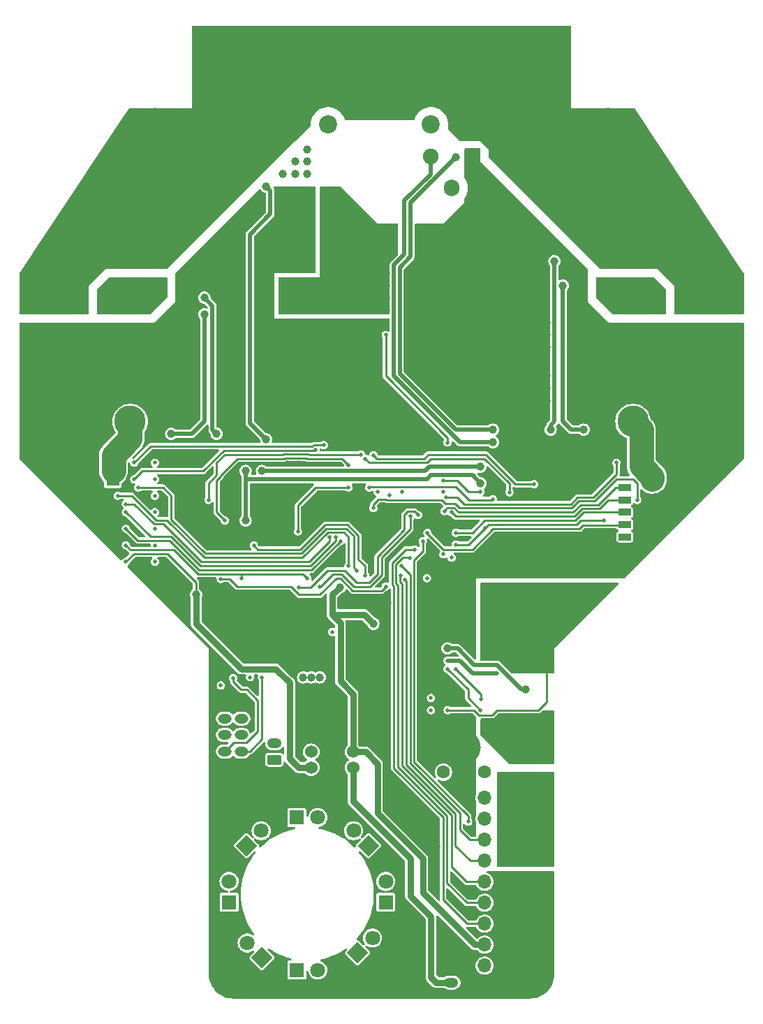
<source format=gbr>
%TF.GenerationSoftware,KiCad,Pcbnew,8.0.6*%
%TF.CreationDate,2024-11-17T22:54:01+09:00*%
%TF.ProjectId,ORION_boost_v5,4f52494f-4e5f-4626-9f6f-73745f76352e,rev?*%
%TF.SameCoordinates,Original*%
%TF.FileFunction,Copper,L3,Inr*%
%TF.FilePolarity,Positive*%
%FSLAX46Y46*%
G04 Gerber Fmt 4.6, Leading zero omitted, Abs format (unit mm)*
G04 Created by KiCad (PCBNEW 8.0.6) date 2024-11-17 22:54:01*
%MOMM*%
%LPD*%
G01*
G04 APERTURE LIST*
G04 Aperture macros list*
%AMRoundRect*
0 Rectangle with rounded corners*
0 $1 Rounding radius*
0 $2 $3 $4 $5 $6 $7 $8 $9 X,Y pos of 4 corners*
0 Add a 4 corners polygon primitive as box body*
4,1,4,$2,$3,$4,$5,$6,$7,$8,$9,$2,$3,0*
0 Add four circle primitives for the rounded corners*
1,1,$1+$1,$2,$3*
1,1,$1+$1,$4,$5*
1,1,$1+$1,$6,$7*
1,1,$1+$1,$8,$9*
0 Add four rect primitives between the rounded corners*
20,1,$1+$1,$2,$3,$4,$5,0*
20,1,$1+$1,$4,$5,$6,$7,0*
20,1,$1+$1,$6,$7,$8,$9,0*
20,1,$1+$1,$8,$9,$2,$3,0*%
%AMRotRect*
0 Rectangle, with rotation*
0 The origin of the aperture is its center*
0 $1 length*
0 $2 width*
0 $3 Rotation angle, in degrees counterclockwise*
0 Add horizontal line*
21,1,$1,$2,0,0,$3*%
G04 Aperture macros list end*
%TA.AperFunction,ComponentPad*%
%ADD10O,2.800000X2.460000*%
%TD*%
%TA.AperFunction,ComponentPad*%
%ADD11R,3.800000X3.800000*%
%TD*%
%TA.AperFunction,ComponentPad*%
%ADD12C,3.800000*%
%TD*%
%TA.AperFunction,ComponentPad*%
%ADD13RoundRect,0.250000X0.625000X-0.350000X0.625000X0.350000X-0.625000X0.350000X-0.625000X-0.350000X0*%
%TD*%
%TA.AperFunction,ComponentPad*%
%ADD14O,1.750000X1.200000*%
%TD*%
%TA.AperFunction,ComponentPad*%
%ADD15C,1.524000*%
%TD*%
%TA.AperFunction,ComponentPad*%
%ADD16C,1.600000*%
%TD*%
%TA.AperFunction,ComponentPad*%
%ADD17RoundRect,0.250000X-0.575000X0.350000X-0.575000X-0.350000X0.575000X-0.350000X0.575000X0.350000X0*%
%TD*%
%TA.AperFunction,ComponentPad*%
%ADD18O,1.650000X1.200000*%
%TD*%
%TA.AperFunction,ComponentPad*%
%ADD19R,1.700000X1.700000*%
%TD*%
%TA.AperFunction,ComponentPad*%
%ADD20O,1.700000X1.700000*%
%TD*%
%TA.AperFunction,ComponentPad*%
%ADD21RoundRect,0.500000X-0.500000X2.000000X-0.500000X-2.000000X0.500000X-2.000000X0.500000X2.000000X0*%
%TD*%
%TA.AperFunction,ComponentPad*%
%ADD22RoundRect,0.250000X1.150000X-0.980000X1.150000X0.980000X-1.150000X0.980000X-1.150000X-0.980000X0*%
%TD*%
%TA.AperFunction,ComponentPad*%
%ADD23C,4.000000*%
%TD*%
%TA.AperFunction,ComponentPad*%
%ADD24RoundRect,0.225000X0.575000X-0.225000X0.575000X0.225000X-0.575000X0.225000X-0.575000X-0.225000X0*%
%TD*%
%TA.AperFunction,ComponentPad*%
%ADD25R,1.600000X1.600000*%
%TD*%
%TA.AperFunction,ComponentPad*%
%ADD26RoundRect,0.250000X0.980000X1.150000X-0.980000X1.150000X-0.980000X-1.150000X0.980000X-1.150000X0*%
%TD*%
%TA.AperFunction,ComponentPad*%
%ADD27O,2.460000X2.800000*%
%TD*%
%TA.AperFunction,ComponentPad*%
%ADD28RotRect,1.800000X1.800000X45.000000*%
%TD*%
%TA.AperFunction,ComponentPad*%
%ADD29C,1.800000*%
%TD*%
%TA.AperFunction,ComponentPad*%
%ADD30RotRect,1.800000X1.800000X135.000000*%
%TD*%
%TA.AperFunction,ComponentPad*%
%ADD31C,2.200000*%
%TD*%
%TA.AperFunction,ComponentPad*%
%ADD32R,1.800000X1.800000*%
%TD*%
%TA.AperFunction,ComponentPad*%
%ADD33C,1.905000*%
%TD*%
%TA.AperFunction,ComponentPad*%
%ADD34O,1.905000X2.000000*%
%TD*%
%TA.AperFunction,ComponentPad*%
%ADD35R,1.905000X2.000000*%
%TD*%
%TA.AperFunction,ComponentPad*%
%ADD36RoundRect,0.250000X-0.625000X0.350000X-0.625000X-0.350000X0.625000X-0.350000X0.625000X0.350000X0*%
%TD*%
%TA.AperFunction,ViaPad*%
%ADD37C,1.000000*%
%TD*%
%TA.AperFunction,ViaPad*%
%ADD38C,4.000000*%
%TD*%
%TA.AperFunction,ViaPad*%
%ADD39C,0.500000*%
%TD*%
%TA.AperFunction,ViaPad*%
%ADD40C,3.200000*%
%TD*%
%TA.AperFunction,Conductor*%
%ADD41C,0.500000*%
%TD*%
%TA.AperFunction,Conductor*%
%ADD42C,0.250000*%
%TD*%
%TA.AperFunction,Conductor*%
%ADD43C,0.800000*%
%TD*%
%TA.AperFunction,Conductor*%
%ADD44C,3.000000*%
%TD*%
G04 APERTURE END LIST*
D10*
%TO.N,GND*%
%TO.C,P5*%
X165450000Y-78480000D03*
%TO.N,/CAP_450V*%
X165450000Y-74520000D03*
%TD*%
D11*
%TO.N,GND*%
%TO.C,P6*%
X89500000Y-89000000D03*
D12*
%TO.N,+BATT*%
X94500000Y-89000000D03*
%TD*%
D13*
%TO.N,Net-(J7-Pin_1)*%
%TO.C,J7*%
X112000000Y-130000000D03*
D14*
%TO.N,Net-(D16-A)*%
X112000000Y-128000000D03*
%TD*%
D15*
%TO.N,/LOGIC_POWER*%
%TO.C,J4*%
X121540000Y-130951000D03*
%TO.N,GND*%
X119000000Y-130951000D03*
%TO.N,+12V*%
X116460000Y-130951000D03*
%TD*%
D16*
%TO.N,Net-(J7-Pin_1)*%
%TO.C,F2*%
X132500000Y-131500000D03*
%TO.N,Net-(J5-Pin_1)*%
X137500000Y-131500000D03*
%TD*%
D17*
%TO.N,GND*%
%TO.C,J1*%
X108000000Y-123000000D03*
D18*
X106000000Y-123000000D03*
%TO.N,/LOGIC_POWER*%
X108000000Y-125000000D03*
X106000000Y-125000000D03*
%TO.N,/CAN0_L*%
X108000000Y-127000000D03*
%TO.N,/CAN0_H*%
X106000000Y-127000000D03*
%TO.N,/CAN1_L*%
X108000000Y-129000000D03*
%TO.N,/CAN1_H*%
X106000000Y-129000000D03*
%TD*%
D19*
%TO.N,GND*%
%TO.C,J2*%
X137500000Y-157500000D03*
D20*
%TO.N,unconnected-(J2-Pin_2-Pad2)*%
X137500000Y-154960000D03*
%TO.N,+3.3V*%
X137500000Y-152420000D03*
%TO.N,/MOUSE_NSS*%
X137500000Y-149880000D03*
%TO.N,/SPI1_MISO*%
X137500000Y-147340000D03*
%TO.N,/SPI1_MOSI*%
X137500000Y-144800000D03*
%TO.N,/SPI1_SCK*%
X137500000Y-142260000D03*
%TO.N,/MOUSE_RST*%
X137500000Y-139720000D03*
%TO.N,unconnected-(J2-Pin_9-Pad9)*%
X137500000Y-137180000D03*
%TO.N,unconnected-(J2-Pin_10-Pad10)*%
X137500000Y-134640000D03*
%TD*%
D21*
%TO.N,Net-(U3-S+)*%
%TO.C,F1*%
X142500000Y-127250000D03*
%TO.N,Net-(J5-Pin_1)*%
X142500000Y-134750000D03*
%TD*%
D22*
%TO.N,GND*%
%TO.C,P4*%
X84450000Y-78480000D03*
D10*
%TO.N,/CAP_450V*%
X84450000Y-74520000D03*
%TD*%
D15*
%TO.N,/LOGIC_POWER*%
%TO.C,J3*%
X116460000Y-129049000D03*
%TO.N,GND*%
X119000000Y-129049000D03*
%TO.N,+3.3V*%
X121540000Y-129049000D03*
%TD*%
D11*
%TO.N,GND*%
%TO.C,P7*%
X160500000Y-89000000D03*
D12*
%TO.N,+BATT*%
X155500000Y-89000000D03*
%TD*%
D23*
%TO.N,Net-(J5-Pin_1)*%
%TO.C,J5*%
X142500000Y-140000000D03*
%TD*%
D24*
%TO.N,GND*%
%TO.C,P1*%
X154500000Y-104500000D03*
%TO.N,unconnected-(P1-P2-Pad2)*%
X154500000Y-103000000D03*
%TO.N,/SWCLK*%
X154500000Y-101500000D03*
%TO.N,/SWDIO*%
X154500000Y-100000000D03*
%TO.N,/USART_TX*%
X154500000Y-98500000D03*
%TO.N,/USART_RX*%
X154500000Y-97000000D03*
%TD*%
D23*
%TO.N,GND*%
%TO.C,J6*%
X135000000Y-128500000D03*
%TD*%
D25*
%TO.N,+BATT*%
%TO.C,C20*%
X92402651Y-96000000D03*
D16*
%TO.N,GND*%
X88902651Y-96000000D03*
%TD*%
D25*
%TO.N,+BATT*%
%TO.C,C33*%
X157597349Y-96000000D03*
D16*
%TO.N,GND*%
X161097349Y-96000000D03*
%TD*%
D26*
%TO.N,Net-(D20-A)*%
%TO.C,P2*%
X91980000Y-74450000D03*
D27*
%TO.N,/CAP_450V*%
X88020000Y-74450000D03*
%TD*%
D28*
%TO.N,Net-(D8-K)*%
%TO.C,D8*%
X108598439Y-140401561D03*
D29*
%TO.N,Net-(D7-K)*%
X110394490Y-138605510D03*
%TD*%
D30*
%TO.N,Net-(D11-K)*%
%TO.C,D11*%
X123401561Y-140401561D03*
D29*
%TO.N,+12V*%
X121605510Y-138605510D03*
%TD*%
D31*
%TO.N,/CAP_450V*%
%TO.C,C27*%
X146000000Y-53000000D03*
%TO.N,+BATT*%
X131000000Y-53000000D03*
%TD*%
D32*
%TO.N,Net-(D10-A)*%
%TO.C,D9*%
X106500000Y-147275000D03*
D29*
%TO.N,Net-(D8-K)*%
X106500000Y-144735000D03*
%TD*%
D32*
%TO.N,Net-(D10-K)*%
%TO.C,D14*%
X114725000Y-155500000D03*
D29*
%TO.N,Net-(D13-K)*%
X117265000Y-155500000D03*
%TD*%
D30*
%TO.N,Net-(D10-K)*%
%TO.C,D10*%
X110500000Y-154000000D03*
D29*
%TO.N,Net-(D10-A)*%
X108703949Y-152203949D03*
%TD*%
D33*
%TO.N,Net-(PC3-VO)*%
%TO.C,Q5*%
X130960000Y-56907500D03*
D34*
%TO.N,Net-(D19-A)*%
X133500000Y-60717500D03*
D35*
%TO.N,GND*%
X136040000Y-56907500D03*
%TD*%
D32*
%TO.N,Net-(D12-K)*%
%TO.C,D12*%
X125500000Y-147275000D03*
D29*
%TO.N,Net-(D11-K)*%
X125500000Y-144735000D03*
%TD*%
D26*
%TO.N,/CAP_450V*%
%TO.C,P3*%
X161980000Y-74450000D03*
D27*
%TO.N,Net-(D21-A)*%
X158020000Y-74450000D03*
%TD*%
D28*
%TO.N,Net-(D13-K)*%
%TO.C,D13*%
X122098439Y-153401561D03*
D29*
%TO.N,Net-(D12-K)*%
X123894490Y-151605510D03*
%TD*%
D32*
%TO.N,Net-(D7-K)*%
%TO.C,D7*%
X114725000Y-137000000D03*
D29*
%TO.N,+12V*%
X117265000Y-137000000D03*
%TD*%
D31*
%TO.N,/CAP_450V*%
%TO.C,C28*%
X103500000Y-53000000D03*
%TO.N,+BATT*%
X118500000Y-53000000D03*
%TD*%
D36*
%TO.N,GND*%
%TO.C,J12*%
X133450000Y-155000000D03*
D14*
%TO.N,/LOGIC_POWER*%
X133450000Y-157000000D03*
%TD*%
D37*
%TO.N,GND*%
X87500000Y-85000000D03*
X143500000Y-80000000D03*
X136000000Y-72500000D03*
X145000000Y-77000000D03*
X136000000Y-69500000D03*
X115000000Y-65000000D03*
X113500000Y-80000000D03*
X143500000Y-75500000D03*
X158500000Y-83500000D03*
X96500000Y-85000000D03*
X116500000Y-66500000D03*
X140500000Y-75500000D03*
X93000000Y-80500000D03*
D38*
X128000000Y-151000000D03*
D37*
X149500000Y-77500000D03*
D39*
X146000000Y-104500000D03*
D37*
X91500000Y-77500000D03*
X112000000Y-68000000D03*
X155500000Y-83500000D03*
X161500000Y-80500000D03*
X99500000Y-85000000D03*
X112000000Y-86500000D03*
X106000000Y-66000000D03*
X98000000Y-83500000D03*
X87500000Y-83500000D03*
D39*
X113500000Y-103000000D03*
D37*
X133000000Y-74000000D03*
X115000000Y-66500000D03*
X110500000Y-71000000D03*
X160000000Y-83500000D03*
X137500000Y-74000000D03*
X142000000Y-74000000D03*
X115000000Y-68000000D03*
X167500000Y-80500000D03*
X155500000Y-79000000D03*
X134500000Y-80000000D03*
X96500000Y-86500000D03*
X160000000Y-85000000D03*
X140500000Y-80000000D03*
X113500000Y-85000000D03*
X157000000Y-83500000D03*
X149500000Y-85000000D03*
X110500000Y-83500000D03*
X107500000Y-69500000D03*
X90500000Y-83500000D03*
X139000000Y-63500000D03*
X139000000Y-65000000D03*
X163000000Y-80500000D03*
X142000000Y-75500000D03*
D38*
X97500000Y-79000000D03*
D37*
X155500000Y-77500000D03*
X161500000Y-85000000D03*
X86000000Y-83500000D03*
X107500000Y-68000000D03*
X113500000Y-83500000D03*
X143500000Y-83500000D03*
X108000000Y-83500000D03*
X140500000Y-71000000D03*
X151000000Y-85000000D03*
X115000000Y-83500000D03*
X115000000Y-80000000D03*
X102500000Y-85000000D03*
X126500000Y-133000000D03*
X109000000Y-63000000D03*
X140500000Y-85000000D03*
X143500000Y-78500000D03*
X148000000Y-85000000D03*
X106000000Y-80000000D03*
X134500000Y-77000000D03*
X160000000Y-77500000D03*
X140500000Y-65000000D03*
X137500000Y-59000000D03*
X94500000Y-80500000D03*
X140500000Y-68000000D03*
X140500000Y-86500000D03*
X167500000Y-77500000D03*
X143500000Y-74000000D03*
D39*
X131000000Y-90500000D03*
D37*
X101000000Y-86500000D03*
X136000000Y-83500000D03*
X90000000Y-80500000D03*
X113500000Y-63500000D03*
X88500000Y-79000000D03*
X87000000Y-77500000D03*
X113500000Y-65000000D03*
X134500000Y-74000000D03*
X133000000Y-78500000D03*
X143500000Y-65000000D03*
X137500000Y-65000000D03*
X145000000Y-85000000D03*
X107500000Y-75500000D03*
D38*
X84000000Y-86000000D03*
D37*
X89000000Y-85000000D03*
X90000000Y-79000000D03*
X134500000Y-71000000D03*
X93500000Y-85000000D03*
X110500000Y-72500000D03*
X125675500Y-111000000D03*
X137500000Y-78500000D03*
X108000000Y-64000000D03*
X133000000Y-80000000D03*
X136000000Y-68000000D03*
D38*
X84000000Y-91000000D03*
D37*
X106500000Y-85000000D03*
X100500000Y-79000000D03*
X137000000Y-61000000D03*
X110000000Y-62000000D03*
X91500000Y-79000000D03*
X143500000Y-72500000D03*
X140500000Y-77000000D03*
X139000000Y-69500000D03*
X137000000Y-62500000D03*
X112000000Y-65000000D03*
X107000000Y-65000000D03*
X110500000Y-77000000D03*
X107500000Y-72500000D03*
X136000000Y-85000000D03*
X142000000Y-68000000D03*
D39*
X128500000Y-92500000D03*
D37*
X102500000Y-83500000D03*
X116500000Y-69500000D03*
X136000000Y-74000000D03*
X154000000Y-86500000D03*
X157000000Y-85000000D03*
D39*
X115000000Y-94000000D03*
D37*
X91500000Y-80500000D03*
X93000000Y-79000000D03*
X139000000Y-74000000D03*
X139000000Y-75500000D03*
X89000000Y-83500000D03*
X94500000Y-79000000D03*
X161500000Y-77500000D03*
X87000000Y-79000000D03*
X107500000Y-80000000D03*
X139000000Y-85000000D03*
X107500000Y-74000000D03*
X140500000Y-66500000D03*
X140500000Y-83500000D03*
X82500000Y-80500000D03*
X139000000Y-71000000D03*
X155500000Y-80500000D03*
X134500000Y-66500000D03*
X143500000Y-77000000D03*
X158500000Y-79000000D03*
X152500000Y-83500000D03*
X143500000Y-68000000D03*
X94500000Y-77500000D03*
X144500000Y-66000000D03*
X134500000Y-83500000D03*
X133000000Y-109000000D03*
X167500000Y-82000000D03*
X137500000Y-77000000D03*
X106000000Y-68000000D03*
X108000000Y-85000000D03*
X113500000Y-66500000D03*
X145000000Y-83500000D03*
D39*
X120000000Y-105500000D03*
D37*
X113500000Y-68000000D03*
X157000000Y-79000000D03*
X115000000Y-69500000D03*
D40*
X106000000Y-136000000D03*
D37*
X110500000Y-74000000D03*
D38*
X152500000Y-79000000D03*
D37*
X140500000Y-74000000D03*
X149500000Y-80500000D03*
X108000000Y-86500000D03*
X106000000Y-74000000D03*
D38*
X166000000Y-91000000D03*
D37*
X140500000Y-78500000D03*
D38*
X128000000Y-136000000D03*
D37*
X133000000Y-69500000D03*
X100500000Y-77500000D03*
D39*
X119000000Y-99500000D03*
D37*
X141500000Y-63000000D03*
X140500000Y-69500000D03*
X102000000Y-79000000D03*
X142000000Y-86500000D03*
X112000000Y-85000000D03*
X110500000Y-66500000D03*
X88500000Y-80500000D03*
X137500000Y-68000000D03*
X157000000Y-80500000D03*
X154000000Y-83500000D03*
X134500000Y-78500000D03*
X139000000Y-66500000D03*
D38*
X107000000Y-156000000D03*
D37*
X116500000Y-68000000D03*
X107500000Y-78500000D03*
X113500000Y-62000000D03*
X106000000Y-77000000D03*
D39*
X111000000Y-101500000D03*
D37*
X140500000Y-62000000D03*
X163000000Y-77500000D03*
X137500000Y-71000000D03*
X133000000Y-71000000D03*
X136000000Y-65000000D03*
X139000000Y-80000000D03*
X112000000Y-69500000D03*
X112000000Y-80000000D03*
X142000000Y-80000000D03*
X102500000Y-86500000D03*
X106000000Y-75500000D03*
X152500000Y-86500000D03*
X112000000Y-83500000D03*
X139000000Y-77000000D03*
X136000000Y-78500000D03*
X161500000Y-83500000D03*
X137500000Y-75500000D03*
X106000000Y-78500000D03*
X120025000Y-125525000D03*
X151000000Y-83500000D03*
X145000000Y-78500000D03*
X134500000Y-75500000D03*
X148000000Y-83500000D03*
X136000000Y-75500000D03*
X134500000Y-69500000D03*
X115000000Y-62000000D03*
X92000000Y-85000000D03*
X136000000Y-80000000D03*
D39*
X139000000Y-103500000D03*
D37*
X151000000Y-86500000D03*
D39*
X113500000Y-94000000D03*
D37*
X102000000Y-77500000D03*
X107500000Y-66500000D03*
X145000000Y-80000000D03*
X137500000Y-66500000D03*
X106000000Y-72500000D03*
X110500000Y-69500000D03*
X116500000Y-80000000D03*
X140500000Y-72500000D03*
X106500000Y-83500000D03*
X138500000Y-60000000D03*
X136000000Y-66500000D03*
X110500000Y-85000000D03*
X136000000Y-77000000D03*
X82500000Y-79000000D03*
D39*
X125000000Y-99500000D03*
D37*
X160000000Y-79000000D03*
X92000000Y-83500000D03*
X163000000Y-83500000D03*
X161500000Y-79000000D03*
X90500000Y-85000000D03*
X82500000Y-77500000D03*
X155500000Y-85000000D03*
X133000000Y-75500000D03*
X149500000Y-86500000D03*
X163000000Y-79000000D03*
X142000000Y-83500000D03*
X149500000Y-83500000D03*
X137500000Y-80000000D03*
X88500000Y-77500000D03*
X139500000Y-61000000D03*
X148000000Y-80500000D03*
X102000000Y-80500000D03*
X99500000Y-83500000D03*
X142000000Y-72500000D03*
X163000000Y-85000000D03*
X93500000Y-83500000D03*
X134500000Y-68000000D03*
X142000000Y-66500000D03*
X167500000Y-79000000D03*
X93000000Y-77500000D03*
X145000000Y-86500000D03*
D39*
X101500000Y-100500000D03*
D37*
X149500000Y-79000000D03*
X148000000Y-86500000D03*
X107500000Y-77000000D03*
X137500000Y-86500000D03*
X139000000Y-72500000D03*
X133000000Y-68000000D03*
X110500000Y-63500000D03*
X137500000Y-72500000D03*
X98000000Y-85000000D03*
X98000000Y-86500000D03*
X139000000Y-86500000D03*
X148000000Y-77500000D03*
X142000000Y-78500000D03*
X106500000Y-86500000D03*
X157000000Y-77500000D03*
X137500000Y-83500000D03*
X110500000Y-75500000D03*
X116500000Y-63500000D03*
X142000000Y-77000000D03*
D39*
X121500000Y-114500000D03*
D37*
X110500000Y-80000000D03*
X143500000Y-85000000D03*
D38*
X166000000Y-86000000D03*
D37*
X139000000Y-78500000D03*
D39*
X96500000Y-108000000D03*
D37*
X109000000Y-65000000D03*
X100500000Y-80500000D03*
X143500000Y-86500000D03*
X134500000Y-72500000D03*
X139000000Y-68000000D03*
X82500000Y-82000000D03*
X113500000Y-69500000D03*
X137500000Y-85000000D03*
X107500000Y-71000000D03*
X96500000Y-83500000D03*
X115000000Y-63500000D03*
D39*
X131900500Y-140500000D03*
D37*
X142000000Y-69500000D03*
D38*
X143000000Y-156000000D03*
D37*
X143500000Y-71000000D03*
X101000000Y-85000000D03*
X148000000Y-79000000D03*
X164500000Y-83500000D03*
X142000000Y-85000000D03*
X154000000Y-85000000D03*
X101000000Y-83500000D03*
D39*
X127189363Y-100376896D03*
D37*
X87000000Y-80500000D03*
X142000000Y-71000000D03*
X133000000Y-72500000D03*
X139000000Y-83500000D03*
X160000000Y-80500000D03*
X110500000Y-86500000D03*
X158500000Y-85000000D03*
X116500000Y-65000000D03*
X112000000Y-66500000D03*
X95000000Y-83500000D03*
X136000000Y-71000000D03*
X143500000Y-69500000D03*
D39*
X129000000Y-90500000D03*
D40*
X126000000Y-156000000D03*
D37*
X133000000Y-77000000D03*
X116500000Y-62000000D03*
X158500000Y-77500000D03*
X142500000Y-64000000D03*
X95000000Y-85000000D03*
X90000000Y-77500000D03*
X110500000Y-78500000D03*
X110500000Y-68000000D03*
X137500000Y-69500000D03*
D39*
X126000000Y-100500000D03*
D37*
X152500000Y-85000000D03*
X158500000Y-80500000D03*
X99500000Y-86500000D03*
D39*
%TO.N,+3.3V*%
X134000000Y-103925500D03*
X116000000Y-108000000D03*
X94000000Y-104000000D03*
X108000000Y-108000000D03*
D37*
X124000000Y-113500000D03*
D39*
X152000000Y-101000000D03*
D37*
X119916990Y-109083010D03*
D39*
X137574500Y-101925500D03*
D37*
%TO.N,/CAP_450V*%
X107500000Y-48000000D03*
X164500000Y-72500000D03*
X124000000Y-43500000D03*
X133500000Y-49500000D03*
X133500000Y-48000000D03*
X110500000Y-52500000D03*
X166000000Y-72500000D03*
X92000000Y-60000000D03*
X90500000Y-64500000D03*
X145500000Y-49500000D03*
X115000000Y-52500000D03*
X121000000Y-48000000D03*
X116500000Y-42000000D03*
X104500000Y-46500000D03*
X113500000Y-45000000D03*
X138000000Y-54000000D03*
X147000000Y-42000000D03*
X93500000Y-55500000D03*
X112000000Y-49500000D03*
X113500000Y-48000000D03*
X129000000Y-42000000D03*
X139500000Y-54000000D03*
X156500000Y-60000000D03*
X160500000Y-68500000D03*
X135000000Y-43500000D03*
X103000000Y-42000000D03*
X130500000Y-46500000D03*
X104500000Y-49500000D03*
X104500000Y-45000000D03*
X121000000Y-46500000D03*
X109000000Y-48000000D03*
X110500000Y-48000000D03*
X82500000Y-75500000D03*
X159500000Y-60000000D03*
X110500000Y-46500000D03*
X124000000Y-45000000D03*
X103000000Y-49500000D03*
X158000000Y-60000000D03*
X145500000Y-45000000D03*
X115000000Y-49500000D03*
X158500000Y-66500000D03*
X133500000Y-51000000D03*
X144000000Y-54000000D03*
X142500000Y-46500000D03*
X82500000Y-74000000D03*
X139500000Y-48000000D03*
X113500000Y-42000000D03*
X130500000Y-45000000D03*
X144000000Y-48000000D03*
X90500000Y-60000000D03*
X119500000Y-46500000D03*
X130500000Y-43500000D03*
X90500000Y-61500000D03*
X139500000Y-45000000D03*
X138000000Y-46500000D03*
X142500000Y-49500000D03*
X118000000Y-45000000D03*
X159500000Y-67500000D03*
X110500000Y-49500000D03*
X126000000Y-45000000D03*
X142500000Y-42000000D03*
X141000000Y-42000000D03*
X92000000Y-61500000D03*
X109000000Y-54000000D03*
X138000000Y-45000000D03*
X136500000Y-54000000D03*
X133500000Y-45000000D03*
X109000000Y-43500000D03*
X121000000Y-43500000D03*
X127500000Y-42000000D03*
X145500000Y-46500000D03*
X115000000Y-43500000D03*
X119500000Y-45000000D03*
X135000000Y-46500000D03*
X159500000Y-64500000D03*
X103000000Y-48000000D03*
X119500000Y-43500000D03*
X160000000Y-69500000D03*
X158000000Y-61500000D03*
X106000000Y-42000000D03*
X161500000Y-72500000D03*
X92000000Y-57000000D03*
X110500000Y-51000000D03*
X115000000Y-45000000D03*
X106000000Y-45000000D03*
X106000000Y-46500000D03*
X107500000Y-43500000D03*
X107500000Y-51000000D03*
X142500000Y-48000000D03*
X132000000Y-48000000D03*
X139500000Y-49500000D03*
X167500000Y-75500000D03*
X107500000Y-54000000D03*
X116500000Y-48000000D03*
X158000000Y-63000000D03*
D38*
X152500000Y-53000000D03*
D37*
X132000000Y-46500000D03*
X132000000Y-43500000D03*
X142500000Y-54000000D03*
X112000000Y-52500000D03*
X141000000Y-43500000D03*
X93500000Y-54000000D03*
X109000000Y-45000000D03*
X103000000Y-45000000D03*
X141000000Y-51000000D03*
X106000000Y-54000000D03*
X88500000Y-69500000D03*
X113500000Y-43500000D03*
X159500000Y-63000000D03*
X109000000Y-49500000D03*
X110500000Y-54000000D03*
X139500000Y-43500000D03*
X138000000Y-43500000D03*
X133500000Y-46500000D03*
X116500000Y-43500000D03*
X144000000Y-42000000D03*
X127500000Y-45000000D03*
X93500000Y-64500000D03*
X92000000Y-63000000D03*
X121000000Y-49500000D03*
X141000000Y-54000000D03*
X136500000Y-46500000D03*
X129000000Y-49500000D03*
X122500000Y-43500000D03*
X141000000Y-49500000D03*
X132000000Y-42000000D03*
X147000000Y-43500000D03*
X136500000Y-51000000D03*
X92000000Y-58500000D03*
X106000000Y-51000000D03*
X90500000Y-63000000D03*
X115000000Y-51000000D03*
D38*
X97500000Y-53000000D03*
D37*
X110500000Y-45000000D03*
X142500000Y-43500000D03*
X116500000Y-49500000D03*
X135000000Y-52500000D03*
X122500000Y-42000000D03*
X156500000Y-61500000D03*
X147000000Y-45000000D03*
X144000000Y-43500000D03*
X142500000Y-52500000D03*
X135000000Y-45000000D03*
X107500000Y-49500000D03*
X106000000Y-43500000D03*
X118000000Y-48000000D03*
X88500000Y-72500000D03*
X107500000Y-45000000D03*
X129000000Y-46500000D03*
X104500000Y-43500000D03*
X163000000Y-72500000D03*
X115000000Y-48000000D03*
X113500000Y-51000000D03*
X112000000Y-54000000D03*
X144000000Y-46500000D03*
X161500000Y-69500000D03*
X144000000Y-45000000D03*
X130500000Y-48000000D03*
X129000000Y-43500000D03*
X118000000Y-42000000D03*
X93500000Y-61500000D03*
X112000000Y-48000000D03*
X109000000Y-52500000D03*
X103000000Y-46500000D03*
X107500000Y-42000000D03*
X82500000Y-72500000D03*
X158000000Y-58500000D03*
X104500000Y-48000000D03*
X156500000Y-55500000D03*
X156500000Y-57000000D03*
X144000000Y-52500000D03*
X115000000Y-46500000D03*
X133500000Y-42000000D03*
X139500000Y-52500000D03*
X107500000Y-52500000D03*
X126000000Y-43500000D03*
X145500000Y-48000000D03*
X93500000Y-58500000D03*
X135000000Y-48000000D03*
X113500000Y-49500000D03*
X89500000Y-68500000D03*
X103000000Y-43500000D03*
X130500000Y-42000000D03*
X138000000Y-49500000D03*
X130500000Y-49500000D03*
X116500000Y-45000000D03*
X109000000Y-46500000D03*
X147000000Y-49500000D03*
X167500000Y-74000000D03*
X107500000Y-46500000D03*
X119500000Y-42000000D03*
X139500000Y-46500000D03*
X93500000Y-63000000D03*
X109000000Y-42000000D03*
X136500000Y-49500000D03*
X158000000Y-57000000D03*
X93500000Y-60000000D03*
X113500000Y-52500000D03*
X119500000Y-48000000D03*
X124000000Y-42000000D03*
X110500000Y-43500000D03*
X144000000Y-51000000D03*
X119500000Y-49500000D03*
X106000000Y-49500000D03*
X156500000Y-54000000D03*
X112000000Y-42000000D03*
X109000000Y-51000000D03*
X139500000Y-42000000D03*
X136500000Y-48000000D03*
X135000000Y-42000000D03*
X106000000Y-52500000D03*
X90000000Y-69500000D03*
X121000000Y-45000000D03*
X138000000Y-52500000D03*
X129000000Y-48000000D03*
X121000000Y-42000000D03*
X135000000Y-51000000D03*
X104500000Y-42000000D03*
X142500000Y-51000000D03*
X156500000Y-58500000D03*
X118000000Y-49500000D03*
X116500000Y-51000000D03*
X141000000Y-46500000D03*
X118000000Y-43500000D03*
X167500000Y-72500000D03*
X112000000Y-51000000D03*
X136500000Y-52500000D03*
X91500000Y-66500000D03*
X106000000Y-48000000D03*
X147000000Y-48000000D03*
X144000000Y-49500000D03*
X115000000Y-42000000D03*
X116500000Y-46500000D03*
X141000000Y-45000000D03*
X145500000Y-43500000D03*
X90500000Y-67500000D03*
X126000000Y-42000000D03*
X129000000Y-45000000D03*
X159500000Y-61500000D03*
X132000000Y-45000000D03*
X156500000Y-63000000D03*
X132000000Y-49500000D03*
X127500000Y-43500000D03*
X136500000Y-45000000D03*
X112000000Y-43500000D03*
X136500000Y-42000000D03*
X110500000Y-42000000D03*
X92500000Y-65500000D03*
X138000000Y-42000000D03*
X112000000Y-45000000D03*
X84000000Y-72500000D03*
X141000000Y-48000000D03*
X156500000Y-64500000D03*
X145500000Y-42000000D03*
X141000000Y-52500000D03*
X142500000Y-45000000D03*
X118000000Y-46500000D03*
X135000000Y-49500000D03*
X133500000Y-43500000D03*
X147000000Y-46500000D03*
X138000000Y-51000000D03*
X138000000Y-48000000D03*
X139500000Y-51000000D03*
X93500000Y-57000000D03*
X85500000Y-72500000D03*
X87000000Y-72500000D03*
X136500000Y-43500000D03*
X113500000Y-54000000D03*
X113500000Y-46500000D03*
X161500000Y-71000000D03*
X122500000Y-45000000D03*
X112000000Y-46500000D03*
X157500000Y-65500000D03*
X88500000Y-71000000D03*
%TO.N,-12V*%
X137000000Y-94500000D03*
X110500000Y-95000000D03*
%TO.N,+12V*%
X102500000Y-110000000D03*
X137000000Y-96500000D03*
D39*
X94000000Y-106000000D03*
D37*
X108500000Y-101000000D03*
X108500000Y-95000000D03*
%TO.N,+BATT*%
X124000000Y-75500000D03*
X122500000Y-74000000D03*
X124000000Y-69500000D03*
X148000000Y-110500000D03*
X119500000Y-72500000D03*
X137500000Y-109000000D03*
X119500000Y-71000000D03*
X125500000Y-69500000D03*
X118000000Y-68000000D03*
X137500000Y-115000000D03*
X121000000Y-71000000D03*
X145000000Y-109000000D03*
X140500000Y-109000000D03*
X143500000Y-110500000D03*
X121000000Y-72500000D03*
X148000000Y-113500000D03*
X124000000Y-68000000D03*
X146500000Y-112000000D03*
X137500000Y-113500000D03*
X145000000Y-113500000D03*
X139000000Y-109000000D03*
X122500000Y-66500000D03*
X140500000Y-110500000D03*
X125500000Y-72500000D03*
X140500000Y-113500000D03*
X124000000Y-74000000D03*
X118000000Y-71000000D03*
X146500000Y-109000000D03*
X148000000Y-112000000D03*
X121000000Y-75500000D03*
X142000000Y-113500000D03*
X148000000Y-109000000D03*
X146500000Y-113500000D03*
X121000000Y-65000000D03*
X140500000Y-115000000D03*
X140500000Y-116500000D03*
X142000000Y-112000000D03*
X122500000Y-68000000D03*
X119500000Y-74000000D03*
X118000000Y-65000000D03*
X118000000Y-75500000D03*
X139000000Y-110500000D03*
X137500000Y-110500000D03*
X151000000Y-109000000D03*
X145000000Y-115000000D03*
X122500000Y-75500000D03*
X146500000Y-110500000D03*
X121000000Y-69500000D03*
X124000000Y-72500000D03*
X149500000Y-112000000D03*
X122500000Y-72500000D03*
X143500000Y-115000000D03*
X118000000Y-62000000D03*
X118000000Y-74000000D03*
X125500000Y-75500000D03*
X124000000Y-66500000D03*
X122500000Y-69500000D03*
X119500000Y-66500000D03*
X121000000Y-63500000D03*
X119500000Y-63500000D03*
X125500000Y-71000000D03*
X142000000Y-109000000D03*
X145000000Y-110500000D03*
X125500000Y-68000000D03*
X143500000Y-109000000D03*
X151000000Y-110500000D03*
X143500000Y-113500000D03*
X121000000Y-68000000D03*
X121000000Y-74000000D03*
X149500000Y-110500000D03*
X149500000Y-109000000D03*
X143500000Y-112000000D03*
X119500000Y-62000000D03*
X118000000Y-63500000D03*
X137500000Y-116500000D03*
X143500000Y-116500000D03*
X122500000Y-65000000D03*
X119500000Y-65000000D03*
X142000000Y-115000000D03*
D39*
X133024500Y-124000000D03*
D37*
X118000000Y-69500000D03*
X145000000Y-116500000D03*
X146500000Y-115000000D03*
X139000000Y-116500000D03*
X145000000Y-112000000D03*
X139000000Y-112000000D03*
X118000000Y-66500000D03*
X121000000Y-66500000D03*
X125500000Y-66500000D03*
X139000000Y-113500000D03*
X139000000Y-115000000D03*
X142000000Y-110500000D03*
X124000000Y-71000000D03*
X125500000Y-74000000D03*
X119500000Y-69500000D03*
X140500000Y-112000000D03*
X142000000Y-116500000D03*
X119500000Y-75500000D03*
X119500000Y-68000000D03*
X118000000Y-72500000D03*
X137500000Y-112000000D03*
X122500000Y-71000000D03*
D39*
%TO.N,/LED_1*%
X94000000Y-102000000D03*
X120000000Y-103500000D03*
D37*
%TO.N,Net-(Q5-S_G)*%
X134000000Y-57000000D03*
X138500000Y-90000000D03*
D39*
%TO.N,/LED_2*%
X119425500Y-103000000D03*
X94000000Y-100000000D03*
%TO.N,/NRST*%
X124000000Y-99500000D03*
X156000000Y-98500000D03*
%TO.N,Net-(D1-K)*%
X97500000Y-106000000D03*
%TO.N,/USART_TX*%
X133500000Y-100000000D03*
%TO.N,/USART_RX*%
X132624000Y-99875500D03*
%TO.N,/CAN_RX*%
X128500000Y-100500000D03*
X117500000Y-109000000D03*
%TO.N,/CAN_TX*%
X115000000Y-109074500D03*
X129425500Y-100324500D03*
%TO.N,/SWDIO*%
X134000000Y-102500000D03*
%TO.N,/SWCLK*%
X130574500Y-102500000D03*
%TO.N,Net-(D2-K)*%
X97500000Y-104000000D03*
%TO.N,Net-(D3-K)*%
X97500000Y-102000000D03*
%TO.N,Net-(D4-K)*%
X97500000Y-100000000D03*
%TO.N,Net-(D5-K)*%
X97500000Y-98000000D03*
%TO.N,/CAN0_L*%
X109039508Y-120000000D03*
%TO.N,/CAN0_H*%
X105500000Y-121000000D03*
%TO.N,/CAN1_L*%
X110500000Y-120000000D03*
%TO.N,/CAN1_H*%
X107000000Y-120100688D03*
%TO.N,/BATT_CS*%
X119000000Y-114500000D03*
X126000000Y-97925500D03*
X130500000Y-108000000D03*
%TO.N,/POWER_SW_EN*%
X133500000Y-105500000D03*
X127500000Y-97500000D03*
%TO.N,/LED_3*%
X118725997Y-103000000D03*
X94000000Y-99000000D03*
D37*
%TO.N,Net-(D17-A)*%
X142500000Y-121450500D03*
X133000000Y-116500000D03*
D39*
%TO.N,Net-(D17-K)*%
X139000000Y-119500000D03*
X133000000Y-118000000D03*
X137041622Y-122699500D03*
X134000000Y-119000000D03*
%TO.N,Net-(D18-K)*%
X131000000Y-122500000D03*
%TO.N,/BATT_V*%
X138500000Y-98425500D03*
X123500000Y-97000000D03*
%TO.N,/GD_16P*%
X121000000Y-97000000D03*
X114843767Y-102343767D03*
%TO.N,/GD_16M*%
X121000000Y-94300500D03*
X106000000Y-101000000D03*
%TO.N,/BOOST_SW*%
X140500000Y-97574500D03*
X123000000Y-93500000D03*
%TO.N,/LED_CURRENT*%
X124500000Y-97500000D03*
X130000000Y-103500000D03*
X135500000Y-137500000D03*
%TO.N,/KICK_1*%
X124000000Y-93074500D03*
X143500000Y-96593766D03*
%TO.N,/KICK_2*%
X104000000Y-98500000D03*
X122500000Y-93000000D03*
D37*
%TO.N,/BOOST_V*%
X111000000Y-91175500D03*
X111000000Y-60500000D03*
D39*
%TO.N,/TEMP_FET*%
X125500000Y-78500000D03*
X133000000Y-91550000D03*
%TO.N,/TEMP_COIL_1*%
X132500000Y-96199500D03*
X137000000Y-97500000D03*
%TO.N,/TEMP_COIL_2*%
X132500000Y-105074500D03*
X125500000Y-109000000D03*
X132500000Y-97500000D03*
X105500000Y-108074500D03*
%TO.N,/MOUSE_NSS*%
X129000000Y-104500000D03*
%TO.N,/SPI1_SCK*%
X127806516Y-108193484D03*
%TO.N,/SPI1_MISO*%
X128399930Y-105525570D03*
%TO.N,/SPI1_MOSI*%
X127306516Y-107693484D03*
%TO.N,/MOUSE_RST*%
X127425500Y-106500000D03*
%TO.N,/GD_16M_PWM*%
X109500000Y-104000000D03*
X123000000Y-107649000D03*
%TO.N,/SW_1*%
X122000000Y-107074500D03*
X95500000Y-97000000D03*
%TO.N,/SW_2*%
X121000000Y-106500000D03*
X93000000Y-98000000D03*
D37*
%TO.N,Net-(D18-A)*%
X115500000Y-120000000D03*
X117500000Y-120000000D03*
X116500000Y-120000000D03*
%TO.N,/KICK_2_SOURCE*%
X99500000Y-90500000D03*
X103500000Y-76000000D03*
%TO.N,Net-(D19-A)*%
X116000000Y-56000000D03*
X114500000Y-59000000D03*
X113000000Y-59000000D03*
X116000000Y-57500000D03*
X114500000Y-57500000D03*
X116000000Y-59000000D03*
%TO.N,Net-(D20-A)*%
X97500000Y-72500000D03*
X94500000Y-72500000D03*
X96000000Y-74000000D03*
X94500000Y-74000000D03*
X96000000Y-72500000D03*
X94500000Y-75500000D03*
X97500000Y-74000000D03*
X96000000Y-75500000D03*
%TO.N,Net-(D21-A)*%
X155500000Y-72500000D03*
X154000000Y-72500000D03*
X155500000Y-75500000D03*
X152500000Y-74000000D03*
X154000000Y-74000000D03*
X152500000Y-72500000D03*
X155500000Y-74000000D03*
X154000000Y-75500000D03*
D39*
%TO.N,Net-(D22-A)*%
X131000000Y-124000000D03*
%TO.N,Net-(D25-K)*%
X97500000Y-96000000D03*
%TO.N,Net-(D26-K)*%
X97500000Y-94000000D03*
%TO.N,Net-(U3-S+)*%
X137000000Y-124000000D03*
X133000000Y-119000000D03*
D37*
%TO.N,Net-(PC3-VO)*%
X138500000Y-91500000D03*
%TO.N,/KICK_2_GATE*%
X103498268Y-73988969D03*
X105000000Y-90500000D03*
%TO.N,/KICK_1_GATE*%
X147000000Y-72500000D03*
X149500000Y-90000000D03*
%TO.N,/KICK_1_SOURCE*%
X145975500Y-69579502D03*
X145500000Y-90000000D03*
D39*
%TO.N,/LED_4*%
X95000000Y-96000000D03*
X117000000Y-92425500D03*
%TO.N,/LED_5*%
X118000000Y-91851000D03*
X95000000Y-94000000D03*
%TO.N,/SW_3*%
X132801035Y-98198965D03*
X153500000Y-94000000D03*
%TD*%
D41*
%TO.N,GND*%
X126123104Y-100376896D02*
X126000000Y-100500000D01*
X125000000Y-99500000D02*
X126000000Y-100500000D01*
X127189363Y-100376896D02*
X126123104Y-100376896D01*
D42*
%TO.N,+3.3V*%
X152000000Y-101000000D02*
X149136396Y-101000000D01*
X116000000Y-108000000D02*
X115500000Y-107500000D01*
X137574500Y-101925500D02*
X135574500Y-103925500D01*
D43*
X120000000Y-113400000D02*
X120000000Y-120500000D01*
X119916990Y-109083010D02*
X119000000Y-110000000D01*
X123049000Y-129049000D02*
X121540000Y-129049000D01*
D42*
X138000000Y-101500000D02*
X137574500Y-101925500D01*
X115500000Y-107500000D02*
X108000000Y-107500000D01*
D43*
X120000000Y-120500000D02*
X121540000Y-122040000D01*
X124000000Y-113500000D02*
X122900000Y-112400000D01*
X119000000Y-112400000D02*
X120000000Y-113400000D01*
D42*
X108000000Y-108000000D02*
X108000000Y-107500000D01*
X108000000Y-107500000D02*
X102727208Y-107500000D01*
X148636396Y-101500000D02*
X138000000Y-101500000D01*
X149136396Y-101000000D02*
X148636396Y-101500000D01*
D43*
X121540000Y-122040000D02*
X121540000Y-129049000D01*
D42*
X99802208Y-104575000D02*
X94575000Y-104575000D01*
X102727208Y-107500000D02*
X99802208Y-104575000D01*
D43*
X137500000Y-152420000D02*
X136297919Y-152420000D01*
X124500000Y-130500000D02*
X123049000Y-129049000D01*
D42*
X135574500Y-103925500D02*
X134000000Y-103925500D01*
D43*
X122900000Y-112400000D02*
X119000000Y-112400000D01*
X130000000Y-146122081D02*
X130000000Y-142000000D01*
X124500000Y-136500000D02*
X124500000Y-130500000D01*
X119000000Y-110000000D02*
X119000000Y-112400000D01*
X130000000Y-142000000D02*
X124500000Y-136500000D01*
X136297919Y-152420000D02*
X130000000Y-146122081D01*
D42*
X94575000Y-104575000D02*
X94000000Y-104000000D01*
D41*
%TO.N,-12V*%
X130313173Y-95000000D02*
X110500000Y-95000000D01*
X130813173Y-94500000D02*
X130313173Y-95000000D01*
X137000000Y-94500000D02*
X130813173Y-94500000D01*
D43*
%TO.N,+12V*%
X114951000Y-130951000D02*
X116460000Y-130951000D01*
X108000000Y-119000000D02*
X112202082Y-119000000D01*
D41*
X108500000Y-101000000D02*
X108500000Y-96000000D01*
X137000000Y-96500000D02*
X136000000Y-95500000D01*
X136000000Y-95500000D02*
X131000000Y-95500000D01*
D42*
X94975000Y-105025000D02*
X99025000Y-105025000D01*
X94000000Y-106000000D02*
X94975000Y-105025000D01*
D41*
X131000000Y-95500000D02*
X130500000Y-96000000D01*
D42*
X102500000Y-108500000D02*
X102500000Y-110000000D01*
X99025000Y-105025000D02*
X102500000Y-108500000D01*
D43*
X102500000Y-110000000D02*
X102500000Y-113500000D01*
X113850000Y-129850000D02*
X114951000Y-130951000D01*
D41*
X108500000Y-95000000D02*
X108500000Y-96000000D01*
D43*
X102500000Y-113500000D02*
X108000000Y-119000000D01*
D41*
X130500000Y-96000000D02*
X108500000Y-96000000D01*
D43*
X113850000Y-120647918D02*
X113850000Y-129850000D01*
X112202082Y-119000000D02*
X113850000Y-120647918D01*
D42*
%TO.N,+BATT*%
X138425000Y-124575000D02*
X139000000Y-124000000D01*
D44*
X92500000Y-93100000D02*
X92500000Y-95000000D01*
X157825000Y-95744060D02*
X157825000Y-96000000D01*
X155500000Y-89000000D02*
X156500000Y-90000000D01*
D42*
X139000000Y-124000000D02*
X144000000Y-124000000D01*
D44*
X94500000Y-89000000D02*
X94500000Y-91100000D01*
D42*
X145000000Y-123000000D02*
X145000000Y-116500000D01*
X144000000Y-124000000D02*
X145000000Y-123000000D01*
D44*
X156500000Y-94419060D02*
X157825000Y-95744060D01*
D42*
X136186827Y-124000000D02*
X136761827Y-124575000D01*
X136761827Y-124575000D02*
X138425000Y-124575000D01*
D44*
X94500000Y-91100000D02*
X92500000Y-93100000D01*
D42*
X133024500Y-124000000D02*
X136186827Y-124000000D01*
D44*
X156500000Y-90000000D02*
X156500000Y-94419060D01*
D42*
%TO.N,/LED_1*%
X120000000Y-103500000D02*
X116500000Y-107000000D01*
X95425000Y-103425000D02*
X94000000Y-102000000D01*
X116500000Y-107000000D02*
X102863604Y-107000000D01*
X99288604Y-103425000D02*
X95425000Y-103425000D01*
X102863604Y-107000000D02*
X99288604Y-103425000D01*
D41*
%TO.N,Net-(Q5-S_G)*%
X128500000Y-69000000D02*
X128500000Y-62500000D01*
X128500000Y-62500000D02*
X134000000Y-57000000D01*
X127200000Y-70300000D02*
X128500000Y-69000000D01*
X138500000Y-90000000D02*
X133989950Y-90000000D01*
X127200000Y-83210050D02*
X127200000Y-70300000D01*
X133989950Y-90000000D02*
X127200000Y-83210050D01*
D42*
%TO.N,/LED_2*%
X116363604Y-106500000D02*
X103000000Y-106500000D01*
X119425500Y-103438104D02*
X116363604Y-106500000D01*
X119425500Y-103000000D02*
X119425500Y-103438104D01*
X96975000Y-102975000D02*
X94000000Y-100000000D01*
X103000000Y-106500000D02*
X99475000Y-102975000D01*
X99475000Y-102975000D02*
X96975000Y-102975000D01*
%TO.N,/NRST*%
X155500000Y-96000000D02*
X153500000Y-96000000D01*
X124000000Y-99000000D02*
X124000000Y-99500000D01*
X133924569Y-98975000D02*
X132764604Y-98975000D01*
X153500000Y-96000000D02*
X150850000Y-98650000D01*
X134449569Y-99500000D02*
X133924569Y-98975000D01*
X148940812Y-98650000D02*
X148090812Y-99500000D01*
X148090812Y-99500000D02*
X134449569Y-99500000D01*
X124578294Y-98421706D02*
X124000000Y-99000000D01*
X156000000Y-96500000D02*
X155500000Y-96000000D01*
X132764604Y-98975000D02*
X132289604Y-98500000D01*
X150850000Y-98650000D02*
X148940812Y-98650000D01*
X156000000Y-98500000D02*
X156000000Y-96500000D01*
X125656588Y-98500000D02*
X125578294Y-98421706D01*
X132289604Y-98500000D02*
X125656588Y-98500000D01*
X125578294Y-98421706D02*
X124578294Y-98421706D01*
%TO.N,/USART_TX*%
X152500000Y-98500000D02*
X154500000Y-98500000D01*
X151450000Y-99550000D02*
X152500000Y-98500000D01*
X149313604Y-99550000D02*
X151450000Y-99550000D01*
X133500000Y-100000000D02*
X134000000Y-100500000D01*
X148363604Y-100500000D02*
X149313604Y-99550000D01*
X134000000Y-100500000D02*
X148363604Y-100500000D01*
%TO.N,/USART_RX*%
X134313173Y-100000000D02*
X148227208Y-100000000D01*
X149127208Y-99100000D02*
X151263604Y-99100000D01*
X132624000Y-99752000D02*
X132951000Y-99425000D01*
X148227208Y-100000000D02*
X149127208Y-99100000D01*
X133738173Y-99425000D02*
X134313173Y-100000000D01*
X132951000Y-99425000D02*
X133738173Y-99425000D01*
X153363604Y-97000000D02*
X154500000Y-97000000D01*
X132624000Y-99875500D02*
X132624000Y-99752000D01*
X151263604Y-99100000D02*
X153363604Y-97000000D01*
%TO.N,/CAN_RX*%
X125000000Y-107619337D02*
X125000000Y-105500000D01*
X120136396Y-107500000D02*
X121636396Y-109000000D01*
X125000000Y-105500000D02*
X128500000Y-102000000D01*
X117500000Y-109000000D02*
X117604159Y-109000000D01*
X119104159Y-107500000D02*
X120136396Y-107500000D01*
X128500000Y-102000000D02*
X128500000Y-100500000D01*
X123619337Y-109000000D02*
X125000000Y-107619337D01*
X117604159Y-109000000D02*
X119104159Y-107500000D01*
X121636396Y-109000000D02*
X123619337Y-109000000D01*
%TO.N,/CAN_TX*%
X128162673Y-99925000D02*
X129026000Y-99925000D01*
X124500000Y-107482941D02*
X124500000Y-105363604D01*
X115000000Y-109074500D02*
X116425500Y-109074500D01*
X124500000Y-105363604D02*
X127764363Y-102099241D01*
X122000000Y-108500000D02*
X123482941Y-108500000D01*
X118450000Y-107050000D02*
X120550000Y-107050000D01*
X123482941Y-108500000D02*
X124500000Y-107482941D01*
X127764363Y-100323310D02*
X128162673Y-99925000D01*
X116425500Y-109074500D02*
X118450000Y-107050000D01*
X129026000Y-99925000D02*
X129425500Y-100324500D01*
X127764363Y-102099241D02*
X127764363Y-100323310D01*
X120550000Y-107050000D02*
X122000000Y-108500000D01*
%TO.N,/SWDIO*%
X149500000Y-100000000D02*
X154500000Y-100000000D01*
X136000000Y-102500000D02*
X137500000Y-101000000D01*
X137500000Y-101000000D02*
X148500000Y-101000000D01*
X148500000Y-101000000D02*
X149500000Y-100000000D01*
X134000000Y-102500000D02*
X136000000Y-102500000D01*
%TO.N,/SWCLK*%
X130574500Y-102500000D02*
X130574500Y-102574500D01*
X132500000Y-104500000D02*
X136000000Y-104500000D01*
X130574500Y-102574500D02*
X132500000Y-104500000D01*
X149425000Y-101575000D02*
X154425000Y-101575000D01*
X149000000Y-102000000D02*
X149425000Y-101575000D01*
X154425000Y-101575000D02*
X154500000Y-101500000D01*
X138500000Y-102000000D02*
X149000000Y-102000000D01*
X136000000Y-104500000D02*
X138500000Y-102000000D01*
%TO.N,/CAN1_L*%
X110500000Y-127500000D02*
X109000000Y-129000000D01*
X109000000Y-129000000D02*
X108000000Y-129000000D01*
X110500000Y-120000000D02*
X110500000Y-127500000D01*
%TO.N,/CAN1_H*%
X107000000Y-120100688D02*
X107000000Y-120550344D01*
X108656587Y-121500000D02*
X110000000Y-122843413D01*
X107000000Y-120550344D02*
X107949656Y-121500000D01*
X110000000Y-122843413D02*
X110000000Y-126533148D01*
X107949656Y-121500000D02*
X108656587Y-121500000D01*
X110000000Y-126533148D02*
X108608148Y-127925000D01*
X107075000Y-127925000D02*
X106000000Y-129000000D01*
X108608148Y-127925000D02*
X107075000Y-127925000D01*
D43*
%TO.N,/LOGIC_POWER*%
X131000000Y-156337500D02*
X131662500Y-157000000D01*
X128500000Y-142000000D02*
X128500000Y-146500000D01*
X121540000Y-135040000D02*
X128500000Y-142000000D01*
X121540000Y-130951000D02*
X121540000Y-135040000D01*
X128500000Y-146500000D02*
X131000000Y-149000000D01*
X131000000Y-149000000D02*
X131000000Y-156337500D01*
X131662500Y-157000000D02*
X133450000Y-157000000D01*
D42*
%TO.N,/LED_3*%
X103136396Y-106000000D02*
X98561396Y-101425000D01*
X118725997Y-103501211D02*
X116227208Y-106000000D01*
X98561396Y-101425000D02*
X97425000Y-101425000D01*
X97425000Y-101425000D02*
X95000000Y-99000000D01*
X116227208Y-106000000D02*
X103136396Y-106000000D01*
X118725997Y-103000000D02*
X118725997Y-103501211D01*
X95000000Y-99000000D02*
X94000000Y-99000000D01*
D41*
%TO.N,Net-(D17-A)*%
X142500000Y-121450500D02*
X141950500Y-121450500D01*
X134250000Y-116500000D02*
X133000000Y-116500000D01*
X136250000Y-118500000D02*
X134250000Y-116500000D01*
X139000000Y-118500000D02*
X136250000Y-118500000D01*
X141950500Y-121450500D02*
X139000000Y-118500000D01*
D42*
%TO.N,Net-(D17-K)*%
X134000000Y-119000000D02*
X137041622Y-122041622D01*
X137041622Y-122041622D02*
X137041622Y-122699500D01*
D41*
X136000000Y-119500000D02*
X134500000Y-118000000D01*
X134500000Y-118000000D02*
X133000000Y-118000000D01*
X139000000Y-119500000D02*
X136000000Y-119500000D01*
D42*
%TO.N,/BATT_V*%
X138500000Y-98425500D02*
X138425500Y-98500000D01*
X138425500Y-98500000D02*
X135585964Y-98500000D01*
X123575000Y-96925000D02*
X123500000Y-97000000D01*
X134010964Y-96925000D02*
X123575000Y-96925000D01*
X135585964Y-98500000D02*
X134010964Y-96925000D01*
%TO.N,/GD_16P*%
X114843767Y-102343767D02*
X114843767Y-99156233D01*
X117000000Y-97000000D02*
X121000000Y-97000000D01*
X114843767Y-99156233D02*
X117000000Y-97000000D01*
%TO.N,/GD_16M*%
X120199500Y-93500000D02*
X116000000Y-93500000D01*
X113186827Y-93500000D02*
X107500000Y-93500000D01*
X105000000Y-96136396D02*
X105000000Y-100000000D01*
X113261827Y-93425000D02*
X113186827Y-93500000D01*
X105000000Y-100000000D02*
X106000000Y-101000000D01*
X115925000Y-93425000D02*
X113261827Y-93425000D01*
X121000000Y-94300500D02*
X120199500Y-93500000D01*
X105450000Y-95550000D02*
X105450000Y-95686396D01*
X107500000Y-93500000D02*
X105450000Y-95550000D01*
X105450000Y-95686396D02*
X105000000Y-96136396D01*
X116000000Y-93500000D02*
X115925000Y-93425000D01*
%TO.N,/BOOST_SW*%
X140500000Y-96500000D02*
X137500000Y-93500000D01*
X137500000Y-93500000D02*
X131000000Y-93500000D01*
X130500000Y-94000000D02*
X123500000Y-94000000D01*
X140500000Y-97574500D02*
X140500000Y-96500000D01*
X131000000Y-93500000D02*
X130500000Y-94000000D01*
X123500000Y-94000000D02*
X123000000Y-93500000D01*
%TO.N,/LED_CURRENT*%
X128925000Y-105813673D02*
X130000000Y-104738673D01*
X130000000Y-104738673D02*
X130000000Y-103500000D01*
X135500000Y-136818020D02*
X128925000Y-130243020D01*
X128925000Y-130243020D02*
X128925000Y-105813673D01*
X135500000Y-137500000D02*
X135500000Y-136818020D01*
%TO.N,/KICK_1*%
X141230162Y-96593766D02*
X137636396Y-93000000D01*
X130156587Y-93500000D02*
X124425500Y-93500000D01*
X137636396Y-93000000D02*
X130656587Y-93000000D01*
X143500000Y-96593766D02*
X141230162Y-96593766D01*
X130656587Y-93000000D02*
X130156587Y-93500000D01*
X124425500Y-93500000D02*
X124000000Y-93074500D01*
%TO.N,/KICK_2*%
X116136396Y-93000000D02*
X122500000Y-93000000D01*
X113075431Y-92975000D02*
X116111396Y-92975000D01*
X104000000Y-98500000D02*
X104000000Y-96500000D01*
X104000000Y-96500000D02*
X105000000Y-95500000D01*
X116111396Y-92975000D02*
X116136396Y-93000000D01*
X106000000Y-93000000D02*
X113050431Y-93000000D01*
X113050431Y-93000000D02*
X113075431Y-92975000D01*
X105000000Y-95500000D02*
X105000000Y-94000000D01*
X105000000Y-94000000D02*
X106000000Y-93000000D01*
D41*
%TO.N,/BOOST_V*%
X111500000Y-63843503D02*
X111500000Y-61000000D01*
X111500000Y-61000000D02*
X111000000Y-60500000D01*
X109000000Y-66343503D02*
X111500000Y-63843503D01*
X111000000Y-91175500D02*
X109000000Y-89175500D01*
X109000000Y-89175500D02*
X109000000Y-66343503D01*
D42*
%TO.N,/TEMP_FET*%
X125500000Y-83500000D02*
X125500000Y-78500000D01*
X133000000Y-91000000D02*
X125500000Y-83500000D01*
X133000000Y-91550000D02*
X133000000Y-91000000D01*
%TO.N,/TEMP_COIL_1*%
X134199500Y-96199500D02*
X135500000Y-97500000D01*
X135500000Y-97500000D02*
X137000000Y-97500000D01*
X132500000Y-96199500D02*
X134199500Y-96199500D01*
%TO.N,/TEMP_COIL_2*%
X107500000Y-109000000D02*
X114000000Y-109000000D01*
X106574500Y-108074500D02*
X107500000Y-109000000D01*
X121500000Y-109500000D02*
X125000000Y-109500000D01*
X125000000Y-109500000D02*
X125500000Y-109000000D01*
X117500000Y-110000000D02*
X119500000Y-108000000D01*
X105500000Y-108074500D02*
X106574500Y-108074500D01*
X115000000Y-110000000D02*
X117500000Y-110000000D01*
X119500000Y-108000000D02*
X120000000Y-108000000D01*
X114000000Y-109000000D02*
X115000000Y-110000000D01*
X120000000Y-108000000D02*
X121500000Y-109500000D01*
%TO.N,/MOUSE_NSS*%
X126281516Y-108754449D02*
X126500000Y-108972933D01*
X135380000Y-149880000D02*
X137500000Y-149880000D01*
X129000000Y-104500000D02*
X127919767Y-104500000D01*
X132475000Y-146975000D02*
X135380000Y-149880000D01*
X127919767Y-104500000D02*
X126281516Y-106138251D01*
X126500000Y-108972933D02*
X126500000Y-131000000D01*
X132475000Y-136975000D02*
X132475000Y-146975000D01*
X126500000Y-131000000D02*
X132475000Y-136975000D01*
X126281516Y-106138251D02*
X126281516Y-108754449D01*
%TO.N,/SPI1_SCK*%
X133950000Y-136540812D02*
X133950000Y-140450000D01*
X127806516Y-108193484D02*
X128000000Y-108386968D01*
X128000000Y-108386968D02*
X128000000Y-130590812D01*
X133950000Y-140450000D02*
X135760000Y-142260000D01*
X128000000Y-130590812D02*
X133950000Y-136540812D01*
X135760000Y-142260000D02*
X137500000Y-142260000D01*
%TO.N,/SPI1_MISO*%
X127000000Y-130863604D02*
X132925000Y-136788604D01*
X126731516Y-106324647D02*
X126731516Y-108568053D01*
X128399930Y-105525570D02*
X128374360Y-105500000D01*
X126731516Y-108568053D02*
X127000000Y-108836537D01*
X132925000Y-144925000D02*
X135340000Y-147340000D01*
X127000000Y-108836537D02*
X127000000Y-130863604D01*
X132925000Y-136788604D02*
X132925000Y-144925000D01*
X135340000Y-147340000D02*
X137500000Y-147340000D01*
X128374360Y-105500000D02*
X127556163Y-105500000D01*
X127556163Y-105500000D02*
X126731516Y-106324647D01*
%TO.N,/SPI1_MOSI*%
X135300000Y-144800000D02*
X137500000Y-144800000D01*
X133500000Y-143000000D02*
X135300000Y-144800000D01*
X127231516Y-108431657D02*
X127500000Y-108700141D01*
X127306516Y-107693484D02*
X127231516Y-107768484D01*
X127500000Y-130727208D02*
X133500000Y-136727208D01*
X127500000Y-108700141D02*
X127500000Y-130727208D01*
X127231516Y-107768484D02*
X127231516Y-108431657D01*
X133500000Y-136727208D02*
X133500000Y-143000000D01*
%TO.N,/MOUSE_RST*%
X128475000Y-130429416D02*
X134500000Y-136454416D01*
X128475000Y-107549500D02*
X128475000Y-130429416D01*
X134500000Y-136454416D02*
X134500000Y-138500000D01*
X127425500Y-106500000D02*
X128475000Y-107549500D01*
X135720000Y-139720000D02*
X137500000Y-139720000D01*
X134500000Y-138500000D02*
X135720000Y-139720000D01*
%TO.N,/GD_16M_PWM*%
X123000000Y-106500000D02*
X122193198Y-105693198D01*
X110000000Y-104500000D02*
X109500000Y-104000000D01*
X122193198Y-102806802D02*
X120886396Y-101500000D01*
X115140032Y-104500000D02*
X110000000Y-104500000D01*
X122193198Y-105693198D02*
X122193198Y-102806802D01*
X123000000Y-107649000D02*
X123000000Y-106500000D01*
X118140032Y-101500000D02*
X115140032Y-104500000D01*
X120886396Y-101500000D02*
X118140032Y-101500000D01*
%TO.N,/SW_1*%
X95500000Y-97000000D02*
X98500000Y-97000000D01*
X99500000Y-98000000D02*
X99500000Y-100863604D01*
X103636396Y-105000000D02*
X115276428Y-105000000D01*
X121625000Y-106699500D02*
X122000000Y-107074500D01*
X99500000Y-100863604D02*
X103636396Y-105000000D01*
X121625000Y-102875000D02*
X121625000Y-106699500D01*
X98500000Y-97000000D02*
X99500000Y-98000000D01*
X118301428Y-101975000D02*
X120725000Y-101975000D01*
X115276428Y-105000000D02*
X118301428Y-101975000D01*
X120725000Y-101975000D02*
X121625000Y-102875000D01*
%TO.N,/SW_2*%
X118487824Y-102425000D02*
X115412824Y-105500000D01*
X98975000Y-100975000D02*
X97661827Y-100975000D01*
X121000000Y-106500000D02*
X121000000Y-103000000D01*
X120425000Y-102425000D02*
X118487824Y-102425000D01*
X97661827Y-100975000D02*
X94686827Y-98000000D01*
X94686827Y-98000000D02*
X93000000Y-98000000D01*
X121000000Y-103000000D02*
X120425000Y-102425000D01*
X115412824Y-105500000D02*
X103500000Y-105500000D01*
X103500000Y-105500000D02*
X98975000Y-100975000D01*
D41*
%TO.N,/KICK_2_SOURCE*%
X103500000Y-89000000D02*
X103500000Y-76000000D01*
X102000000Y-90500000D02*
X103500000Y-89000000D01*
X99500000Y-90500000D02*
X102000000Y-90500000D01*
D42*
%TO.N,Net-(U3-S+)*%
X137000000Y-124000000D02*
X135500000Y-122500000D01*
X135500000Y-121500000D02*
X133000000Y-119000000D01*
X135500000Y-122500000D02*
X135500000Y-121500000D01*
D41*
%TO.N,Net-(PC3-VO)*%
X138500000Y-91500000D02*
X134500000Y-91500000D01*
X130960000Y-59040000D02*
X130960000Y-56907500D01*
X127750000Y-68750000D02*
X127750000Y-62250000D01*
X126500000Y-70000000D02*
X127750000Y-68750000D01*
X134500000Y-91500000D02*
X126500000Y-83500000D01*
X127750000Y-62250000D02*
X130960000Y-59040000D01*
X126500000Y-83500000D02*
X126500000Y-70000000D01*
%TO.N,/KICK_2_GATE*%
X105000000Y-90500000D02*
X104500000Y-90000000D01*
X104500000Y-90000000D02*
X104500000Y-74990701D01*
X104500000Y-74990701D02*
X103498268Y-73988969D01*
%TO.N,/KICK_1_GATE*%
X149500000Y-90000000D02*
X148000000Y-90000000D01*
X148000000Y-90000000D02*
X147000000Y-89000000D01*
X147000000Y-89000000D02*
X147000000Y-72500000D01*
%TO.N,/KICK_1_SOURCE*%
X145500000Y-89451000D02*
X145975500Y-88975500D01*
X145975500Y-88975500D02*
X145975500Y-69579502D01*
X145500000Y-90000000D02*
X145500000Y-89451000D01*
D42*
%TO.N,/LED_4*%
X117000000Y-92425500D02*
X116925500Y-92500000D01*
X116925500Y-92500000D02*
X105863604Y-92500000D01*
X103363604Y-95000000D02*
X96000000Y-95000000D01*
X105863604Y-92500000D02*
X103363604Y-95000000D01*
X96000000Y-95000000D02*
X95000000Y-96000000D01*
%TO.N,/LED_5*%
X116612327Y-92000000D02*
X97000000Y-92000000D01*
X97000000Y-92000000D02*
X95000000Y-94000000D01*
X116761327Y-91851000D02*
X116612327Y-92000000D01*
X118000000Y-91851000D02*
X116761327Y-91851000D01*
%TO.N,/SW_3*%
X148754416Y-98200000D02*
X150663604Y-98200000D01*
X132801035Y-98198965D02*
X134198965Y-98198965D01*
X134198965Y-98198965D02*
X135000000Y-99000000D01*
X150663604Y-98200000D02*
X153500000Y-95363604D01*
X153500000Y-95363604D02*
X153500000Y-94000000D01*
X147954416Y-99000000D02*
X148754416Y-98200000D01*
X135000000Y-99000000D02*
X147954416Y-99000000D01*
%TD*%
%TA.AperFunction,Conductor*%
%TO.N,/CAP_450V*%
G36*
X155606661Y-51020002D02*
G01*
X155643378Y-51056108D01*
X168928338Y-70983546D01*
X168949482Y-71051321D01*
X168949500Y-71053438D01*
X168949500Y-75874000D01*
X168929498Y-75942121D01*
X168875842Y-75988614D01*
X168823500Y-76000000D01*
X160626000Y-76000000D01*
X160557879Y-75979998D01*
X160511386Y-75926342D01*
X160500000Y-75874000D01*
X160500000Y-72500000D01*
X160499999Y-72499998D01*
X158500001Y-70500000D01*
X158500000Y-70500000D01*
X151552190Y-70500000D01*
X151484069Y-70479998D01*
X151463095Y-70463095D01*
X138036905Y-57036905D01*
X138002879Y-56974593D01*
X138000000Y-56947810D01*
X138000000Y-56000000D01*
X137999999Y-55999998D01*
X137000001Y-55000000D01*
X137000000Y-55000000D01*
X135500000Y-55000000D01*
X133052349Y-52552349D01*
X133027334Y-52431968D01*
X132931104Y-52161203D01*
X132931102Y-52161199D01*
X132931101Y-52161196D01*
X132798899Y-51906061D01*
X132781459Y-51881355D01*
X132633189Y-51671302D01*
X132437055Y-51461294D01*
X132437056Y-51461294D01*
X132214149Y-51279947D01*
X132214147Y-51279945D01*
X131968625Y-51130639D01*
X131705058Y-51016156D01*
X131647396Y-51000000D01*
X148000000Y-51000000D01*
X155538540Y-51000000D01*
X155606661Y-51020002D01*
G37*
%TD.AperFunction*%
%TD*%
%TA.AperFunction,Conductor*%
%TO.N,Net-(D21-A)*%
G36*
X158015931Y-71520002D02*
G01*
X158036905Y-71536905D01*
X159463095Y-72963095D01*
X159497121Y-73025407D01*
X159500000Y-73052190D01*
X159500000Y-75874000D01*
X159479998Y-75942121D01*
X159426342Y-75988614D01*
X159374000Y-76000000D01*
X153052190Y-76000000D01*
X152984069Y-75979998D01*
X152963095Y-75963095D01*
X151036905Y-74036905D01*
X151002879Y-73974593D01*
X151000000Y-73947810D01*
X151000000Y-71626000D01*
X151020002Y-71557879D01*
X151073658Y-71511386D01*
X151126000Y-71500000D01*
X157947810Y-71500000D01*
X158015931Y-71520002D01*
G37*
%TD.AperFunction*%
%TD*%
%TA.AperFunction,Conductor*%
%TO.N,/CAP_450V*%
G36*
X117794942Y-51016156D02*
G01*
X117794940Y-51016156D01*
X117794939Y-51016157D01*
X117531375Y-51130639D01*
X117285850Y-51279947D01*
X117062944Y-51461294D01*
X116866811Y-51671302D01*
X116701100Y-51906061D01*
X116568898Y-52161196D01*
X116472666Y-52431966D01*
X116472664Y-52431974D01*
X116414201Y-52713321D01*
X116414200Y-52713327D01*
X116394592Y-52999995D01*
X116394592Y-53000005D01*
X116397429Y-53041488D01*
X116382122Y-53110815D01*
X116360818Y-53139180D01*
X99036905Y-70463095D01*
X98974593Y-70497121D01*
X98947810Y-70500000D01*
X91499998Y-70500000D01*
X89500000Y-72499998D01*
X89500000Y-75874000D01*
X89479998Y-75942121D01*
X89426342Y-75988614D01*
X89374000Y-76000000D01*
X81176500Y-76000000D01*
X81108379Y-75979998D01*
X81061886Y-75926342D01*
X81050500Y-75874000D01*
X81050500Y-71053438D01*
X81070502Y-70985317D01*
X81071662Y-70983546D01*
X94356622Y-51056108D01*
X94411051Y-51010523D01*
X94461460Y-51000000D01*
X102000000Y-51000000D01*
X117852604Y-51000000D01*
X117794942Y-51016156D01*
G37*
%TD.AperFunction*%
%TD*%
%TA.AperFunction,Conductor*%
%TO.N,Net-(D20-A)*%
G36*
X98942121Y-71520002D02*
G01*
X98988614Y-71573658D01*
X99000000Y-71626000D01*
X99000000Y-73947810D01*
X98979998Y-74015931D01*
X98963095Y-74036905D01*
X97036905Y-75963095D01*
X96974593Y-75997121D01*
X96947810Y-76000000D01*
X90626000Y-76000000D01*
X90557879Y-75979998D01*
X90511386Y-75926342D01*
X90500000Y-75874000D01*
X90500000Y-73052190D01*
X90520002Y-72984069D01*
X90536905Y-72963095D01*
X91963095Y-71536905D01*
X92025407Y-71502879D01*
X92052190Y-71500000D01*
X98874000Y-71500000D01*
X98942121Y-71520002D01*
G37*
%TD.AperFunction*%
%TD*%
%TA.AperFunction,Conductor*%
%TO.N,Net-(U3-S+)*%
G36*
X145891621Y-124020002D02*
G01*
X145938114Y-124073658D01*
X145949500Y-124126000D01*
X145949500Y-130374000D01*
X145929498Y-130442121D01*
X145875842Y-130488614D01*
X145823500Y-130500000D01*
X140552190Y-130500000D01*
X140484069Y-130479998D01*
X140463095Y-130463095D01*
X137036905Y-127036905D01*
X137002879Y-126974593D01*
X137000000Y-126947810D01*
X137000000Y-125076500D01*
X137020002Y-125008379D01*
X137073658Y-124961886D01*
X137126000Y-124950500D01*
X138474435Y-124950500D01*
X138474436Y-124950500D01*
X138522186Y-124937705D01*
X138522188Y-124937705D01*
X138559841Y-124927615D01*
X138569938Y-124924910D01*
X138655562Y-124875475D01*
X138725475Y-124805562D01*
X138785000Y-124746037D01*
X138785002Y-124746034D01*
X139118634Y-124412404D01*
X139180946Y-124378379D01*
X139207729Y-124375500D01*
X144049435Y-124375500D01*
X144049436Y-124375500D01*
X144097186Y-124362705D01*
X144097188Y-124362705D01*
X144134841Y-124352615D01*
X144144938Y-124349910D01*
X144230562Y-124300475D01*
X144300475Y-124230562D01*
X144494132Y-124036905D01*
X144556444Y-124002879D01*
X144583227Y-124000000D01*
X145823500Y-124000000D01*
X145891621Y-124020002D01*
G37*
%TD.AperFunction*%
%TD*%
%TA.AperFunction,Conductor*%
%TO.N,Net-(J5-Pin_1)*%
G36*
X145891621Y-131520002D02*
G01*
X145938114Y-131573658D01*
X145949500Y-131626000D01*
X145949500Y-142874000D01*
X145929498Y-142942121D01*
X145875842Y-142988614D01*
X145823500Y-143000000D01*
X139126000Y-143000000D01*
X139057879Y-142979998D01*
X139011386Y-142926342D01*
X139000000Y-142874000D01*
X139000000Y-131626000D01*
X139020002Y-131557879D01*
X139073658Y-131511386D01*
X139126000Y-131500000D01*
X145823500Y-131500000D01*
X145891621Y-131520002D01*
G37*
%TD.AperFunction*%
%TD*%
%TA.AperFunction,Conductor*%
%TO.N,GND*%
G36*
X97150017Y-105420502D02*
G01*
X97196510Y-105474158D01*
X97206614Y-105544432D01*
X97177120Y-105609012D01*
X97172744Y-105613388D01*
X97074623Y-105726626D01*
X97038796Y-105805077D01*
X97014835Y-105857543D01*
X96994353Y-106000000D01*
X97014835Y-106142457D01*
X97053274Y-106226626D01*
X97074623Y-106273373D01*
X97168873Y-106382144D01*
X97229409Y-106421048D01*
X97289947Y-106459953D01*
X97428039Y-106500500D01*
X97571961Y-106500500D01*
X97710053Y-106459953D01*
X97831128Y-106382143D01*
X97925377Y-106273373D01*
X97985165Y-106142457D01*
X98005647Y-106000000D01*
X97985165Y-105857543D01*
X97925377Y-105726627D01*
X97831128Y-105617857D01*
X97831127Y-105617856D01*
X97825226Y-105611046D01*
X97827474Y-105609097D01*
X97797205Y-105561989D01*
X97797211Y-105490992D01*
X97835599Y-105431269D01*
X97900182Y-105401781D01*
X97918104Y-105400500D01*
X98817273Y-105400500D01*
X98885394Y-105420502D01*
X98906368Y-105437405D01*
X102087595Y-108618632D01*
X102121621Y-108680944D01*
X102124500Y-108707727D01*
X102124500Y-109279947D01*
X102104498Y-109348068D01*
X102065538Y-109386633D01*
X102029108Y-109409523D01*
X101909526Y-109529105D01*
X101909526Y-109529106D01*
X101909524Y-109529108D01*
X101909523Y-109529110D01*
X101880071Y-109575981D01*
X101819543Y-109672310D01*
X101763920Y-109831276D01*
X101763687Y-109831941D01*
X101744751Y-110000000D01*
X101763687Y-110168059D01*
X101763688Y-110168061D01*
X101817425Y-110321636D01*
X101819544Y-110327690D01*
X101830186Y-110344627D01*
X101849500Y-110411664D01*
X101849500Y-113564067D01*
X101874499Y-113689745D01*
X101874500Y-113689746D01*
X101923535Y-113808127D01*
X101994723Y-113914669D01*
X101994726Y-113914673D01*
X107585323Y-119505270D01*
X107585329Y-119505275D01*
X107585331Y-119505277D01*
X107632973Y-119537110D01*
X107691872Y-119576465D01*
X107761221Y-119605189D01*
X107761220Y-119605189D01*
X107761226Y-119605191D01*
X107810247Y-119625498D01*
X107810250Y-119625498D01*
X107810256Y-119625501D01*
X107935931Y-119650500D01*
X108064069Y-119650500D01*
X108452837Y-119650500D01*
X108520958Y-119670502D01*
X108567451Y-119724158D01*
X108577555Y-119794432D01*
X108567450Y-119828842D01*
X108554343Y-119857543D01*
X108533861Y-120000000D01*
X108554343Y-120142457D01*
X108614131Y-120273373D01*
X108664007Y-120330934D01*
X108708381Y-120382144D01*
X108730102Y-120396103D01*
X108829455Y-120459953D01*
X108967547Y-120500500D01*
X109111469Y-120500500D01*
X109249561Y-120459953D01*
X109370636Y-120382143D01*
X109464885Y-120273373D01*
X109524673Y-120142457D01*
X109545155Y-120000000D01*
X109524673Y-119857543D01*
X109511565Y-119828842D01*
X109501461Y-119758569D01*
X109530954Y-119693988D01*
X109590680Y-119655604D01*
X109626179Y-119650500D01*
X109913329Y-119650500D01*
X109981450Y-119670502D01*
X110027943Y-119724158D01*
X110038047Y-119794432D01*
X110027942Y-119828842D01*
X110014835Y-119857543D01*
X109994353Y-120000000D01*
X110014835Y-120142457D01*
X110056298Y-120233248D01*
X110074623Y-120273373D01*
X110093723Y-120295415D01*
X110123217Y-120359995D01*
X110124500Y-120377929D01*
X110124500Y-122132685D01*
X110104498Y-122200806D01*
X110050842Y-122247299D01*
X109980568Y-122257403D01*
X109915988Y-122227909D01*
X109909405Y-122221780D01*
X108887150Y-121199526D01*
X108887145Y-121199522D01*
X108801529Y-121150092D01*
X108801527Y-121150091D01*
X108801525Y-121150090D01*
X108801522Y-121150089D01*
X108801517Y-121150087D01*
X108753772Y-121137294D01*
X108753771Y-121137294D01*
X108706026Y-121124500D01*
X108706023Y-121124500D01*
X108706022Y-121124500D01*
X108157383Y-121124500D01*
X108089262Y-121104498D01*
X108068288Y-121087595D01*
X107465096Y-120484403D01*
X107431070Y-120422091D01*
X107436135Y-120351276D01*
X107439578Y-120342965D01*
X107441028Y-120339791D01*
X107485165Y-120243145D01*
X107505647Y-120100688D01*
X107485165Y-119958231D01*
X107425377Y-119827315D01*
X107331128Y-119718545D01*
X107331127Y-119718544D01*
X107331126Y-119718543D01*
X107210053Y-119640735D01*
X107071961Y-119600188D01*
X106928039Y-119600188D01*
X106789946Y-119640735D01*
X106668873Y-119718543D01*
X106574623Y-119827314D01*
X106541200Y-119900500D01*
X106514835Y-119958231D01*
X106494353Y-120100688D01*
X106514835Y-120243145D01*
X106553446Y-120327690D01*
X106574623Y-120374061D01*
X106593723Y-120396103D01*
X106623217Y-120460683D01*
X106624500Y-120478617D01*
X106624500Y-120599783D01*
X106628404Y-120614353D01*
X106650088Y-120695278D01*
X106650089Y-120695281D01*
X106650090Y-120695282D01*
X106693254Y-120770044D01*
X106693255Y-120770046D01*
X106693254Y-120770046D01*
X106698648Y-120779387D01*
X106699526Y-120780907D01*
X107649181Y-121730562D01*
X107719094Y-121800475D01*
X107804718Y-121849910D01*
X107816655Y-121853108D01*
X107852466Y-121862705D01*
X107852467Y-121862705D01*
X107872649Y-121868112D01*
X107900220Y-121875500D01*
X107900221Y-121875500D01*
X108448860Y-121875500D01*
X108516981Y-121895502D01*
X108537955Y-121912405D01*
X109587595Y-122962045D01*
X109621621Y-123024357D01*
X109624500Y-123051140D01*
X109624500Y-126325421D01*
X109604498Y-126393542D01*
X109587599Y-126414511D01*
X109404976Y-126597135D01*
X109236896Y-126765215D01*
X109174584Y-126799240D01*
X109103768Y-126794175D01*
X109046933Y-126751628D01*
X109031393Y-126724338D01*
X108978705Y-126597141D01*
X108978703Y-126597137D01*
X108885626Y-126457838D01*
X108885621Y-126457832D01*
X108767167Y-126339378D01*
X108767161Y-126339373D01*
X108627864Y-126246298D01*
X108627865Y-126246298D01*
X108627863Y-126246297D01*
X108518420Y-126200964D01*
X108473085Y-126182185D01*
X108473083Y-126182184D01*
X108473082Y-126182184D01*
X108390368Y-126165731D01*
X108308769Y-126149500D01*
X108308767Y-126149500D01*
X107691233Y-126149500D01*
X107691230Y-126149500D01*
X107568830Y-126173847D01*
X107526918Y-126182184D01*
X107526917Y-126182184D01*
X107526914Y-126182185D01*
X107372135Y-126246298D01*
X107232838Y-126339373D01*
X107232832Y-126339378D01*
X107114378Y-126457832D01*
X107114374Y-126457837D01*
X107104764Y-126472220D01*
X107050286Y-126517746D01*
X106979843Y-126526593D01*
X106915799Y-126495951D01*
X106895236Y-126472220D01*
X106885625Y-126457837D01*
X106885621Y-126457832D01*
X106767167Y-126339378D01*
X106767161Y-126339373D01*
X106627864Y-126246298D01*
X106627865Y-126246298D01*
X106627863Y-126246297D01*
X106518420Y-126200964D01*
X106473085Y-126182185D01*
X106473083Y-126182184D01*
X106473082Y-126182184D01*
X106390368Y-126165731D01*
X106308769Y-126149500D01*
X106308767Y-126149500D01*
X105691233Y-126149500D01*
X105691230Y-126149500D01*
X105568830Y-126173847D01*
X105526918Y-126182184D01*
X105526917Y-126182184D01*
X105526914Y-126182185D01*
X105372135Y-126246298D01*
X105232838Y-126339373D01*
X105232832Y-126339378D01*
X105114378Y-126457832D01*
X105114373Y-126457838D01*
X105068433Y-126526593D01*
X105021297Y-126597137D01*
X105008020Y-126629189D01*
X104957185Y-126751914D01*
X104924500Y-126916230D01*
X104924500Y-127083769D01*
X104937575Y-127149500D01*
X104957184Y-127248082D01*
X105021297Y-127402863D01*
X105040509Y-127431616D01*
X105114373Y-127542161D01*
X105114378Y-127542167D01*
X105232832Y-127660621D01*
X105232838Y-127660626D01*
X105372137Y-127753703D01*
X105526918Y-127817816D01*
X105691233Y-127850500D01*
X105691234Y-127850500D01*
X106314271Y-127850500D01*
X106382392Y-127870502D01*
X106428885Y-127924158D01*
X106438989Y-127994432D01*
X106409495Y-128059012D01*
X106403366Y-128065595D01*
X106356366Y-128112595D01*
X106294054Y-128146621D01*
X106267271Y-128149500D01*
X105691230Y-128149500D01*
X105568830Y-128173847D01*
X105526918Y-128182184D01*
X105526917Y-128182184D01*
X105526914Y-128182185D01*
X105372135Y-128246298D01*
X105232838Y-128339373D01*
X105232832Y-128339378D01*
X105114378Y-128457832D01*
X105114373Y-128457838D01*
X105021298Y-128597135D01*
X104957185Y-128751914D01*
X104957184Y-128751917D01*
X104957184Y-128751918D01*
X104956829Y-128753703D01*
X104924500Y-128916230D01*
X104924500Y-128916233D01*
X104924500Y-129083767D01*
X104957184Y-129248082D01*
X105021297Y-129402863D01*
X105045004Y-129438343D01*
X105114373Y-129542161D01*
X105114378Y-129542167D01*
X105232832Y-129660621D01*
X105232838Y-129660626D01*
X105372137Y-129753703D01*
X105526918Y-129817816D01*
X105691233Y-129850500D01*
X105691234Y-129850500D01*
X106308766Y-129850500D01*
X106308767Y-129850500D01*
X106473082Y-129817816D01*
X106627863Y-129753703D01*
X106767162Y-129660626D01*
X106885626Y-129542162D01*
X106895235Y-129527781D01*
X106949711Y-129482254D01*
X107020154Y-129473405D01*
X107084198Y-129504046D01*
X107104764Y-129527779D01*
X107114374Y-129542162D01*
X107114375Y-129542163D01*
X107114378Y-129542167D01*
X107232832Y-129660621D01*
X107232838Y-129660626D01*
X107372137Y-129753703D01*
X107526918Y-129817816D01*
X107691233Y-129850500D01*
X107691234Y-129850500D01*
X108308766Y-129850500D01*
X108308767Y-129850500D01*
X108473082Y-129817816D01*
X108627863Y-129753703D01*
X108767162Y-129660626D01*
X108885626Y-129542162D01*
X108960211Y-129430536D01*
X109014685Y-129385012D01*
X109048536Y-129375618D01*
X109049429Y-129375500D01*
X109049436Y-129375500D01*
X109097186Y-129362705D01*
X109097188Y-129362705D01*
X109139202Y-129351447D01*
X109144938Y-129349910D01*
X109230562Y-129300475D01*
X109300475Y-129230562D01*
X110659405Y-127871632D01*
X110721717Y-127837606D01*
X110792532Y-127842671D01*
X110849368Y-127885218D01*
X110874179Y-127951738D01*
X110874500Y-127960727D01*
X110874500Y-128083767D01*
X110907184Y-128248082D01*
X110971297Y-128402863D01*
X110971298Y-128402864D01*
X111064373Y-128542161D01*
X111064378Y-128542167D01*
X111182832Y-128660621D01*
X111182838Y-128660626D01*
X111322137Y-128753703D01*
X111476918Y-128817816D01*
X111641233Y-128850500D01*
X111641234Y-128850500D01*
X112358766Y-128850500D01*
X112358767Y-128850500D01*
X112523082Y-128817816D01*
X112677863Y-128753703D01*
X112817162Y-128660626D01*
X112935626Y-128542162D01*
X112968735Y-128492610D01*
X113023212Y-128447083D01*
X113093655Y-128438235D01*
X113157699Y-128468876D01*
X113195010Y-128529278D01*
X113199500Y-128562613D01*
X113199500Y-129205217D01*
X113179498Y-129273338D01*
X113125842Y-129319831D01*
X113055568Y-129329935D01*
X112990988Y-129300441D01*
X112984405Y-129294312D01*
X112982549Y-129292456D01*
X112899869Y-129230562D01*
X112867331Y-129206204D01*
X112867329Y-129206203D01*
X112867326Y-129206201D01*
X112732483Y-129155909D01*
X112732486Y-129155909D01*
X112672873Y-129149500D01*
X111327135Y-129149500D01*
X111327114Y-129149502D01*
X111267519Y-129155908D01*
X111267518Y-129155908D01*
X111132673Y-129206201D01*
X111132670Y-129206203D01*
X111017453Y-129292453D01*
X110931203Y-129407670D01*
X110931201Y-129407673D01*
X110880909Y-129542515D01*
X110874500Y-129602121D01*
X110874500Y-130397864D01*
X110874502Y-130397885D01*
X110880908Y-130457480D01*
X110880908Y-130457481D01*
X110931201Y-130592326D01*
X110931203Y-130592329D01*
X111017453Y-130707546D01*
X111067688Y-130745151D01*
X111132669Y-130793796D01*
X111132671Y-130793796D01*
X111132673Y-130793798D01*
X111193030Y-130816309D01*
X111267514Y-130844090D01*
X111267517Y-130844091D01*
X111327127Y-130850500D01*
X112672872Y-130850499D01*
X112732483Y-130844091D01*
X112867331Y-130793796D01*
X112982546Y-130707546D01*
X113068796Y-130592331D01*
X113119091Y-130457483D01*
X113125500Y-130397873D01*
X113125499Y-130349634D01*
X113145500Y-130281517D01*
X113199154Y-130235023D01*
X113269428Y-130224918D01*
X113334010Y-130254410D01*
X113340594Y-130260540D01*
X113344722Y-130264668D01*
X113344723Y-130264669D01*
X114445724Y-131365669D01*
X114536331Y-131456276D01*
X114642873Y-131527465D01*
X114761256Y-131576501D01*
X114886931Y-131601500D01*
X115624443Y-131601500D01*
X115692564Y-131621502D01*
X115721840Y-131647563D01*
X115740590Y-131670410D01*
X115894763Y-131796936D01*
X116070658Y-131890954D01*
X116261515Y-131948850D01*
X116261521Y-131948850D01*
X116261523Y-131948851D01*
X116459997Y-131968399D01*
X116460000Y-131968399D01*
X116460003Y-131968399D01*
X116658476Y-131948851D01*
X116658476Y-131948850D01*
X116658485Y-131948850D01*
X116849342Y-131890954D01*
X117025237Y-131796936D01*
X117179410Y-131670410D01*
X117305936Y-131516237D01*
X117399954Y-131340342D01*
X117457850Y-131149485D01*
X117457851Y-131149476D01*
X117477399Y-130951003D01*
X117477399Y-130950996D01*
X117457851Y-130752523D01*
X117457850Y-130752521D01*
X117457850Y-130752515D01*
X117399954Y-130561658D01*
X117305936Y-130385763D01*
X117179410Y-130231590D01*
X117025237Y-130105064D01*
X117025236Y-130105063D01*
X117025233Y-130105061D01*
X117024786Y-130104763D01*
X117024604Y-130104545D01*
X117020452Y-130101138D01*
X117021098Y-130100350D01*
X116979260Y-130050285D01*
X116970414Y-129979842D01*
X117001057Y-129915799D01*
X117020514Y-129898938D01*
X117020452Y-129898862D01*
X117023298Y-129896525D01*
X117024786Y-129895237D01*
X117025233Y-129894938D01*
X117025232Y-129894938D01*
X117025237Y-129894936D01*
X117179410Y-129768410D01*
X117305936Y-129614237D01*
X117399954Y-129438342D01*
X117457850Y-129247485D01*
X117462013Y-129205217D01*
X117477399Y-129049003D01*
X117477399Y-129048996D01*
X117457851Y-128850523D01*
X117457850Y-128850521D01*
X117457850Y-128850515D01*
X117399954Y-128659658D01*
X117305936Y-128483763D01*
X117179410Y-128329590D01*
X117025237Y-128203064D01*
X117025235Y-128203063D01*
X117025234Y-128203062D01*
X116849343Y-128109046D01*
X116766015Y-128083769D01*
X116658485Y-128051150D01*
X116658481Y-128051149D01*
X116658476Y-128051148D01*
X116460003Y-128031601D01*
X116459997Y-128031601D01*
X116261523Y-128051148D01*
X116261517Y-128051149D01*
X116261515Y-128051150D01*
X116182703Y-128075057D01*
X116070656Y-128109046D01*
X115894765Y-128203062D01*
X115740590Y-128329590D01*
X115614062Y-128483765D01*
X115520046Y-128659656D01*
X115462148Y-128850523D01*
X115442601Y-129048996D01*
X115442601Y-129049003D01*
X115462148Y-129247476D01*
X115462149Y-129247481D01*
X115462150Y-129247485D01*
X115493221Y-129349912D01*
X115520046Y-129438343D01*
X115614062Y-129614234D01*
X115614064Y-129614237D01*
X115740590Y-129768410D01*
X115894763Y-129894936D01*
X115894766Y-129894938D01*
X115894768Y-129894939D01*
X115895221Y-129895242D01*
X115895404Y-129895461D01*
X115899548Y-129898862D01*
X115898902Y-129899648D01*
X115940743Y-129949724D01*
X115949583Y-130020168D01*
X115918935Y-130084209D01*
X115899485Y-130101062D01*
X115899548Y-130101138D01*
X115896724Y-130103455D01*
X115895221Y-130104758D01*
X115894768Y-130105060D01*
X115748720Y-130224918D01*
X115740590Y-130231590D01*
X115721863Y-130254410D01*
X115721842Y-130254435D01*
X115663164Y-130294403D01*
X115624443Y-130300500D01*
X115272636Y-130300500D01*
X115204515Y-130280498D01*
X115183540Y-130263595D01*
X114537404Y-129617458D01*
X114503379Y-129555146D01*
X114500500Y-129528363D01*
X114500500Y-120583853D01*
X114500500Y-120583849D01*
X114475501Y-120458174D01*
X114426465Y-120339791D01*
X114413095Y-120319781D01*
X114355277Y-120233249D01*
X114355276Y-120233248D01*
X114355273Y-120233244D01*
X114122029Y-120000000D01*
X114744751Y-120000000D01*
X114763687Y-120168059D01*
X114776664Y-120205146D01*
X114819543Y-120327689D01*
X114829142Y-120342965D01*
X114909523Y-120470890D01*
X114909526Y-120470893D01*
X114909526Y-120470894D01*
X115029105Y-120590473D01*
X115029107Y-120590474D01*
X115029110Y-120590477D01*
X115172310Y-120680456D01*
X115331941Y-120736313D01*
X115500000Y-120755249D01*
X115668059Y-120736313D01*
X115827690Y-120680456D01*
X115932966Y-120614305D01*
X116001284Y-120595001D01*
X116067033Y-120614305D01*
X116172310Y-120680456D01*
X116331941Y-120736313D01*
X116500000Y-120755249D01*
X116668059Y-120736313D01*
X116827690Y-120680456D01*
X116932966Y-120614305D01*
X117001284Y-120595001D01*
X117067033Y-120614305D01*
X117172310Y-120680456D01*
X117331941Y-120736313D01*
X117500000Y-120755249D01*
X117668059Y-120736313D01*
X117827690Y-120680456D01*
X117970890Y-120590477D01*
X118090477Y-120470890D01*
X118180456Y-120327690D01*
X118236313Y-120168059D01*
X118255249Y-120000000D01*
X118236313Y-119831941D01*
X118180456Y-119672310D01*
X118090477Y-119529110D01*
X118090473Y-119529106D01*
X118090473Y-119529105D01*
X117970894Y-119409526D01*
X117970891Y-119409524D01*
X117970890Y-119409523D01*
X117827692Y-119319545D01*
X117827689Y-119319543D01*
X117695740Y-119273373D01*
X117668059Y-119263687D01*
X117500000Y-119244751D01*
X117331941Y-119263687D01*
X117331938Y-119263687D01*
X117331938Y-119263688D01*
X117172309Y-119319544D01*
X117172307Y-119319545D01*
X117067036Y-119385692D01*
X116998715Y-119404998D01*
X116932964Y-119385692D01*
X116827692Y-119319545D01*
X116827690Y-119319544D01*
X116827687Y-119319543D01*
X116668059Y-119263687D01*
X116500000Y-119244751D01*
X116331941Y-119263687D01*
X116331938Y-119263687D01*
X116331938Y-119263688D01*
X116172309Y-119319544D01*
X116172307Y-119319545D01*
X116067036Y-119385692D01*
X115998715Y-119404998D01*
X115932964Y-119385692D01*
X115827692Y-119319545D01*
X115827690Y-119319544D01*
X115827687Y-119319543D01*
X115668059Y-119263687D01*
X115500000Y-119244751D01*
X115331941Y-119263687D01*
X115331938Y-119263687D01*
X115331938Y-119263688D01*
X115172310Y-119319543D01*
X115085644Y-119374000D01*
X115029110Y-119409523D01*
X115029108Y-119409524D01*
X115029106Y-119409526D01*
X115029105Y-119409526D01*
X114909526Y-119529105D01*
X114909526Y-119529106D01*
X114909524Y-119529108D01*
X114909523Y-119529110D01*
X114880071Y-119575981D01*
X114819543Y-119672310D01*
X114777790Y-119791637D01*
X114763687Y-119831941D01*
X114744751Y-120000000D01*
X114122029Y-120000000D01*
X112616755Y-118494726D01*
X112616751Y-118494723D01*
X112510209Y-118423535D01*
X112391827Y-118374499D01*
X112349934Y-118366166D01*
X112266151Y-118349500D01*
X112266149Y-118349500D01*
X108321636Y-118349500D01*
X108253515Y-118329498D01*
X108232541Y-118312595D01*
X103187405Y-113267459D01*
X103153379Y-113205147D01*
X103150500Y-113178364D01*
X103150500Y-110411664D01*
X103169813Y-110344627D01*
X103180456Y-110327690D01*
X103236313Y-110168059D01*
X103255249Y-110000000D01*
X103236313Y-109831941D01*
X103180456Y-109672310D01*
X103090477Y-109529110D01*
X103090473Y-109529106D01*
X103090473Y-109529105D01*
X102970891Y-109409523D01*
X102934462Y-109386633D01*
X102887425Y-109333454D01*
X102875500Y-109279947D01*
X102875500Y-108450565D01*
X102863650Y-108406341D01*
X102849910Y-108355062D01*
X102800475Y-108269438D01*
X102730562Y-108199525D01*
X102621632Y-108090595D01*
X102587606Y-108028283D01*
X102592671Y-107957468D01*
X102635218Y-107900632D01*
X102701738Y-107875821D01*
X102710727Y-107875500D01*
X104877553Y-107875500D01*
X104945674Y-107895502D01*
X104992167Y-107949158D01*
X105002270Y-108019430D01*
X104994353Y-108074500D01*
X105014835Y-108216957D01*
X105074623Y-108347873D01*
X105163605Y-108450565D01*
X105168873Y-108456644D01*
X105174022Y-108459953D01*
X105289947Y-108534453D01*
X105428039Y-108575000D01*
X105571961Y-108575000D01*
X105710053Y-108534453D01*
X105769768Y-108496076D01*
X105810342Y-108470002D01*
X105878462Y-108450000D01*
X106366772Y-108450000D01*
X106434893Y-108470002D01*
X106455867Y-108486904D01*
X107269437Y-109300475D01*
X107269438Y-109300476D01*
X107269440Y-109300477D01*
X107355058Y-109349909D01*
X107355060Y-109349909D01*
X107355063Y-109349911D01*
X107450564Y-109375500D01*
X107450565Y-109375500D01*
X113792273Y-109375500D01*
X113860394Y-109395502D01*
X113881363Y-109412400D01*
X114769438Y-110300475D01*
X114769439Y-110300476D01*
X114769441Y-110300477D01*
X114816572Y-110327688D01*
X114855063Y-110349911D01*
X114950564Y-110375500D01*
X114950565Y-110375500D01*
X114950566Y-110375500D01*
X117549435Y-110375500D01*
X117549436Y-110375500D01*
X117597186Y-110362705D01*
X117597188Y-110362705D01*
X117634841Y-110352615D01*
X117644938Y-110349910D01*
X117730562Y-110300475D01*
X117800475Y-110230562D01*
X118134407Y-109896628D01*
X118196717Y-109862606D01*
X118267532Y-109867670D01*
X118324368Y-109910217D01*
X118349179Y-109976737D01*
X118349500Y-109985726D01*
X118349500Y-112464069D01*
X118363874Y-112536330D01*
X118374499Y-112589744D01*
X118423535Y-112708127D01*
X118494723Y-112814669D01*
X119312596Y-113632542D01*
X119346620Y-113694853D01*
X119349500Y-113721636D01*
X119349500Y-113912676D01*
X119329498Y-113980797D01*
X119275842Y-114027290D01*
X119205568Y-114037394D01*
X119188002Y-114033572D01*
X119071961Y-113999500D01*
X118928039Y-113999500D01*
X118789946Y-114040047D01*
X118668873Y-114117855D01*
X118574623Y-114226626D01*
X118514835Y-114357543D01*
X118494353Y-114500000D01*
X118514835Y-114642456D01*
X118574623Y-114773373D01*
X118668873Y-114882144D01*
X118729409Y-114921048D01*
X118789947Y-114959953D01*
X118928039Y-115000500D01*
X119071960Y-115000500D01*
X119071961Y-115000500D01*
X119188004Y-114966427D01*
X119258998Y-114966427D01*
X119318724Y-115004810D01*
X119348217Y-115069391D01*
X119349500Y-115087323D01*
X119349500Y-120564069D01*
X119374499Y-120689744D01*
X119412257Y-120780900D01*
X119423535Y-120808127D01*
X119494723Y-120914669D01*
X119494726Y-120914673D01*
X120852595Y-122272541D01*
X120886620Y-122334853D01*
X120889500Y-122361636D01*
X120889500Y-128213443D01*
X120869498Y-128281564D01*
X120843436Y-128310840D01*
X120820590Y-128329590D01*
X120820588Y-128329592D01*
X120694062Y-128483765D01*
X120600046Y-128659656D01*
X120542148Y-128850523D01*
X120522601Y-129048996D01*
X120522601Y-129049003D01*
X120542148Y-129247476D01*
X120542149Y-129247481D01*
X120542150Y-129247485D01*
X120573221Y-129349912D01*
X120600046Y-129438343D01*
X120694062Y-129614234D01*
X120694064Y-129614237D01*
X120820590Y-129768410D01*
X120974763Y-129894936D01*
X120974766Y-129894938D01*
X120974768Y-129894939D01*
X120975221Y-129895242D01*
X120975404Y-129895461D01*
X120979548Y-129898862D01*
X120978902Y-129899648D01*
X121020743Y-129949724D01*
X121029583Y-130020168D01*
X120998935Y-130084209D01*
X120979485Y-130101062D01*
X120979548Y-130101138D01*
X120976724Y-130103455D01*
X120975221Y-130104758D01*
X120974768Y-130105060D01*
X120974763Y-130105063D01*
X120974763Y-130105064D01*
X120910105Y-130158127D01*
X120820590Y-130231590D01*
X120694062Y-130385765D01*
X120600046Y-130561656D01*
X120575140Y-130643761D01*
X120550452Y-130725149D01*
X120542148Y-130752523D01*
X120522601Y-130950996D01*
X120522601Y-130951003D01*
X120542148Y-131149476D01*
X120542149Y-131149481D01*
X120542150Y-131149485D01*
X120566745Y-131230562D01*
X120600046Y-131340343D01*
X120694062Y-131516234D01*
X120694064Y-131516237D01*
X120820590Y-131670410D01*
X120843432Y-131689156D01*
X120883402Y-131747832D01*
X120889500Y-131786556D01*
X120889500Y-135104069D01*
X120912922Y-135221818D01*
X120914497Y-135229739D01*
X120914500Y-135229747D01*
X120963534Y-135348125D01*
X121034723Y-135454669D01*
X121034726Y-135454673D01*
X127812595Y-142232541D01*
X127846621Y-142294853D01*
X127849500Y-142321636D01*
X127849500Y-146564069D01*
X127866166Y-146647852D01*
X127874499Y-146689745D01*
X127874500Y-146689746D01*
X127923535Y-146808127D01*
X127994723Y-146914669D01*
X127994726Y-146914673D01*
X130312595Y-149232541D01*
X130346620Y-149294853D01*
X130349500Y-149321636D01*
X130349500Y-156401572D01*
X130368030Y-156494724D01*
X130368029Y-156494724D01*
X130374497Y-156527236D01*
X130374499Y-156527244D01*
X130377420Y-156534296D01*
X130423534Y-156645626D01*
X130494723Y-156752169D01*
X130494726Y-156752173D01*
X131247822Y-157505269D01*
X131247828Y-157505274D01*
X131247830Y-157505276D01*
X131354373Y-157576465D01*
X131472756Y-157625501D01*
X131598431Y-157650500D01*
X132579462Y-157650500D01*
X132647583Y-157670502D01*
X132649449Y-157671725D01*
X132772137Y-157753703D01*
X132926918Y-157817816D01*
X133091233Y-157850500D01*
X133091234Y-157850500D01*
X133808766Y-157850500D01*
X133808767Y-157850500D01*
X133973082Y-157817816D01*
X134127863Y-157753703D01*
X134267162Y-157660626D01*
X134385626Y-157542162D01*
X134478703Y-157402863D01*
X134542816Y-157248082D01*
X134575500Y-157083767D01*
X134575500Y-156916233D01*
X134542816Y-156751918D01*
X134478703Y-156597137D01*
X134385626Y-156457838D01*
X134385621Y-156457832D01*
X134267167Y-156339378D01*
X134267161Y-156339373D01*
X134127864Y-156246298D01*
X134127865Y-156246298D01*
X134127863Y-156246297D01*
X134018420Y-156200964D01*
X133973085Y-156182185D01*
X133973083Y-156182184D01*
X133973082Y-156182184D01*
X133890368Y-156165731D01*
X133808769Y-156149500D01*
X133808767Y-156149500D01*
X133091233Y-156149500D01*
X133091230Y-156149500D01*
X132968830Y-156173847D01*
X132926918Y-156182184D01*
X132926917Y-156182184D01*
X132926914Y-156182185D01*
X132772135Y-156246298D01*
X132692818Y-156299296D01*
X132657085Y-156323173D01*
X132649464Y-156328265D01*
X132581711Y-156349480D01*
X132579462Y-156349500D01*
X131984136Y-156349500D01*
X131916015Y-156329498D01*
X131895041Y-156312595D01*
X131687405Y-156104959D01*
X131653379Y-156042647D01*
X131650500Y-156015864D01*
X131650500Y-154960000D01*
X136394785Y-154960000D01*
X136413603Y-155163084D01*
X136469416Y-155359245D01*
X136469417Y-155359247D01*
X136469418Y-155359250D01*
X136560327Y-155541821D01*
X136560328Y-155541822D01*
X136560329Y-155541824D01*
X136683234Y-155704578D01*
X136833959Y-155841981D01*
X136833960Y-155841982D01*
X137007351Y-155949341D01*
X137007354Y-155949342D01*
X137007363Y-155949348D01*
X137197544Y-156023024D01*
X137398024Y-156060500D01*
X137398026Y-156060500D01*
X137601974Y-156060500D01*
X137601976Y-156060500D01*
X137802456Y-156023024D01*
X137992637Y-155949348D01*
X138166041Y-155841981D01*
X138316764Y-155704579D01*
X138329520Y-155687688D01*
X138414923Y-155574595D01*
X138439673Y-155541821D01*
X138530582Y-155359250D01*
X138586397Y-155163083D01*
X138605215Y-154960000D01*
X138586397Y-154756917D01*
X138530582Y-154560750D01*
X138439673Y-154378179D01*
X138428991Y-154364034D01*
X138316765Y-154215421D01*
X138166040Y-154078018D01*
X138166039Y-154078017D01*
X137992648Y-153970658D01*
X137992641Y-153970654D01*
X137992637Y-153970652D01*
X137876133Y-153925518D01*
X137802457Y-153896976D01*
X137735629Y-153884484D01*
X137601976Y-153859500D01*
X137398024Y-153859500D01*
X137297784Y-153878238D01*
X137197542Y-153896976D01*
X137050190Y-153954060D01*
X137007363Y-153970652D01*
X137007362Y-153970652D01*
X137007361Y-153970653D01*
X137007351Y-153970658D01*
X136833960Y-154078017D01*
X136833959Y-154078018D01*
X136683234Y-154215421D01*
X136560329Y-154378175D01*
X136469416Y-154560754D01*
X136413603Y-154756915D01*
X136394785Y-154960000D01*
X131650500Y-154960000D01*
X131650500Y-148996718D01*
X131670502Y-148928597D01*
X131724158Y-148882104D01*
X131794432Y-148872000D01*
X131859012Y-148901494D01*
X131865595Y-148907623D01*
X135883244Y-152925272D01*
X135883248Y-152925275D01*
X135883249Y-152925276D01*
X135962509Y-152978235D01*
X135989792Y-152996465D01*
X136108175Y-153045501D01*
X136233850Y-153070500D01*
X136549450Y-153070500D01*
X136617571Y-153090502D01*
X136650000Y-153120568D01*
X136683234Y-153164578D01*
X136833959Y-153301981D01*
X136833960Y-153301982D01*
X137007351Y-153409341D01*
X137007354Y-153409342D01*
X137007363Y-153409348D01*
X137197544Y-153483024D01*
X137398024Y-153520500D01*
X137398026Y-153520500D01*
X137601974Y-153520500D01*
X137601976Y-153520500D01*
X137802456Y-153483024D01*
X137992637Y-153409348D01*
X138166041Y-153301981D01*
X138316764Y-153164579D01*
X138439673Y-153001821D01*
X138530582Y-152819250D01*
X138586397Y-152623083D01*
X138605215Y-152420000D01*
X138586397Y-152216917D01*
X138530582Y-152020750D01*
X138439673Y-151838179D01*
X138439670Y-151838175D01*
X138316765Y-151675421D01*
X138166040Y-151538018D01*
X138166039Y-151538017D01*
X137992648Y-151430658D01*
X137992641Y-151430654D01*
X137992637Y-151430652D01*
X137876133Y-151385518D01*
X137802457Y-151356976D01*
X137735629Y-151344484D01*
X137601976Y-151319500D01*
X137398024Y-151319500D01*
X137297784Y-151338238D01*
X137197542Y-151356976D01*
X137104038Y-151393200D01*
X137007363Y-151430652D01*
X137007362Y-151430652D01*
X137007361Y-151430653D01*
X137007351Y-151430658D01*
X136833960Y-151538017D01*
X136833959Y-151538018D01*
X136683232Y-151675424D01*
X136680155Y-151679498D01*
X136623138Y-151721800D01*
X136552301Y-151726561D01*
X136490517Y-151692652D01*
X135268460Y-150470595D01*
X135234434Y-150408283D01*
X135239499Y-150337468D01*
X135282046Y-150280632D01*
X135348566Y-150255821D01*
X135357555Y-150255500D01*
X136379576Y-150255500D01*
X136447697Y-150275502D01*
X136492365Y-150325335D01*
X136560327Y-150461821D01*
X136560328Y-150461822D01*
X136560329Y-150461824D01*
X136683234Y-150624578D01*
X136833959Y-150761981D01*
X136833960Y-150761982D01*
X137007351Y-150869341D01*
X137007354Y-150869342D01*
X137007363Y-150869348D01*
X137197544Y-150943024D01*
X137398024Y-150980500D01*
X137398026Y-150980500D01*
X137601974Y-150980500D01*
X137601976Y-150980500D01*
X137802456Y-150943024D01*
X137992637Y-150869348D01*
X138166041Y-150761981D01*
X138316764Y-150624579D01*
X138439673Y-150461821D01*
X138530582Y-150279250D01*
X138586397Y-150083083D01*
X138605215Y-149880000D01*
X138586397Y-149676917D01*
X138530582Y-149480750D01*
X138439673Y-149298179D01*
X138390106Y-149232541D01*
X138316765Y-149135421D01*
X138166040Y-148998018D01*
X138166039Y-148998017D01*
X137992648Y-148890658D01*
X137992641Y-148890654D01*
X137992637Y-148890652D01*
X137876133Y-148845518D01*
X137802457Y-148816976D01*
X137735629Y-148804484D01*
X137601976Y-148779500D01*
X137398024Y-148779500D01*
X137297784Y-148798238D01*
X137197542Y-148816976D01*
X137055510Y-148872000D01*
X137007363Y-148890652D01*
X137007362Y-148890652D01*
X137007361Y-148890653D01*
X137007351Y-148890658D01*
X136833960Y-148998017D01*
X136833959Y-148998018D01*
X136683234Y-149135421D01*
X136560329Y-149298175D01*
X136560327Y-149298178D01*
X136560327Y-149298179D01*
X136492365Y-149434664D01*
X136444098Y-149486726D01*
X136379576Y-149504500D01*
X135587727Y-149504500D01*
X135519606Y-149484498D01*
X135498632Y-149467595D01*
X132887405Y-146856368D01*
X132853379Y-146794056D01*
X132850500Y-146767273D01*
X132850500Y-145685727D01*
X132870502Y-145617606D01*
X132924158Y-145571113D01*
X132994432Y-145561009D01*
X133059012Y-145590503D01*
X133065595Y-145596632D01*
X135109430Y-147640469D01*
X135109435Y-147640473D01*
X135109437Y-147640475D01*
X135109438Y-147640476D01*
X135109440Y-147640477D01*
X135195058Y-147689909D01*
X135195060Y-147689909D01*
X135195063Y-147689911D01*
X135290564Y-147715500D01*
X135290565Y-147715500D01*
X136379576Y-147715500D01*
X136447697Y-147735502D01*
X136492365Y-147785335D01*
X136560327Y-147921821D01*
X136560328Y-147921822D01*
X136560329Y-147921824D01*
X136683234Y-148084578D01*
X136833959Y-148221981D01*
X136833960Y-148221982D01*
X137007351Y-148329341D01*
X137007354Y-148329342D01*
X137007363Y-148329348D01*
X137197544Y-148403024D01*
X137398024Y-148440500D01*
X137398026Y-148440500D01*
X137601974Y-148440500D01*
X137601976Y-148440500D01*
X137802456Y-148403024D01*
X137992637Y-148329348D01*
X138166041Y-148221981D01*
X138316764Y-148084579D01*
X138439673Y-147921821D01*
X138530582Y-147739250D01*
X138586397Y-147543083D01*
X138605215Y-147340000D01*
X138586397Y-147136917D01*
X138530582Y-146940750D01*
X138439673Y-146758179D01*
X138387995Y-146689746D01*
X138316765Y-146595421D01*
X138166040Y-146458018D01*
X138166039Y-146458017D01*
X137992648Y-146350658D01*
X137992641Y-146350654D01*
X137992637Y-146350652D01*
X137861873Y-146299994D01*
X137802457Y-146276976D01*
X137735629Y-146264484D01*
X137601976Y-146239500D01*
X137398024Y-146239500D01*
X137297784Y-146258238D01*
X137197542Y-146276976D01*
X137050190Y-146334060D01*
X137007363Y-146350652D01*
X137007362Y-146350652D01*
X137007361Y-146350653D01*
X137007351Y-146350658D01*
X136833960Y-146458017D01*
X136833959Y-146458018D01*
X136683234Y-146595421D01*
X136560329Y-146758175D01*
X136560327Y-146758178D01*
X136560327Y-146758179D01*
X136492365Y-146894664D01*
X136444098Y-146946726D01*
X136379576Y-146964500D01*
X135547728Y-146964500D01*
X135479607Y-146944498D01*
X135458633Y-146927595D01*
X133337405Y-144806367D01*
X133303379Y-144744055D01*
X133300500Y-144717272D01*
X133300500Y-143635727D01*
X133320502Y-143567606D01*
X133374158Y-143521113D01*
X133444432Y-143511009D01*
X133509012Y-143540503D01*
X133515595Y-143546632D01*
X134999525Y-145030562D01*
X135069438Y-145100475D01*
X135155062Y-145149910D01*
X135164295Y-145152384D01*
X135202810Y-145162705D01*
X135202811Y-145162705D01*
X135222993Y-145168112D01*
X135250564Y-145175500D01*
X135250565Y-145175500D01*
X136379576Y-145175500D01*
X136447697Y-145195502D01*
X136492365Y-145245335D01*
X136560327Y-145381821D01*
X136560328Y-145381822D01*
X136560329Y-145381824D01*
X136683234Y-145544578D01*
X136833959Y-145681981D01*
X136833960Y-145681982D01*
X137007351Y-145789341D01*
X137007354Y-145789342D01*
X137007363Y-145789348D01*
X137197544Y-145863024D01*
X137398024Y-145900500D01*
X137398026Y-145900500D01*
X137601974Y-145900500D01*
X137601976Y-145900500D01*
X137802456Y-145863024D01*
X137992637Y-145789348D01*
X138166041Y-145681981D01*
X138316764Y-145544579D01*
X138439673Y-145381821D01*
X138530582Y-145199250D01*
X138586397Y-145003083D01*
X138605215Y-144800000D01*
X138586397Y-144596917D01*
X138530582Y-144400750D01*
X138439673Y-144218179D01*
X138439670Y-144218175D01*
X138316765Y-144055421D01*
X138166040Y-143918018D01*
X138166039Y-143918017D01*
X137992648Y-143810658D01*
X137992641Y-143810654D01*
X137992637Y-143810652D01*
X137819274Y-143743491D01*
X137762979Y-143700232D01*
X137739009Y-143633405D01*
X137754973Y-143564226D01*
X137805804Y-143514660D01*
X137864791Y-143500000D01*
X145823500Y-143500000D01*
X145891621Y-143520002D01*
X145938114Y-143573658D01*
X145949500Y-143626000D01*
X145949500Y-155996460D01*
X145949302Y-156003525D01*
X145931350Y-156323173D01*
X145929768Y-156337214D01*
X145876735Y-156649348D01*
X145873591Y-156663123D01*
X145785942Y-156967359D01*
X145781275Y-156980696D01*
X145660115Y-157273202D01*
X145653984Y-157285933D01*
X145500837Y-157563032D01*
X145493320Y-157574996D01*
X145310105Y-157833213D01*
X145301295Y-157844260D01*
X145090325Y-158080334D01*
X145080334Y-158090325D01*
X144844260Y-158301295D01*
X144833213Y-158310105D01*
X144574996Y-158493320D01*
X144563032Y-158500837D01*
X144285933Y-158653984D01*
X144273202Y-158660115D01*
X143980696Y-158781275D01*
X143967359Y-158785942D01*
X143663123Y-158873591D01*
X143649348Y-158876735D01*
X143337214Y-158929768D01*
X143323173Y-158931350D01*
X143003526Y-158949302D01*
X142996461Y-158949500D01*
X107003539Y-158949500D01*
X106996474Y-158949302D01*
X106676826Y-158931350D01*
X106662785Y-158929768D01*
X106350651Y-158876735D01*
X106336876Y-158873591D01*
X106032640Y-158785942D01*
X106019303Y-158781275D01*
X105726797Y-158660115D01*
X105714066Y-158653984D01*
X105436967Y-158500837D01*
X105425003Y-158493320D01*
X105166786Y-158310105D01*
X105155739Y-158301295D01*
X104919665Y-158090325D01*
X104909674Y-158080334D01*
X104698704Y-157844260D01*
X104689894Y-157833213D01*
X104506679Y-157574996D01*
X104499162Y-157563032D01*
X104346015Y-157285933D01*
X104339884Y-157273202D01*
X104218724Y-156980696D01*
X104214057Y-156967359D01*
X104152062Y-156752169D01*
X104126406Y-156663115D01*
X104123266Y-156649357D01*
X104070230Y-156337212D01*
X104068649Y-156323173D01*
X104056579Y-156108255D01*
X104050698Y-156003525D01*
X104050500Y-155996460D01*
X104050500Y-144735000D01*
X105344571Y-144735000D01*
X105364244Y-144947311D01*
X105422593Y-145152384D01*
X105422594Y-145152386D01*
X105422595Y-145152389D01*
X105517634Y-145343255D01*
X105646128Y-145513407D01*
X105646129Y-145513408D01*
X105803699Y-145657053D01*
X105803701Y-145657054D01*
X105984974Y-145769294D01*
X105984975Y-145769294D01*
X105984981Y-145769298D01*
X106183802Y-145846321D01*
X106335325Y-145874645D01*
X106398609Y-145906824D01*
X106434451Y-145968109D01*
X106431470Y-146039043D01*
X106390612Y-146097105D01*
X106324850Y-146123860D01*
X106312171Y-146124500D01*
X105575322Y-146124500D01*
X105502260Y-146139033D01*
X105419399Y-146194399D01*
X105364033Y-146277260D01*
X105349500Y-146350322D01*
X105349500Y-148199677D01*
X105364033Y-148272739D01*
X105364034Y-148272740D01*
X105419399Y-148355601D01*
X105502260Y-148410966D01*
X105575326Y-148425500D01*
X107424674Y-148425500D01*
X107497740Y-148410966D01*
X107580601Y-148355601D01*
X107635966Y-148272740D01*
X107650500Y-148199674D01*
X107650500Y-146350326D01*
X107635966Y-146277260D01*
X107580601Y-146194399D01*
X107497740Y-146139034D01*
X107497739Y-146139033D01*
X107424677Y-146124500D01*
X107424674Y-146124500D01*
X106687829Y-146124500D01*
X106619708Y-146104498D01*
X106573215Y-146050842D01*
X106563111Y-145980568D01*
X106592605Y-145915988D01*
X106652331Y-145877604D01*
X106664666Y-145874647D01*
X106816198Y-145846321D01*
X107015019Y-145769298D01*
X107196302Y-145657052D01*
X107353872Y-145513407D01*
X107482366Y-145343255D01*
X107577405Y-145152389D01*
X107635756Y-144947310D01*
X107655429Y-144735000D01*
X107635756Y-144522690D01*
X107577405Y-144317611D01*
X107482366Y-144126745D01*
X107353872Y-143956593D01*
X107311557Y-143918017D01*
X107196300Y-143812946D01*
X107196298Y-143812945D01*
X107015025Y-143700705D01*
X107015021Y-143700703D01*
X107015019Y-143700702D01*
X106893222Y-143653517D01*
X106816199Y-143623679D01*
X106763801Y-143613884D01*
X106606610Y-143584500D01*
X106393390Y-143584500D01*
X106267637Y-143608007D01*
X106183800Y-143623679D01*
X106029754Y-143683356D01*
X105984981Y-143700702D01*
X105984980Y-143700702D01*
X105984979Y-143700703D01*
X105984974Y-143700705D01*
X105803701Y-143812945D01*
X105803699Y-143812946D01*
X105646129Y-143956591D01*
X105571496Y-144055421D01*
X105517634Y-144126745D01*
X105472108Y-144218175D01*
X105422593Y-144317615D01*
X105364244Y-144522688D01*
X105344571Y-144735000D01*
X104050500Y-144735000D01*
X104050500Y-140401561D01*
X107070238Y-140401561D01*
X107089680Y-140499301D01*
X107089681Y-140499302D01*
X107131069Y-140561244D01*
X107131072Y-140561247D01*
X107131075Y-140561251D01*
X108438748Y-141868924D01*
X108438751Y-141868926D01*
X108438756Y-141868931D01*
X108500698Y-141910319D01*
X108500697Y-141910319D01*
X108516914Y-141913544D01*
X108598439Y-141929762D01*
X108696180Y-141910319D01*
X108758122Y-141868931D01*
X109530716Y-141096336D01*
X109593027Y-141062313D01*
X109663842Y-141067377D01*
X109720678Y-141109924D01*
X109745489Y-141176444D01*
X109730398Y-141245818D01*
X109719100Y-141263006D01*
X109483030Y-141565162D01*
X109168626Y-142031285D01*
X109168620Y-142031294D01*
X108887500Y-142518210D01*
X108641021Y-143023567D01*
X108641018Y-143023575D01*
X108430393Y-143544888D01*
X108430384Y-143544913D01*
X108256651Y-144079610D01*
X108256642Y-144079642D01*
X108120623Y-144625186D01*
X108022989Y-145178897D01*
X108022988Y-145178904D01*
X107970113Y-145681981D01*
X107964216Y-145738083D01*
X107944593Y-146300000D01*
X107964216Y-146861917D01*
X108014464Y-147340000D01*
X108022988Y-147421095D01*
X108022989Y-147421102D01*
X108120623Y-147974813D01*
X108256642Y-148520357D01*
X108256651Y-148520389D01*
X108430384Y-149055086D01*
X108430393Y-149055111D01*
X108604777Y-149486726D01*
X108641018Y-149576424D01*
X108641021Y-149576432D01*
X108887500Y-150081789D01*
X109168620Y-150568705D01*
X109168626Y-150568714D01*
X109483030Y-151034837D01*
X109483036Y-151034845D01*
X109483039Y-151034849D01*
X109499778Y-151056275D01*
X109525955Y-151122268D01*
X109512297Y-151191938D01*
X109463141Y-151243165D01*
X109394093Y-151259684D01*
X109334157Y-151240973D01*
X109218974Y-151169654D01*
X109218970Y-151169652D01*
X109218968Y-151169651D01*
X109096657Y-151122268D01*
X109020148Y-151092628D01*
X108967750Y-151082833D01*
X108810559Y-151053449D01*
X108597339Y-151053449D01*
X108471586Y-151076956D01*
X108387749Y-151092628D01*
X108233703Y-151152305D01*
X108188930Y-151169651D01*
X108188929Y-151169651D01*
X108188928Y-151169652D01*
X108188923Y-151169654D01*
X108007650Y-151281894D01*
X108007648Y-151281895D01*
X107850078Y-151425540D01*
X107765139Y-151538017D01*
X107721583Y-151595694D01*
X107690788Y-151657540D01*
X107626542Y-151786564D01*
X107568193Y-151991637D01*
X107548520Y-152203949D01*
X107568193Y-152416260D01*
X107626542Y-152621333D01*
X107626543Y-152621335D01*
X107626544Y-152621338D01*
X107721583Y-152812204D01*
X107846647Y-152977814D01*
X107850078Y-152982357D01*
X108007648Y-153126002D01*
X108007650Y-153126003D01*
X108188923Y-153238243D01*
X108188924Y-153238243D01*
X108188930Y-153238247D01*
X108387751Y-153315270D01*
X108597339Y-153354449D01*
X108597342Y-153354449D01*
X108810556Y-153354449D01*
X108810559Y-153354449D01*
X109020147Y-153315270D01*
X109218968Y-153238247D01*
X109387242Y-153134055D01*
X109455688Y-153115201D01*
X109523463Y-153136344D01*
X109569049Y-153190773D01*
X109577971Y-153261207D01*
X109547397Y-153325283D01*
X109542668Y-153330278D01*
X109032632Y-153840314D01*
X109032631Y-153840316D01*
X108991241Y-153902259D01*
X108971799Y-154000000D01*
X108991241Y-154097740D01*
X108991242Y-154097741D01*
X109032630Y-154159683D01*
X109032633Y-154159686D01*
X109032636Y-154159690D01*
X110340309Y-155467363D01*
X110340312Y-155467365D01*
X110340317Y-155467370D01*
X110402259Y-155508758D01*
X110402258Y-155508758D01*
X110418475Y-155511983D01*
X110500000Y-155528201D01*
X110597741Y-155508758D01*
X110659683Y-155467370D01*
X111967370Y-154159683D01*
X112008758Y-154097741D01*
X112028201Y-154000000D01*
X112008758Y-153902259D01*
X111967370Y-153840317D01*
X111967365Y-153840312D01*
X111967363Y-153840309D01*
X111200678Y-153073624D01*
X111166652Y-153011312D01*
X111171717Y-152940497D01*
X111214264Y-152883661D01*
X111280784Y-152858850D01*
X111350158Y-152873941D01*
X111363834Y-152882593D01*
X111495464Y-152978228D01*
X111495481Y-152978240D01*
X111675138Y-153090502D01*
X111972296Y-153276187D01*
X111972312Y-153276195D01*
X111972318Y-153276199D01*
X112468717Y-153540139D01*
X112468732Y-153540147D01*
X112468735Y-153540148D01*
X112468742Y-153540152D01*
X112982391Y-153768843D01*
X113510742Y-153961147D01*
X114003284Y-154102381D01*
X114063253Y-154140385D01*
X114093155Y-154204777D01*
X114083498Y-154275114D01*
X114037346Y-154329063D01*
X113969354Y-154349497D01*
X113968554Y-154349500D01*
X113800322Y-154349500D01*
X113727260Y-154364033D01*
X113644399Y-154419399D01*
X113589033Y-154502260D01*
X113574500Y-154575322D01*
X113574500Y-156424677D01*
X113589033Y-156497739D01*
X113589034Y-156497740D01*
X113644399Y-156580601D01*
X113727260Y-156635966D01*
X113800326Y-156650500D01*
X115649674Y-156650500D01*
X115722740Y-156635966D01*
X115805601Y-156580601D01*
X115860966Y-156497740D01*
X115875500Y-156424674D01*
X115875500Y-155699313D01*
X115895502Y-155631192D01*
X115949158Y-155584699D01*
X116019432Y-155574595D01*
X116084012Y-155604089D01*
X116122396Y-155663815D01*
X116126961Y-155687682D01*
X116128040Y-155699313D01*
X116129244Y-155712311D01*
X116187593Y-155917384D01*
X116187594Y-155917386D01*
X116187595Y-155917389D01*
X116282634Y-156108255D01*
X116411128Y-156278407D01*
X116411129Y-156278408D01*
X116568699Y-156422053D01*
X116568701Y-156422054D01*
X116749974Y-156534294D01*
X116749975Y-156534294D01*
X116749981Y-156534298D01*
X116948802Y-156611321D01*
X117158390Y-156650500D01*
X117158393Y-156650500D01*
X117371607Y-156650500D01*
X117371610Y-156650500D01*
X117581198Y-156611321D01*
X117780019Y-156534298D01*
X117961302Y-156422052D01*
X118118872Y-156278407D01*
X118247366Y-156108255D01*
X118342405Y-155917389D01*
X118400756Y-155712310D01*
X118420429Y-155500000D01*
X118400756Y-155287690D01*
X118342405Y-155082611D01*
X118247366Y-154891745D01*
X118118872Y-154721593D01*
X117961302Y-154577948D01*
X117961300Y-154577946D01*
X117961298Y-154577945D01*
X117780025Y-154465705D01*
X117780020Y-154465703D01*
X117780019Y-154465702D01*
X117780014Y-154465700D01*
X117651554Y-154415934D01*
X117595259Y-154372675D01*
X117571289Y-154305847D01*
X117587253Y-154236669D01*
X117638084Y-154187103D01*
X117670864Y-154175199D01*
X117948779Y-154116127D01*
X118489258Y-153961147D01*
X119017609Y-153768843D01*
X119531258Y-153540152D01*
X120027704Y-153276187D01*
X120504526Y-152978235D01*
X120636167Y-152882591D01*
X120703032Y-152858735D01*
X120772184Y-152874815D01*
X120821664Y-152925728D01*
X120835764Y-152995311D01*
X120810006Y-153061470D01*
X120799322Y-153073624D01*
X120631071Y-153241875D01*
X120631070Y-153241877D01*
X120589680Y-153303820D01*
X120570238Y-153401561D01*
X120589680Y-153499301D01*
X120589681Y-153499302D01*
X120631069Y-153561244D01*
X120631072Y-153561247D01*
X120631075Y-153561251D01*
X121938748Y-154868924D01*
X121938751Y-154868926D01*
X121938756Y-154868931D01*
X122000698Y-154910319D01*
X122000697Y-154910319D01*
X122016914Y-154913544D01*
X122098439Y-154929762D01*
X122196180Y-154910319D01*
X122258122Y-154868931D01*
X123565809Y-153561244D01*
X123607197Y-153499302D01*
X123626640Y-153401561D01*
X123607197Y-153303820D01*
X123565809Y-153241878D01*
X123565804Y-153241873D01*
X123565802Y-153241870D01*
X123055771Y-152731839D01*
X123021745Y-152669527D01*
X123026810Y-152598712D01*
X123069357Y-152541876D01*
X123135877Y-152517065D01*
X123205251Y-152532156D01*
X123211197Y-152535617D01*
X123379464Y-152639804D01*
X123379465Y-152639804D01*
X123379471Y-152639808D01*
X123578292Y-152716831D01*
X123787880Y-152756010D01*
X123787883Y-152756010D01*
X124001097Y-152756010D01*
X124001100Y-152756010D01*
X124210688Y-152716831D01*
X124409509Y-152639808D01*
X124590792Y-152527562D01*
X124748362Y-152383917D01*
X124876856Y-152213765D01*
X124971895Y-152022899D01*
X125030246Y-151817820D01*
X125049919Y-151605510D01*
X125030246Y-151393200D01*
X124971895Y-151188121D01*
X124876856Y-150997255D01*
X124748362Y-150827103D01*
X124590792Y-150683458D01*
X124590790Y-150683456D01*
X124590788Y-150683455D01*
X124409515Y-150571215D01*
X124409511Y-150571213D01*
X124409509Y-150571212D01*
X124258195Y-150512593D01*
X124210689Y-150494189D01*
X124158291Y-150484394D01*
X124001100Y-150455010D01*
X123787880Y-150455010D01*
X123662127Y-150478517D01*
X123578290Y-150494189D01*
X123424244Y-150553866D01*
X123379471Y-150571212D01*
X123379470Y-150571212D01*
X123379469Y-150571213D01*
X123379464Y-150571215D01*
X123198191Y-150683455D01*
X123198189Y-150683456D01*
X123040619Y-150827101D01*
X122953783Y-150942090D01*
X122912124Y-150997255D01*
X122849876Y-151122268D01*
X122817083Y-151188125D01*
X122758734Y-151393198D01*
X122739061Y-151605510D01*
X122758734Y-151817821D01*
X122817083Y-152022894D01*
X122817084Y-152022896D01*
X122817085Y-152022899D01*
X122912124Y-152213765D01*
X122973058Y-152294454D01*
X122998148Y-152360869D01*
X122983349Y-152430306D01*
X122933358Y-152480719D01*
X122864048Y-152496102D01*
X122797424Y-152471571D01*
X122783413Y-152459481D01*
X122258129Y-151934197D01*
X122258125Y-151934194D01*
X122258122Y-151934191D01*
X122196180Y-151892803D01*
X122196179Y-151892802D01*
X122196180Y-151892802D01*
X122098439Y-151873360D01*
X122097741Y-151873360D01*
X122096275Y-151872929D01*
X122086268Y-151870939D01*
X122086446Y-151870043D01*
X122029620Y-151853358D01*
X121983127Y-151799702D01*
X121973023Y-151729428D01*
X122002517Y-151664848D01*
X122004105Y-151663049D01*
X122005800Y-151661167D01*
X122170800Y-151477916D01*
X122516961Y-151034849D01*
X122831373Y-150568715D01*
X123112502Y-150081785D01*
X123358980Y-149576429D01*
X123569607Y-149055111D01*
X123743354Y-148520371D01*
X123879377Y-147974813D01*
X123977012Y-147421096D01*
X124035784Y-146861917D01*
X124055407Y-146300000D01*
X124035784Y-145738083D01*
X123977012Y-145178904D01*
X123898740Y-144735000D01*
X124344571Y-144735000D01*
X124364244Y-144947311D01*
X124422593Y-145152384D01*
X124422594Y-145152386D01*
X124422595Y-145152389D01*
X124517634Y-145343255D01*
X124646128Y-145513407D01*
X124646129Y-145513408D01*
X124803699Y-145657053D01*
X124803701Y-145657054D01*
X124984974Y-145769294D01*
X124984975Y-145769294D01*
X124984981Y-145769298D01*
X125183802Y-145846321D01*
X125335325Y-145874645D01*
X125398609Y-145906824D01*
X125434451Y-145968109D01*
X125431470Y-146039043D01*
X125390612Y-146097105D01*
X125324850Y-146123860D01*
X125312171Y-146124500D01*
X124575322Y-146124500D01*
X124502260Y-146139033D01*
X124419399Y-146194399D01*
X124364033Y-146277260D01*
X124349500Y-146350322D01*
X124349500Y-148199677D01*
X124364033Y-148272739D01*
X124364034Y-148272740D01*
X124419399Y-148355601D01*
X124502260Y-148410966D01*
X124575326Y-148425500D01*
X126424674Y-148425500D01*
X126497740Y-148410966D01*
X126580601Y-148355601D01*
X126635966Y-148272740D01*
X126650500Y-148199674D01*
X126650500Y-146350326D01*
X126635966Y-146277260D01*
X126580601Y-146194399D01*
X126497740Y-146139034D01*
X126497739Y-146139033D01*
X126424677Y-146124500D01*
X126424674Y-146124500D01*
X125687829Y-146124500D01*
X125619708Y-146104498D01*
X125573215Y-146050842D01*
X125563111Y-145980568D01*
X125592605Y-145915988D01*
X125652331Y-145877604D01*
X125664666Y-145874647D01*
X125816198Y-145846321D01*
X126015019Y-145769298D01*
X126196302Y-145657052D01*
X126353872Y-145513407D01*
X126482366Y-145343255D01*
X126577405Y-145152389D01*
X126635756Y-144947310D01*
X126655429Y-144735000D01*
X126635756Y-144522690D01*
X126577405Y-144317611D01*
X126482366Y-144126745D01*
X126353872Y-143956593D01*
X126311557Y-143918017D01*
X126196300Y-143812946D01*
X126196298Y-143812945D01*
X126015025Y-143700705D01*
X126015021Y-143700703D01*
X126015019Y-143700702D01*
X125893222Y-143653517D01*
X125816199Y-143623679D01*
X125763801Y-143613884D01*
X125606610Y-143584500D01*
X125393390Y-143584500D01*
X125267637Y-143608007D01*
X125183800Y-143623679D01*
X125029754Y-143683356D01*
X124984981Y-143700702D01*
X124984980Y-143700702D01*
X124984979Y-143700703D01*
X124984974Y-143700705D01*
X124803701Y-143812945D01*
X124803699Y-143812946D01*
X124646129Y-143956591D01*
X124571496Y-144055421D01*
X124517634Y-144126745D01*
X124472108Y-144218175D01*
X124422593Y-144317615D01*
X124364244Y-144522688D01*
X124344571Y-144735000D01*
X123898740Y-144735000D01*
X123879377Y-144625187D01*
X123743354Y-144079629D01*
X123743348Y-144079610D01*
X123569615Y-143544913D01*
X123569612Y-143544907D01*
X123569607Y-143544889D01*
X123358980Y-143023571D01*
X123112502Y-142518215D01*
X122983544Y-142294853D01*
X122831379Y-142031294D01*
X122831373Y-142031285D01*
X122516966Y-141565158D01*
X122516959Y-141565148D01*
X122280900Y-141263006D01*
X122254722Y-141197012D01*
X122268380Y-141127341D01*
X122317536Y-141076114D01*
X122386584Y-141059595D01*
X122453602Y-141083029D01*
X122469284Y-141096338D01*
X123241870Y-141868924D01*
X123241873Y-141868926D01*
X123241878Y-141868931D01*
X123303820Y-141910319D01*
X123303819Y-141910319D01*
X123320036Y-141913544D01*
X123401561Y-141929762D01*
X123499302Y-141910319D01*
X123561244Y-141868931D01*
X124868931Y-140561244D01*
X124910319Y-140499302D01*
X124929762Y-140401561D01*
X124910319Y-140303820D01*
X124868931Y-140241878D01*
X124868926Y-140241873D01*
X124868924Y-140241870D01*
X123561251Y-138934197D01*
X123561247Y-138934194D01*
X123561244Y-138934191D01*
X123499302Y-138892803D01*
X123499301Y-138892802D01*
X123499302Y-138892802D01*
X123401561Y-138873360D01*
X123303820Y-138892802D01*
X123241877Y-138934192D01*
X123241875Y-138934193D01*
X122716586Y-139459482D01*
X122654274Y-139493507D01*
X122583458Y-139488442D01*
X122526623Y-139445895D01*
X122501812Y-139379375D01*
X122516904Y-139310001D01*
X122526937Y-139294459D01*
X122587876Y-139213765D01*
X122682915Y-139022899D01*
X122741266Y-138817820D01*
X122760939Y-138605510D01*
X122741266Y-138393200D01*
X122682915Y-138188121D01*
X122587876Y-137997255D01*
X122459382Y-137827103D01*
X122405967Y-137778408D01*
X122301810Y-137683456D01*
X122301808Y-137683455D01*
X122120535Y-137571215D01*
X122120531Y-137571213D01*
X122120529Y-137571212D01*
X121998732Y-137524027D01*
X121921709Y-137494189D01*
X121869311Y-137484394D01*
X121712120Y-137455010D01*
X121498900Y-137455010D01*
X121373147Y-137478517D01*
X121289310Y-137494189D01*
X121135264Y-137553866D01*
X121090491Y-137571212D01*
X121090490Y-137571212D01*
X121090489Y-137571213D01*
X121090484Y-137571215D01*
X120909211Y-137683455D01*
X120909209Y-137683456D01*
X120751639Y-137827101D01*
X120679935Y-137922052D01*
X120623144Y-137997255D01*
X120555473Y-138133159D01*
X120528103Y-138188125D01*
X120469754Y-138393198D01*
X120450081Y-138605510D01*
X120469754Y-138817821D01*
X120528103Y-139022894D01*
X120528104Y-139022896D01*
X120528105Y-139022899D01*
X120623144Y-139213765D01*
X120734233Y-139360869D01*
X120751639Y-139383918D01*
X120909209Y-139527563D01*
X120909211Y-139527564D01*
X121090484Y-139639804D01*
X121090485Y-139639804D01*
X121090491Y-139639808D01*
X121289312Y-139716831D01*
X121498900Y-139756010D01*
X121498903Y-139756010D01*
X121712117Y-139756010D01*
X121712120Y-139756010D01*
X121921708Y-139716831D01*
X122120529Y-139639808D01*
X122288803Y-139535616D01*
X122357249Y-139516762D01*
X122425024Y-139537905D01*
X122470610Y-139592334D01*
X122479532Y-139662768D01*
X122448958Y-139726844D01*
X122444229Y-139731839D01*
X121934193Y-140241875D01*
X121934192Y-140241877D01*
X121892802Y-140303820D01*
X121873360Y-140401561D01*
X121888055Y-140475435D01*
X121881727Y-140546149D01*
X121838173Y-140602216D01*
X121771221Y-140625836D01*
X121702127Y-140609510D01*
X121676949Y-140590654D01*
X121390122Y-140313668D01*
X120959400Y-139952250D01*
X120504535Y-139621771D01*
X120504518Y-139621759D01*
X120123890Y-139383917D01*
X120027704Y-139323813D01*
X120027695Y-139323808D01*
X120027681Y-139323800D01*
X119531282Y-139059860D01*
X119531267Y-139059852D01*
X119448258Y-139022894D01*
X119017609Y-138831157D01*
X119017603Y-138831154D01*
X119017599Y-138831153D01*
X118489273Y-138638858D01*
X118489263Y-138638855D01*
X118489258Y-138638853D01*
X118489247Y-138638850D01*
X118489238Y-138638847D01*
X117948787Y-138483875D01*
X117948783Y-138483874D01*
X117948779Y-138483873D01*
X117734125Y-138438247D01*
X117461324Y-138380261D01*
X117398850Y-138346532D01*
X117364529Y-138284383D01*
X117369257Y-138213544D01*
X117411533Y-138156506D01*
X117464364Y-138133161D01*
X117581198Y-138111321D01*
X117780019Y-138034298D01*
X117961302Y-137922052D01*
X118118872Y-137778407D01*
X118247366Y-137608255D01*
X118342405Y-137417389D01*
X118400756Y-137212310D01*
X118420429Y-137000000D01*
X118400756Y-136787690D01*
X118342405Y-136582611D01*
X118247366Y-136391745D01*
X118118872Y-136221593D01*
X118111047Y-136214459D01*
X117961300Y-136077946D01*
X117961298Y-136077945D01*
X117780025Y-135965705D01*
X117780021Y-135965703D01*
X117780019Y-135965702D01*
X117658222Y-135918517D01*
X117581199Y-135888679D01*
X117528801Y-135878884D01*
X117371610Y-135849500D01*
X117158390Y-135849500D01*
X117032637Y-135873007D01*
X116948800Y-135888679D01*
X116794754Y-135948356D01*
X116749981Y-135965702D01*
X116749980Y-135965702D01*
X116749979Y-135965703D01*
X116749974Y-135965705D01*
X116568701Y-136077945D01*
X116568699Y-136077946D01*
X116411129Y-136221591D01*
X116397244Y-136239978D01*
X116282634Y-136391745D01*
X116219994Y-136517545D01*
X116187593Y-136582615D01*
X116129244Y-136787688D01*
X116129244Y-136787690D01*
X116126962Y-136812313D01*
X116100760Y-136878296D01*
X116043044Y-136919640D01*
X115972137Y-136923217D01*
X115910553Y-136887891D01*
X115877844Y-136824878D01*
X115875500Y-136800686D01*
X115875500Y-136075325D01*
X115875499Y-136075322D01*
X115860966Y-136002260D01*
X115836541Y-135965705D01*
X115805601Y-135919399D01*
X115722740Y-135864034D01*
X115722739Y-135864033D01*
X115649677Y-135849500D01*
X115649674Y-135849500D01*
X113800326Y-135849500D01*
X113800322Y-135849500D01*
X113727260Y-135864033D01*
X113644399Y-135919399D01*
X113589033Y-136002260D01*
X113574500Y-136075322D01*
X113574500Y-137924677D01*
X113589033Y-137997739D01*
X113589034Y-137997740D01*
X113644399Y-138080601D01*
X113727260Y-138135966D01*
X113800326Y-138150500D01*
X114420808Y-138150500D01*
X114488929Y-138170502D01*
X114535422Y-138224158D01*
X114545526Y-138294432D01*
X114516032Y-138359012D01*
X114456306Y-138397396D01*
X114447014Y-138399744D01*
X114110509Y-138471271D01*
X114051212Y-138483875D01*
X113510761Y-138638847D01*
X113510726Y-138638858D01*
X112982400Y-138831153D01*
X112468732Y-139059852D01*
X112468729Y-139059854D01*
X111972294Y-139323814D01*
X111972287Y-139323818D01*
X111495481Y-139621759D01*
X111495464Y-139621771D01*
X111040599Y-139952250D01*
X110609877Y-140313668D01*
X110323050Y-140590654D01*
X110260153Y-140623586D01*
X110189437Y-140617286D01*
X110133352Y-140573754D01*
X110109706Y-140506811D01*
X110111943Y-140475441D01*
X110126640Y-140401561D01*
X110107197Y-140303820D01*
X110065809Y-140241878D01*
X110065804Y-140241873D01*
X110065802Y-140241870D01*
X109555771Y-139731839D01*
X109521745Y-139669527D01*
X109526810Y-139598712D01*
X109569357Y-139541876D01*
X109635877Y-139517065D01*
X109705251Y-139532156D01*
X109711197Y-139535617D01*
X109879464Y-139639804D01*
X109879465Y-139639804D01*
X109879471Y-139639808D01*
X110078292Y-139716831D01*
X110287880Y-139756010D01*
X110287883Y-139756010D01*
X110501097Y-139756010D01*
X110501100Y-139756010D01*
X110710688Y-139716831D01*
X110909509Y-139639808D01*
X111090792Y-139527562D01*
X111248362Y-139383917D01*
X111376856Y-139213765D01*
X111471895Y-139022899D01*
X111530246Y-138817820D01*
X111549919Y-138605510D01*
X111530246Y-138393200D01*
X111471895Y-138188121D01*
X111376856Y-137997255D01*
X111248362Y-137827103D01*
X111194947Y-137778408D01*
X111090790Y-137683456D01*
X111090788Y-137683455D01*
X110909515Y-137571215D01*
X110909511Y-137571213D01*
X110909509Y-137571212D01*
X110787712Y-137524027D01*
X110710689Y-137494189D01*
X110658291Y-137484394D01*
X110501100Y-137455010D01*
X110287880Y-137455010D01*
X110162127Y-137478517D01*
X110078290Y-137494189D01*
X109924244Y-137553866D01*
X109879471Y-137571212D01*
X109879470Y-137571212D01*
X109879469Y-137571213D01*
X109879464Y-137571215D01*
X109698191Y-137683455D01*
X109698189Y-137683456D01*
X109540619Y-137827101D01*
X109468915Y-137922052D01*
X109412124Y-137997255D01*
X109344453Y-138133159D01*
X109317083Y-138188125D01*
X109258734Y-138393198D01*
X109239061Y-138605510D01*
X109258734Y-138817821D01*
X109317083Y-139022894D01*
X109317084Y-139022896D01*
X109317085Y-139022899D01*
X109412124Y-139213765D01*
X109473058Y-139294454D01*
X109498148Y-139360869D01*
X109483349Y-139430306D01*
X109433358Y-139480719D01*
X109364048Y-139496102D01*
X109297424Y-139471571D01*
X109283413Y-139459481D01*
X108758129Y-138934197D01*
X108758125Y-138934194D01*
X108758122Y-138934191D01*
X108696180Y-138892803D01*
X108696179Y-138892802D01*
X108696180Y-138892802D01*
X108598439Y-138873360D01*
X108500698Y-138892802D01*
X108438755Y-138934192D01*
X108438748Y-138934197D01*
X107131075Y-140241870D01*
X107131070Y-140241877D01*
X107089680Y-140303820D01*
X107070238Y-140401561D01*
X104050500Y-140401561D01*
X104050500Y-124916230D01*
X104924500Y-124916230D01*
X104924500Y-124916233D01*
X104924500Y-125083767D01*
X104957184Y-125248082D01*
X105021297Y-125402863D01*
X105021298Y-125402864D01*
X105114373Y-125542161D01*
X105114378Y-125542167D01*
X105232832Y-125660621D01*
X105232838Y-125660626D01*
X105372137Y-125753703D01*
X105526918Y-125817816D01*
X105691233Y-125850500D01*
X105691234Y-125850500D01*
X106308766Y-125850500D01*
X106308767Y-125850500D01*
X106473082Y-125817816D01*
X106627863Y-125753703D01*
X106767162Y-125660626D01*
X106885626Y-125542162D01*
X106895235Y-125527781D01*
X106949711Y-125482254D01*
X107020154Y-125473405D01*
X107084198Y-125504046D01*
X107104764Y-125527779D01*
X107114374Y-125542162D01*
X107114375Y-125542163D01*
X107114378Y-125542167D01*
X107232832Y-125660621D01*
X107232838Y-125660626D01*
X107372137Y-125753703D01*
X107526918Y-125817816D01*
X107691233Y-125850500D01*
X107691234Y-125850500D01*
X108308766Y-125850500D01*
X108308767Y-125850500D01*
X108473082Y-125817816D01*
X108627863Y-125753703D01*
X108767162Y-125660626D01*
X108885626Y-125542162D01*
X108978703Y-125402863D01*
X109042816Y-125248082D01*
X109075500Y-125083767D01*
X109075500Y-124916233D01*
X109042816Y-124751918D01*
X108978703Y-124597137D01*
X108885626Y-124457838D01*
X108885625Y-124457837D01*
X108885621Y-124457832D01*
X108767167Y-124339378D01*
X108767161Y-124339373D01*
X108627864Y-124246298D01*
X108627865Y-124246298D01*
X108627863Y-124246297D01*
X108514886Y-124199500D01*
X108473085Y-124182185D01*
X108473083Y-124182184D01*
X108473082Y-124182184D01*
X108390368Y-124165731D01*
X108308769Y-124149500D01*
X108308767Y-124149500D01*
X107691233Y-124149500D01*
X107691230Y-124149500D01*
X107568830Y-124173847D01*
X107526918Y-124182184D01*
X107526917Y-124182184D01*
X107526914Y-124182185D01*
X107372135Y-124246298D01*
X107232838Y-124339373D01*
X107232832Y-124339378D01*
X107114378Y-124457832D01*
X107114374Y-124457837D01*
X107104764Y-124472220D01*
X107050286Y-124517746D01*
X106979843Y-124526593D01*
X106915799Y-124495951D01*
X106895236Y-124472220D01*
X106887039Y-124459953D01*
X106885626Y-124457838D01*
X106885625Y-124457837D01*
X106885621Y-124457832D01*
X106767167Y-124339378D01*
X106767161Y-124339373D01*
X106627864Y-124246298D01*
X106627865Y-124246298D01*
X106627863Y-124246297D01*
X106514886Y-124199500D01*
X106473085Y-124182185D01*
X106473083Y-124182184D01*
X106473082Y-124182184D01*
X106390368Y-124165731D01*
X106308769Y-124149500D01*
X106308767Y-124149500D01*
X105691233Y-124149500D01*
X105691230Y-124149500D01*
X105568830Y-124173847D01*
X105526918Y-124182184D01*
X105526917Y-124182184D01*
X105526914Y-124182185D01*
X105372135Y-124246298D01*
X105232838Y-124339373D01*
X105232832Y-124339378D01*
X105114378Y-124457832D01*
X105114373Y-124457838D01*
X105021298Y-124597135D01*
X104957185Y-124751914D01*
X104924500Y-124916230D01*
X104050500Y-124916230D01*
X104050500Y-121000000D01*
X104994353Y-121000000D01*
X105014835Y-121142457D01*
X105040898Y-121199526D01*
X105074623Y-121273373D01*
X105168873Y-121382144D01*
X105229409Y-121421048D01*
X105289947Y-121459953D01*
X105428039Y-121500500D01*
X105571961Y-121500500D01*
X105710053Y-121459953D01*
X105831128Y-121382143D01*
X105925377Y-121273373D01*
X105985165Y-121142457D01*
X106005647Y-121000000D01*
X105985165Y-120857543D01*
X105925377Y-120726627D01*
X105831128Y-120617857D01*
X105831127Y-120617856D01*
X105831126Y-120617855D01*
X105710053Y-120540047D01*
X105571961Y-120499500D01*
X105428039Y-120499500D01*
X105289946Y-120540047D01*
X105168873Y-120617855D01*
X105074623Y-120726626D01*
X105037403Y-120808127D01*
X105014835Y-120857543D01*
X104994353Y-121000000D01*
X104050500Y-121000000D01*
X104050500Y-116479082D01*
X104020918Y-116449500D01*
X94211837Y-106640419D01*
X94177811Y-106578107D01*
X94182876Y-106507292D01*
X94225423Y-106450456D01*
X94232778Y-106445347D01*
X94331128Y-106382143D01*
X94425377Y-106273373D01*
X94485165Y-106142457D01*
X94495415Y-106071161D01*
X94524907Y-106006583D01*
X94531022Y-106000013D01*
X95093633Y-105437404D01*
X95155945Y-105403379D01*
X95182728Y-105400500D01*
X97081896Y-105400500D01*
X97150017Y-105420502D01*
G37*
%TD.AperFunction*%
%TA.AperFunction,Conductor*%
G36*
X126093724Y-109298879D02*
G01*
X126123217Y-109363460D01*
X126124500Y-109381392D01*
X126124500Y-131049435D01*
X126143232Y-131119345D01*
X126150089Y-131144935D01*
X126150092Y-131144942D01*
X126199522Y-131230558D01*
X126199526Y-131230563D01*
X132062595Y-137093632D01*
X132096621Y-137155944D01*
X132099500Y-137182727D01*
X132099500Y-146997445D01*
X132079498Y-147065566D01*
X132025842Y-147112059D01*
X131955568Y-147122163D01*
X131890988Y-147092669D01*
X131884405Y-147086540D01*
X130687405Y-145889540D01*
X130653379Y-145827228D01*
X130650500Y-145800445D01*
X130650500Y-141935935D01*
X130650500Y-141935931D01*
X130625501Y-141810256D01*
X130588343Y-141720548D01*
X130576466Y-141691874D01*
X130505277Y-141585331D01*
X130505275Y-141585329D01*
X130505270Y-141585323D01*
X125187405Y-136267458D01*
X125153379Y-136205146D01*
X125150500Y-136178363D01*
X125150500Y-130435935D01*
X125150500Y-130435931D01*
X125125501Y-130310256D01*
X125076465Y-130191873D01*
X125034416Y-130128942D01*
X125005277Y-130085331D01*
X125005276Y-130085330D01*
X125005274Y-130085327D01*
X123463673Y-128543726D01*
X123463669Y-128543723D01*
X123357127Y-128472535D01*
X123321631Y-128457832D01*
X123238745Y-128423499D01*
X123196852Y-128415166D01*
X123113069Y-128398500D01*
X123113067Y-128398500D01*
X122375556Y-128398500D01*
X122307435Y-128378498D01*
X122278159Y-128352435D01*
X122259410Y-128329590D01*
X122236566Y-128310842D01*
X122236564Y-128310840D01*
X122196596Y-128252162D01*
X122190500Y-128213443D01*
X122190500Y-121975935D01*
X122190500Y-121975931D01*
X122165501Y-121850256D01*
X122116465Y-121731873D01*
X122115589Y-121730562D01*
X122113964Y-121728129D01*
X122082436Y-121680944D01*
X122045277Y-121625331D01*
X122045272Y-121625326D01*
X122045270Y-121625323D01*
X120687405Y-120267458D01*
X120653379Y-120205146D01*
X120650500Y-120178363D01*
X120650500Y-113335935D01*
X120650500Y-113335931D01*
X120625501Y-113210256D01*
X120625500Y-113210254D01*
X120624293Y-113204185D01*
X120626271Y-113203791D01*
X120625726Y-113142072D01*
X120663580Y-113082009D01*
X120727897Y-113051946D01*
X120746931Y-113050500D01*
X122578364Y-113050500D01*
X122646485Y-113070502D01*
X122667459Y-113087405D01*
X123251733Y-113671679D01*
X123281567Y-113719159D01*
X123319543Y-113827689D01*
X123319544Y-113827690D01*
X123409523Y-113970890D01*
X123409526Y-113970893D01*
X123409526Y-113970894D01*
X123529105Y-114090473D01*
X123529107Y-114090474D01*
X123529110Y-114090477D01*
X123672310Y-114180456D01*
X123831941Y-114236313D01*
X124000000Y-114255249D01*
X124168059Y-114236313D01*
X124327690Y-114180456D01*
X124470890Y-114090477D01*
X124590477Y-113970890D01*
X124680456Y-113827690D01*
X124736313Y-113668059D01*
X124755249Y-113500000D01*
X124736313Y-113331941D01*
X124680456Y-113172310D01*
X124590477Y-113029110D01*
X124590473Y-113029106D01*
X124590473Y-113029105D01*
X124470894Y-112909526D01*
X124470891Y-112909524D01*
X124470890Y-112909523D01*
X124389700Y-112858507D01*
X124327689Y-112819543D01*
X124219159Y-112781567D01*
X124171680Y-112751734D01*
X123314669Y-111894723D01*
X123208127Y-111823535D01*
X123089745Y-111774499D01*
X123047852Y-111766166D01*
X122964069Y-111749500D01*
X122964067Y-111749500D01*
X119776500Y-111749500D01*
X119708379Y-111729498D01*
X119661886Y-111675842D01*
X119650500Y-111623500D01*
X119650500Y-110321636D01*
X119670502Y-110253515D01*
X119687400Y-110232545D01*
X120088670Y-109831274D01*
X120136147Y-109801442D01*
X120244680Y-109763466D01*
X120387880Y-109673487D01*
X120507467Y-109553900D01*
X120597446Y-109410700D01*
X120604370Y-109390911D01*
X120645746Y-109333221D01*
X120711746Y-109307057D01*
X120781414Y-109320729D01*
X120812394Y-109343431D01*
X121199525Y-109730562D01*
X121269438Y-109800475D01*
X121355062Y-109849910D01*
X121366999Y-109853108D01*
X121402810Y-109862705D01*
X121402811Y-109862705D01*
X121421342Y-109867670D01*
X121450564Y-109875500D01*
X121450565Y-109875500D01*
X125049435Y-109875500D01*
X125049436Y-109875500D01*
X125097186Y-109862705D01*
X125097188Y-109862705D01*
X125134841Y-109852615D01*
X125144938Y-109849910D01*
X125230562Y-109800475D01*
X125300475Y-109730562D01*
X125360000Y-109671037D01*
X125360001Y-109671035D01*
X125493929Y-109537108D01*
X125556241Y-109503084D01*
X125565092Y-109501487D01*
X125571950Y-109500500D01*
X125571961Y-109500500D01*
X125710053Y-109459953D01*
X125831128Y-109382143D01*
X125903275Y-109298879D01*
X125963001Y-109260496D01*
X126033998Y-109260496D01*
X126093724Y-109298879D01*
G37*
%TD.AperFunction*%
%TA.AperFunction,Conductor*%
G36*
X136942121Y-56020002D02*
G01*
X136988614Y-56073658D01*
X137000000Y-56126000D01*
X137000000Y-57500001D01*
X149963095Y-70463095D01*
X149997121Y-70525407D01*
X150000000Y-70552190D01*
X150000000Y-74500001D01*
X152499998Y-76999999D01*
X152500000Y-77000000D01*
X168823500Y-77000000D01*
X168891621Y-77020002D01*
X168938114Y-77073658D01*
X168949500Y-77126000D01*
X168949500Y-93426891D01*
X168929498Y-93495012D01*
X168912595Y-93515986D01*
X154465486Y-107963095D01*
X154403174Y-107997121D01*
X154376391Y-108000000D01*
X136500000Y-108000000D01*
X136500000Y-117737995D01*
X136479998Y-117806116D01*
X136426342Y-117852609D01*
X136356068Y-117862713D01*
X136291488Y-117833219D01*
X136284905Y-117827090D01*
X134557320Y-116099505D01*
X134557310Y-116099497D01*
X134443190Y-116033610D01*
X134443187Y-116033609D01*
X134443186Y-116033608D01*
X134443184Y-116033607D01*
X134443183Y-116033607D01*
X134409073Y-116024467D01*
X134315892Y-115999500D01*
X134315890Y-115999500D01*
X133613057Y-115999500D01*
X133544936Y-115979498D01*
X133523966Y-115962599D01*
X133470890Y-115909523D01*
X133399290Y-115864533D01*
X133327689Y-115819543D01*
X133218485Y-115781331D01*
X133168059Y-115763687D01*
X133000000Y-115744751D01*
X132831941Y-115763687D01*
X132831938Y-115763687D01*
X132831938Y-115763688D01*
X132672310Y-115819543D01*
X132575981Y-115880071D01*
X132529110Y-115909523D01*
X132529108Y-115909524D01*
X132529106Y-115909526D01*
X132529105Y-115909526D01*
X132409526Y-116029105D01*
X132409526Y-116029106D01*
X132409524Y-116029108D01*
X132409523Y-116029110D01*
X132380071Y-116075981D01*
X132319543Y-116172310D01*
X132263688Y-116331938D01*
X132263687Y-116331941D01*
X132244751Y-116500000D01*
X132263687Y-116668059D01*
X132263688Y-116668061D01*
X132319543Y-116827689D01*
X132319544Y-116827690D01*
X132409523Y-116970890D01*
X132409526Y-116970893D01*
X132409526Y-116970894D01*
X132529105Y-117090473D01*
X132529107Y-117090474D01*
X132529110Y-117090477D01*
X132672310Y-117180456D01*
X132831941Y-117236313D01*
X132938261Y-117248292D01*
X133003713Y-117275796D01*
X133003881Y-117276041D01*
X133040350Y-117252604D01*
X133061734Y-117248293D01*
X133168059Y-117236313D01*
X133327690Y-117180456D01*
X133470890Y-117090477D01*
X133523963Y-117037403D01*
X133586273Y-117003380D01*
X133613057Y-117000500D01*
X133990496Y-117000500D01*
X134058617Y-117020502D01*
X134079591Y-117037405D01*
X134326591Y-117284405D01*
X134360617Y-117346717D01*
X134355552Y-117417532D01*
X134313005Y-117474368D01*
X134246485Y-117499179D01*
X134237496Y-117499500D01*
X133075848Y-117499500D01*
X133007727Y-117479498D01*
X133000175Y-117470783D01*
X132945890Y-117497611D01*
X132933988Y-117498645D01*
X132928043Y-117499500D01*
X132928039Y-117499500D01*
X132928036Y-117499501D01*
X132866182Y-117517662D01*
X132863300Y-117518471D01*
X132806811Y-117533608D01*
X132800704Y-117536137D01*
X132791044Y-117539545D01*
X132789950Y-117540045D01*
X132741949Y-117570892D01*
X132736834Y-117574010D01*
X132692682Y-117599502D01*
X132687514Y-117603467D01*
X132672755Y-117615361D01*
X132668873Y-117617855D01*
X132668873Y-117617856D01*
X132636398Y-117655333D01*
X132630274Y-117661910D01*
X132599500Y-117692685D01*
X132599496Y-117692690D01*
X132596458Y-117697953D01*
X132582573Y-117717450D01*
X132574624Y-117726624D01*
X132574622Y-117726626D01*
X132557128Y-117764930D01*
X132551640Y-117775577D01*
X132533607Y-117806814D01*
X132533606Y-117806817D01*
X132530090Y-117819938D01*
X132523000Y-117839661D01*
X132514834Y-117857542D01*
X132509903Y-117891837D01*
X132506893Y-117906512D01*
X132499500Y-117934102D01*
X132499500Y-117955187D01*
X132498218Y-117973117D01*
X132494353Y-118000001D01*
X132498217Y-118026874D01*
X132499500Y-118044807D01*
X132499500Y-118065894D01*
X132506894Y-118093491D01*
X132509903Y-118108163D01*
X132514834Y-118142454D01*
X132514835Y-118142460D01*
X132523000Y-118160339D01*
X132530090Y-118180061D01*
X132533606Y-118193181D01*
X132533609Y-118193189D01*
X132551634Y-118224410D01*
X132557126Y-118235063D01*
X132574621Y-118273369D01*
X132574624Y-118273374D01*
X132582569Y-118282543D01*
X132596462Y-118302053D01*
X132599500Y-118307314D01*
X132630275Y-118338089D01*
X132636392Y-118344660D01*
X132668869Y-118382141D01*
X132668871Y-118382142D01*
X132668872Y-118382143D01*
X132672745Y-118384632D01*
X132687447Y-118396480D01*
X132693824Y-118401373D01*
X132694543Y-118402358D01*
X132698525Y-118406340D01*
X132697904Y-118406960D01*
X132735692Y-118458710D01*
X132739916Y-118529581D01*
X132705153Y-118591484D01*
X132685246Y-118607333D01*
X132668873Y-118617855D01*
X132574623Y-118726626D01*
X132514835Y-118857543D01*
X132494353Y-119000000D01*
X132514835Y-119142456D01*
X132574623Y-119273373D01*
X132668873Y-119382144D01*
X132674394Y-119385692D01*
X132789947Y-119459953D01*
X132928039Y-119500500D01*
X132928049Y-119500500D01*
X132934908Y-119501487D01*
X132999489Y-119530979D01*
X133006073Y-119537110D01*
X135087595Y-121618632D01*
X135121621Y-121680944D01*
X135124500Y-121707727D01*
X135124500Y-122549436D01*
X135131134Y-122574192D01*
X135131134Y-122574195D01*
X135131135Y-122574195D01*
X135150090Y-122644937D01*
X135150092Y-122644942D01*
X135181606Y-122699525D01*
X135199523Y-122730559D01*
X135199525Y-122730561D01*
X135199526Y-122730563D01*
X135878369Y-123409406D01*
X135912393Y-123471717D01*
X135907329Y-123542532D01*
X135864782Y-123599368D01*
X135798262Y-123624179D01*
X135789273Y-123624500D01*
X133402962Y-123624500D01*
X133334842Y-123604498D01*
X133234553Y-123540047D01*
X133096461Y-123499500D01*
X132952539Y-123499500D01*
X132814446Y-123540047D01*
X132693373Y-123617855D01*
X132599123Y-123726626D01*
X132556341Y-123820306D01*
X132539335Y-123857543D01*
X132518853Y-124000000D01*
X132539335Y-124142457D01*
X132565386Y-124199500D01*
X132599123Y-124273373D01*
X132693373Y-124382144D01*
X132714159Y-124395502D01*
X132814447Y-124459953D01*
X132952539Y-124500500D01*
X133096461Y-124500500D01*
X133234553Y-124459953D01*
X133294268Y-124421576D01*
X133334842Y-124395502D01*
X133402962Y-124375500D01*
X135979100Y-124375500D01*
X136047221Y-124395502D01*
X136068194Y-124412404D01*
X136463096Y-124807306D01*
X136497121Y-124869617D01*
X136500000Y-124896400D01*
X136500000Y-131159005D01*
X136494575Y-131195580D01*
X136464698Y-131294072D01*
X136444417Y-131499996D01*
X136444417Y-131500003D01*
X136464698Y-131705927D01*
X136464699Y-131705933D01*
X136464700Y-131705934D01*
X136477409Y-131747832D01*
X136494575Y-131804419D01*
X136500000Y-131840994D01*
X136500000Y-134149697D01*
X136486792Y-134205858D01*
X136469416Y-134240753D01*
X136413603Y-134436915D01*
X136394785Y-134640000D01*
X136413603Y-134843084D01*
X136469417Y-135039247D01*
X136469417Y-135039248D01*
X136486791Y-135074140D01*
X136500000Y-135130302D01*
X136500000Y-136689697D01*
X136486792Y-136745858D01*
X136469416Y-136780753D01*
X136413603Y-136976915D01*
X136394785Y-137180000D01*
X136413603Y-137383084D01*
X136469417Y-137579247D01*
X136469417Y-137579248D01*
X136486791Y-137614140D01*
X136500000Y-137670302D01*
X136500000Y-139218500D01*
X136479998Y-139286621D01*
X136426342Y-139333114D01*
X136374000Y-139344500D01*
X135927727Y-139344500D01*
X135859606Y-139324498D01*
X135838632Y-139307595D01*
X134912405Y-138381368D01*
X134878379Y-138319056D01*
X134875500Y-138292273D01*
X134875500Y-137881392D01*
X134895502Y-137813271D01*
X134949158Y-137766778D01*
X135019432Y-137756674D01*
X135084012Y-137786168D01*
X135096725Y-137798880D01*
X135168873Y-137882144D01*
X135229409Y-137921048D01*
X135289947Y-137959953D01*
X135428039Y-138000500D01*
X135571961Y-138000500D01*
X135710053Y-137959953D01*
X135831128Y-137882143D01*
X135925377Y-137773373D01*
X135985165Y-137642457D01*
X136005647Y-137500000D01*
X135985165Y-137357543D01*
X135925377Y-137226627D01*
X135906273Y-137204580D01*
X135876782Y-137140000D01*
X135875500Y-137122070D01*
X135875500Y-136768586D01*
X135869410Y-136745858D01*
X135849910Y-136673082D01*
X135800475Y-136587458D01*
X135730562Y-136517545D01*
X131820613Y-132607596D01*
X131786587Y-132545284D01*
X131791652Y-132474469D01*
X131834199Y-132417633D01*
X131900719Y-132392822D01*
X131969101Y-132407378D01*
X132096046Y-132475232D01*
X132294066Y-132535300D01*
X132294070Y-132535300D01*
X132294072Y-132535301D01*
X132499997Y-132555583D01*
X132500000Y-132555583D01*
X132500003Y-132555583D01*
X132705927Y-132535301D01*
X132705928Y-132535300D01*
X132705934Y-132535300D01*
X132903954Y-132475232D01*
X133086450Y-132377685D01*
X133246410Y-132246410D01*
X133377685Y-132086450D01*
X133475232Y-131903954D01*
X133535300Y-131705934D01*
X133548049Y-131576501D01*
X133555583Y-131500003D01*
X133555583Y-131499996D01*
X133535301Y-131294072D01*
X133535300Y-131294070D01*
X133535300Y-131294066D01*
X133475232Y-131096046D01*
X133377685Y-130913550D01*
X133246410Y-130753590D01*
X133086450Y-130622315D01*
X133086448Y-130622314D01*
X133086447Y-130622313D01*
X132903954Y-130524768D01*
X132705927Y-130464698D01*
X132500003Y-130444417D01*
X132499997Y-130444417D01*
X132294072Y-130464698D01*
X132096045Y-130524768D01*
X131913552Y-130622313D01*
X131753590Y-130753590D01*
X131622313Y-130913552D01*
X131524768Y-131096045D01*
X131464698Y-131294072D01*
X131444417Y-131499996D01*
X131444417Y-131500003D01*
X131464698Y-131705927D01*
X131464699Y-131705933D01*
X131464700Y-131705934D01*
X131489156Y-131786556D01*
X131524768Y-131903954D01*
X131592620Y-132030895D01*
X131607092Y-132100401D01*
X131581689Y-132166697D01*
X131524476Y-132208735D01*
X131453618Y-132213168D01*
X131392403Y-132179386D01*
X129337405Y-130124388D01*
X129303379Y-130062076D01*
X129300500Y-130035293D01*
X129300500Y-124000000D01*
X130494353Y-124000000D01*
X130514835Y-124142457D01*
X130540886Y-124199500D01*
X130574623Y-124273373D01*
X130668873Y-124382144D01*
X130689659Y-124395502D01*
X130789947Y-124459953D01*
X130928039Y-124500500D01*
X131071961Y-124500500D01*
X131210053Y-124459953D01*
X131331128Y-124382143D01*
X131425377Y-124273373D01*
X131485165Y-124142457D01*
X131505647Y-124000000D01*
X131485165Y-123857543D01*
X131425377Y-123726627D01*
X131331128Y-123617857D01*
X131331127Y-123617856D01*
X131331126Y-123617855D01*
X131210053Y-123540047D01*
X131071961Y-123499500D01*
X130928039Y-123499500D01*
X130789946Y-123540047D01*
X130668873Y-123617855D01*
X130574623Y-123726626D01*
X130531841Y-123820306D01*
X130514835Y-123857543D01*
X130494353Y-124000000D01*
X129300500Y-124000000D01*
X129300500Y-122500000D01*
X130494353Y-122500000D01*
X130514835Y-122642457D01*
X130555070Y-122730559D01*
X130574623Y-122773373D01*
X130668873Y-122882144D01*
X130729409Y-122921048D01*
X130789947Y-122959953D01*
X130928039Y-123000500D01*
X131071961Y-123000500D01*
X131210053Y-122959953D01*
X131331128Y-122882143D01*
X131425377Y-122773373D01*
X131485165Y-122642457D01*
X131505647Y-122500000D01*
X131485165Y-122357543D01*
X131425377Y-122226627D01*
X131331128Y-122117857D01*
X131331127Y-122117856D01*
X131331126Y-122117855D01*
X131210053Y-122040047D01*
X131071961Y-121999500D01*
X130928039Y-121999500D01*
X130789946Y-122040047D01*
X130668873Y-122117855D01*
X130574623Y-122226626D01*
X130514835Y-122357543D01*
X130494353Y-122500000D01*
X129300500Y-122500000D01*
X129300500Y-108000000D01*
X129994353Y-108000000D01*
X130014835Y-108142457D01*
X130070025Y-108263305D01*
X130074623Y-108273373D01*
X130168873Y-108382144D01*
X130184991Y-108392502D01*
X130289947Y-108459953D01*
X130428039Y-108500500D01*
X130571961Y-108500500D01*
X130710053Y-108459953D01*
X130831128Y-108382143D01*
X130925377Y-108273373D01*
X130985165Y-108142457D01*
X131005647Y-108000000D01*
X130985165Y-107857543D01*
X130925377Y-107726627D01*
X130831128Y-107617857D01*
X130831127Y-107617856D01*
X130831126Y-107617855D01*
X130710053Y-107540047D01*
X130571961Y-107499500D01*
X130428039Y-107499500D01*
X130289946Y-107540047D01*
X130168873Y-107617855D01*
X130074623Y-107726626D01*
X130057013Y-107765186D01*
X130014835Y-107857543D01*
X129994353Y-108000000D01*
X129300500Y-108000000D01*
X129300500Y-106021400D01*
X129320502Y-105953279D01*
X129337400Y-105932309D01*
X130300475Y-104969235D01*
X130349911Y-104883610D01*
X130375500Y-104788109D01*
X130375500Y-104689237D01*
X130375500Y-103877929D01*
X130395502Y-103809808D01*
X130406277Y-103795415D01*
X130425377Y-103773373D01*
X130485165Y-103642457D01*
X130505647Y-103500000D01*
X130485165Y-103357543D01*
X130485162Y-103357536D01*
X130482626Y-103348898D01*
X130485974Y-103347914D01*
X130478255Y-103294294D01*
X130507737Y-103229708D01*
X130567456Y-103191313D01*
X130638452Y-103191300D01*
X130692071Y-103223108D01*
X132082415Y-104613452D01*
X132116441Y-104675764D01*
X132111376Y-104746579D01*
X132088546Y-104785057D01*
X132074626Y-104801122D01*
X132074623Y-104801126D01*
X132037624Y-104882143D01*
X132014835Y-104932043D01*
X131994353Y-105074500D01*
X132014835Y-105216957D01*
X132074623Y-105347873D01*
X132163358Y-105450280D01*
X132168873Y-105456644D01*
X132196126Y-105474158D01*
X132289947Y-105534453D01*
X132428039Y-105575000D01*
X132571961Y-105575000D01*
X132710053Y-105534453D01*
X132809907Y-105470280D01*
X132878023Y-105450280D01*
X132946144Y-105470282D01*
X132992637Y-105523937D01*
X133002741Y-105558348D01*
X133014833Y-105642450D01*
X133014834Y-105642455D01*
X133014835Y-105642457D01*
X133074623Y-105773373D01*
X133167538Y-105880604D01*
X133168873Y-105882144D01*
X133189659Y-105895502D01*
X133289947Y-105959953D01*
X133428039Y-106000500D01*
X133571961Y-106000500D01*
X133710053Y-105959953D01*
X133831128Y-105882143D01*
X133925377Y-105773373D01*
X133985165Y-105642457D01*
X134005647Y-105500000D01*
X133985165Y-105357543D01*
X133925377Y-105226627D01*
X133831128Y-105117857D01*
X133831127Y-105117856D01*
X133815009Y-105107498D01*
X133768516Y-105053843D01*
X133758412Y-104983569D01*
X133787905Y-104918988D01*
X133847631Y-104880604D01*
X133883130Y-104875500D01*
X136049435Y-104875500D01*
X136049436Y-104875500D01*
X136097186Y-104862705D01*
X136097188Y-104862705D01*
X136134841Y-104852615D01*
X136144938Y-104849910D01*
X136230562Y-104800475D01*
X136300475Y-104730562D01*
X138618632Y-102412405D01*
X138680944Y-102378379D01*
X138707727Y-102375500D01*
X149049436Y-102375500D01*
X149116451Y-102357543D01*
X149116452Y-102357543D01*
X149123124Y-102355754D01*
X149144938Y-102349910D01*
X149230562Y-102300475D01*
X149300475Y-102230562D01*
X149360000Y-102171037D01*
X149360001Y-102171034D01*
X149543634Y-101987404D01*
X149605947Y-101953379D01*
X149632729Y-101950500D01*
X153436763Y-101950500D01*
X153504884Y-101970502D01*
X153537632Y-102000992D01*
X153585313Y-102064687D01*
X153698118Y-102149132D01*
X153740665Y-102205967D01*
X153745730Y-102276783D01*
X153711705Y-102339095D01*
X153698118Y-102350868D01*
X153585312Y-102435312D01*
X153503373Y-102544770D01*
X153503371Y-102544775D01*
X153455587Y-102672885D01*
X153455587Y-102672886D01*
X153449500Y-102729503D01*
X153449500Y-103270487D01*
X153455587Y-103327111D01*
X153455587Y-103327113D01*
X153503371Y-103455225D01*
X153503373Y-103455229D01*
X153585312Y-103564687D01*
X153694770Y-103646626D01*
X153694772Y-103646627D01*
X153694774Y-103646628D01*
X153822886Y-103694412D01*
X153879515Y-103700500D01*
X155120484Y-103700499D01*
X155120487Y-103700499D01*
X155148799Y-103697455D01*
X155177114Y-103694412D01*
X155305226Y-103646628D01*
X155343663Y-103617855D01*
X155414687Y-103564687D01*
X155496626Y-103455229D01*
X155496626Y-103455228D01*
X155496628Y-103455226D01*
X155544412Y-103327114D01*
X155550500Y-103270485D01*
X155550499Y-102729516D01*
X155550111Y-102725910D01*
X155544412Y-102672888D01*
X155544412Y-102672886D01*
X155496628Y-102544774D01*
X155496626Y-102544770D01*
X155433131Y-102459952D01*
X155414687Y-102435313D01*
X155305226Y-102353372D01*
X155305223Y-102353370D01*
X155301881Y-102350869D01*
X155259335Y-102294033D01*
X155254269Y-102223217D01*
X155288294Y-102160905D01*
X155301881Y-102149131D01*
X155305223Y-102146629D01*
X155305226Y-102146628D01*
X155414687Y-102064687D01*
X155488685Y-101965837D01*
X155496626Y-101955229D01*
X155496626Y-101955228D01*
X155496628Y-101955226D01*
X155544412Y-101827114D01*
X155550500Y-101770485D01*
X155550499Y-101229516D01*
X155547275Y-101199526D01*
X155544412Y-101172888D01*
X155544412Y-101172886D01*
X155496628Y-101044774D01*
X155496626Y-101044770D01*
X155414688Y-100935315D01*
X155414689Y-100935315D01*
X155414687Y-100935313D01*
X155305226Y-100853372D01*
X155305223Y-100853370D01*
X155301881Y-100850869D01*
X155259335Y-100794033D01*
X155254269Y-100723217D01*
X155288294Y-100660905D01*
X155301881Y-100649131D01*
X155305223Y-100646629D01*
X155305226Y-100646628D01*
X155414687Y-100564687D01*
X155490892Y-100462889D01*
X155496626Y-100455229D01*
X155496626Y-100455228D01*
X155496628Y-100455226D01*
X155544412Y-100327114D01*
X155550500Y-100270485D01*
X155550499Y-99729516D01*
X155550188Y-99726627D01*
X155544412Y-99672888D01*
X155544412Y-99672886D01*
X155496628Y-99544774D01*
X155496626Y-99544770D01*
X155414688Y-99435315D01*
X155414689Y-99435315D01*
X155414687Y-99435313D01*
X155305226Y-99353372D01*
X155305223Y-99353370D01*
X155301881Y-99350869D01*
X155259335Y-99294033D01*
X155254269Y-99223217D01*
X155288294Y-99160905D01*
X155301881Y-99149131D01*
X155305223Y-99146629D01*
X155305226Y-99146628D01*
X155414687Y-99064687D01*
X155496628Y-98955226D01*
X155497278Y-98953482D01*
X155498393Y-98951992D01*
X155500944Y-98947321D01*
X155501615Y-98947687D01*
X155539822Y-98896647D01*
X155606342Y-98871834D01*
X155675717Y-98886924D01*
X155683454Y-98891515D01*
X155755237Y-98937646D01*
X155789947Y-98959953D01*
X155928039Y-99000500D01*
X156071961Y-99000500D01*
X156210053Y-98959953D01*
X156331128Y-98882143D01*
X156425377Y-98773373D01*
X156485165Y-98642457D01*
X156505647Y-98500000D01*
X156485165Y-98357543D01*
X156425377Y-98226627D01*
X156406273Y-98204580D01*
X156376782Y-98140000D01*
X156375500Y-98122070D01*
X156375500Y-97330271D01*
X156395502Y-97262150D01*
X156449158Y-97215657D01*
X156519432Y-97205553D01*
X156584012Y-97235047D01*
X156590595Y-97241176D01*
X156668326Y-97318907D01*
X156668347Y-97318926D01*
X156850384Y-97458608D01*
X156850391Y-97458613D01*
X157049099Y-97573337D01*
X157049103Y-97573338D01*
X157049112Y-97573344D01*
X157261113Y-97661158D01*
X157482762Y-97720548D01*
X157482766Y-97720548D01*
X157482768Y-97720549D01*
X157541398Y-97728267D01*
X157710266Y-97750500D01*
X157710273Y-97750500D01*
X157939727Y-97750500D01*
X157939734Y-97750500D01*
X158145345Y-97723430D01*
X158167231Y-97720549D01*
X158167231Y-97720548D01*
X158167238Y-97720548D01*
X158388887Y-97661158D01*
X158600888Y-97573344D01*
X158799612Y-97458611D01*
X158981661Y-97318919D01*
X159143919Y-97156661D01*
X159283611Y-96974612D01*
X159398344Y-96775888D01*
X159486158Y-96563887D01*
X159545548Y-96342238D01*
X159575500Y-96114734D01*
X159575500Y-95629326D01*
X159558548Y-95500564D01*
X159558097Y-95497141D01*
X159548711Y-95425842D01*
X159545549Y-95401821D01*
X159486158Y-95180173D01*
X159398344Y-94968172D01*
X159378677Y-94934108D01*
X159319691Y-94831941D01*
X159283613Y-94769451D01*
X159283609Y-94769445D01*
X159205812Y-94668059D01*
X159205811Y-94668058D01*
X159143925Y-94587405D01*
X159143910Y-94587388D01*
X158287405Y-93730883D01*
X158253379Y-93668571D01*
X158250500Y-93641788D01*
X158250500Y-89885265D01*
X158250499Y-89885260D01*
X158246055Y-89851501D01*
X158246055Y-89851500D01*
X158220550Y-89657768D01*
X158220549Y-89657767D01*
X158220549Y-89657761D01*
X158161158Y-89436114D01*
X158150144Y-89409524D01*
X158146436Y-89400572D01*
X158146429Y-89400557D01*
X158146406Y-89400500D01*
X158122274Y-89342239D01*
X158112873Y-89319544D01*
X158073346Y-89224116D01*
X158073345Y-89224113D01*
X158016677Y-89125962D01*
X157958611Y-89025388D01*
X157943036Y-89005091D01*
X157851091Y-88885266D01*
X157851089Y-88885264D01*
X157818923Y-88843343D01*
X157818917Y-88843336D01*
X157742860Y-88767279D01*
X157649829Y-88674248D01*
X157615806Y-88611939D01*
X157615561Y-88610790D01*
X157575593Y-88418452D01*
X157575592Y-88418446D01*
X157477072Y-88141236D01*
X157477070Y-88141232D01*
X157477069Y-88141229D01*
X157407378Y-88006734D01*
X157341722Y-87880024D01*
X157172065Y-87639674D01*
X156971260Y-87424665D01*
X156971250Y-87424657D01*
X156971246Y-87424653D01*
X156743056Y-87239006D01*
X156743052Y-87239003D01*
X156743049Y-87239001D01*
X156491682Y-87086141D01*
X156491683Y-87086141D01*
X156491679Y-87086139D01*
X156221847Y-86968935D01*
X156221843Y-86968933D01*
X156221841Y-86968933D01*
X155938555Y-86889560D01*
X155938554Y-86889559D01*
X155938551Y-86889559D01*
X155647111Y-86849500D01*
X155647098Y-86849500D01*
X155352902Y-86849500D01*
X155352888Y-86849500D01*
X155061448Y-86889559D01*
X154778152Y-86968935D01*
X154508320Y-87086139D01*
X154256943Y-87239006D01*
X154028753Y-87424653D01*
X154028737Y-87424668D01*
X153827932Y-87639677D01*
X153658283Y-87880016D01*
X153658275Y-87880029D01*
X153522930Y-88141229D01*
X153424408Y-88418444D01*
X153424406Y-88418452D01*
X153387080Y-88598076D01*
X153384439Y-88610790D01*
X153364551Y-88706496D01*
X153364550Y-88706502D01*
X153344475Y-88999995D01*
X153344475Y-89000004D01*
X153364550Y-89293497D01*
X153364551Y-89293503D01*
X153364552Y-89293511D01*
X153383967Y-89386942D01*
X153424406Y-89581547D01*
X153424408Y-89581555D01*
X153522930Y-89858770D01*
X153630253Y-90065890D01*
X153658278Y-90119976D01*
X153658283Y-90119983D01*
X153807896Y-90331938D01*
X153827935Y-90360326D01*
X154028740Y-90575335D01*
X154028749Y-90575342D01*
X154028753Y-90575346D01*
X154256943Y-90760993D01*
X154256945Y-90760994D01*
X154256951Y-90760999D01*
X154508318Y-90913859D01*
X154673700Y-90985693D01*
X154728210Y-91031177D01*
X154749478Y-91098913D01*
X154749500Y-91101261D01*
X154749500Y-94533796D01*
X154768222Y-94676001D01*
X154779450Y-94761294D01*
X154798380Y-94831941D01*
X154803353Y-94850499D01*
X154838842Y-94982947D01*
X154926656Y-95194948D01*
X154926657Y-95194949D01*
X154926662Y-95194960D01*
X155041385Y-95393666D01*
X155041387Y-95393668D01*
X155041389Y-95393672D01*
X155056251Y-95413040D01*
X155062970Y-95421796D01*
X155088570Y-95488016D01*
X155074305Y-95557565D01*
X155024704Y-95608361D01*
X154963007Y-95624500D01*
X153983046Y-95624500D01*
X153914925Y-95604498D01*
X153868432Y-95550842D01*
X153858328Y-95480568D01*
X153861339Y-95465889D01*
X153865822Y-95449158D01*
X153875500Y-95413040D01*
X153875500Y-95314168D01*
X153875500Y-94377929D01*
X153895502Y-94309808D01*
X153906277Y-94295415D01*
X153925377Y-94273373D01*
X153985165Y-94142457D01*
X154005647Y-94000000D01*
X153985165Y-93857543D01*
X153925377Y-93726627D01*
X153831128Y-93617857D01*
X153831127Y-93617856D01*
X153831126Y-93617855D01*
X153710053Y-93540047D01*
X153571961Y-93499500D01*
X153428039Y-93499500D01*
X153289946Y-93540047D01*
X153168873Y-93617855D01*
X153074623Y-93726626D01*
X153029660Y-93825081D01*
X153014835Y-93857543D01*
X152994353Y-94000000D01*
X153014835Y-94142457D01*
X153074623Y-94273373D01*
X153084182Y-94284405D01*
X153093723Y-94295415D01*
X153123217Y-94359995D01*
X153124500Y-94377929D01*
X153124500Y-95155876D01*
X153104498Y-95223997D01*
X153087595Y-95244971D01*
X150544972Y-97787595D01*
X150482660Y-97821620D01*
X150455877Y-97824500D01*
X148803852Y-97824500D01*
X148704980Y-97824500D01*
X148691732Y-97828050D01*
X148691731Y-97828049D01*
X148609485Y-97850087D01*
X148609475Y-97850091D01*
X148573408Y-97870915D01*
X148573407Y-97870914D01*
X148523855Y-97899523D01*
X148523849Y-97899528D01*
X147835784Y-98587595D01*
X147773471Y-98621620D01*
X147746688Y-98624500D01*
X139122447Y-98624500D01*
X139054326Y-98604498D01*
X139007833Y-98550842D01*
X138997729Y-98480569D01*
X139005647Y-98425500D01*
X138985165Y-98283043D01*
X138925377Y-98152127D01*
X138831128Y-98043357D01*
X138831127Y-98043356D01*
X138831126Y-98043355D01*
X138710053Y-97965547D01*
X138571961Y-97925000D01*
X138428039Y-97925000D01*
X138289946Y-97965547D01*
X138168873Y-98043355D01*
X138168869Y-98043358D01*
X138136243Y-98081012D01*
X138076517Y-98119396D01*
X138041019Y-98124500D01*
X137383130Y-98124500D01*
X137315009Y-98104498D01*
X137268516Y-98050842D01*
X137258412Y-97980568D01*
X137287906Y-97915988D01*
X137315009Y-97892502D01*
X137331128Y-97882143D01*
X137425377Y-97773373D01*
X137485165Y-97642457D01*
X137505647Y-97500000D01*
X137485165Y-97357543D01*
X137449332Y-97279081D01*
X137432825Y-97242935D01*
X137422720Y-97172661D01*
X137452213Y-97108080D01*
X137468879Y-97092080D01*
X137470880Y-97090482D01*
X137470890Y-97090477D01*
X137590477Y-96970890D01*
X137680456Y-96827690D01*
X137736313Y-96668059D01*
X137755249Y-96500000D01*
X137736313Y-96331941D01*
X137680456Y-96172310D01*
X137590477Y-96029110D01*
X137590473Y-96029106D01*
X137590473Y-96029105D01*
X137470894Y-95909526D01*
X137470891Y-95909524D01*
X137470890Y-95909523D01*
X137346441Y-95831326D01*
X137327689Y-95819543D01*
X137202962Y-95775900D01*
X137168059Y-95763687D01*
X137000000Y-95744751D01*
X136999998Y-95744751D01*
X136992969Y-95743959D01*
X136993260Y-95741375D01*
X136936634Y-95724749D01*
X136915664Y-95707850D01*
X136625733Y-95417919D01*
X136591708Y-95355607D01*
X136596773Y-95284791D01*
X136639320Y-95227956D01*
X136705840Y-95203145D01*
X136756440Y-95209894D01*
X136831941Y-95236313D01*
X137000000Y-95255249D01*
X137168059Y-95236313D01*
X137327690Y-95180456D01*
X137470890Y-95090477D01*
X137590477Y-94970890D01*
X137680456Y-94827690D01*
X137736313Y-94668059D01*
X137747596Y-94567919D01*
X137775099Y-94502470D01*
X137833623Y-94462277D01*
X137904586Y-94460104D01*
X137961898Y-94492935D01*
X140087595Y-96618632D01*
X140121621Y-96680944D01*
X140124500Y-96707727D01*
X140124500Y-97196570D01*
X140104498Y-97264691D01*
X140093726Y-97279081D01*
X140074622Y-97301128D01*
X140023803Y-97412405D01*
X140014835Y-97432043D01*
X139994353Y-97574500D01*
X140014835Y-97716957D01*
X140074623Y-97847873D01*
X140163605Y-97950565D01*
X140168873Y-97956644D01*
X140202230Y-97978081D01*
X140289947Y-98034453D01*
X140428039Y-98075000D01*
X140571961Y-98075000D01*
X140710053Y-98034453D01*
X140831128Y-97956643D01*
X140925377Y-97847873D01*
X140985165Y-97716957D01*
X141005647Y-97574500D01*
X140985165Y-97432043D01*
X140925377Y-97301127D01*
X140906273Y-97279080D01*
X140876782Y-97214500D01*
X140875500Y-97196570D01*
X140875500Y-97040831D01*
X140895502Y-96972710D01*
X140949158Y-96926217D01*
X141019432Y-96916113D01*
X141064500Y-96931711D01*
X141085225Y-96943677D01*
X141180726Y-96969266D01*
X141180727Y-96969266D01*
X143121538Y-96969266D01*
X143189658Y-96989268D01*
X143206022Y-96999784D01*
X143289947Y-97053719D01*
X143428039Y-97094266D01*
X143571961Y-97094266D01*
X143710053Y-97053719D01*
X143831128Y-96975909D01*
X143925377Y-96867139D01*
X143985165Y-96736223D01*
X144005647Y-96593766D01*
X143985165Y-96451309D01*
X143925377Y-96320393D01*
X143831128Y-96211623D01*
X143831127Y-96211622D01*
X143831126Y-96211621D01*
X143710053Y-96133813D01*
X143571961Y-96093266D01*
X143428039Y-96093266D01*
X143289946Y-96133813D01*
X143189658Y-96198264D01*
X143121538Y-96218266D01*
X141437890Y-96218266D01*
X141369769Y-96198264D01*
X141348795Y-96181361D01*
X137866959Y-92699526D01*
X137866954Y-92699522D01*
X137781338Y-92650092D01*
X137781336Y-92650091D01*
X137781334Y-92650090D01*
X137781331Y-92650089D01*
X137781326Y-92650087D01*
X137733581Y-92637294D01*
X137733580Y-92637294D01*
X137685835Y-92624500D01*
X137685832Y-92624500D01*
X137685831Y-92624500D01*
X130706023Y-92624500D01*
X130607151Y-92624500D01*
X130559399Y-92637295D01*
X130511645Y-92650090D01*
X130426027Y-92699522D01*
X130426024Y-92699525D01*
X130226553Y-92898997D01*
X130037955Y-93087595D01*
X129975642Y-93121620D01*
X129948859Y-93124500D01*
X124633228Y-93124500D01*
X124565107Y-93104498D01*
X124544133Y-93087595D01*
X124531037Y-93074499D01*
X124497011Y-93012187D01*
X124495418Y-93003360D01*
X124485165Y-92932043D01*
X124425377Y-92801127D01*
X124331128Y-92692357D01*
X124331127Y-92692356D01*
X124331126Y-92692355D01*
X124210053Y-92614547D01*
X124071961Y-92574000D01*
X123928039Y-92574000D01*
X123789946Y-92614547D01*
X123668873Y-92692355D01*
X123574623Y-92801126D01*
X123514835Y-92932043D01*
X123514833Y-92932049D01*
X123502741Y-93016151D01*
X123473248Y-93080732D01*
X123413522Y-93119115D01*
X123342525Y-93119115D01*
X123309904Y-93104217D01*
X123210053Y-93040047D01*
X123080344Y-93001961D01*
X123020618Y-92963577D01*
X122991125Y-92899000D01*
X122985165Y-92857543D01*
X122925377Y-92726627D01*
X122831128Y-92617857D01*
X122831127Y-92617856D01*
X122831126Y-92617855D01*
X122710053Y-92540047D01*
X122571961Y-92499500D01*
X122428039Y-92499500D01*
X122289946Y-92540047D01*
X122189658Y-92604498D01*
X122121538Y-92624500D01*
X117622447Y-92624500D01*
X117554326Y-92604498D01*
X117507833Y-92550842D01*
X117497729Y-92480569D01*
X117505647Y-92425500D01*
X117505646Y-92425498D01*
X117505647Y-92425496D01*
X117497822Y-92371075D01*
X117507925Y-92300801D01*
X117554418Y-92247145D01*
X117622538Y-92227143D01*
X117690659Y-92247145D01*
X117705468Y-92256662D01*
X117789947Y-92310953D01*
X117928039Y-92351500D01*
X118071961Y-92351500D01*
X118210053Y-92310953D01*
X118331128Y-92233143D01*
X118425377Y-92124373D01*
X118485165Y-91993457D01*
X118505647Y-91851000D01*
X118485165Y-91708543D01*
X118425377Y-91577627D01*
X118331128Y-91468857D01*
X118331127Y-91468856D01*
X118331126Y-91468855D01*
X118210053Y-91391047D01*
X118071961Y-91350500D01*
X117928039Y-91350500D01*
X117789946Y-91391047D01*
X117689658Y-91455498D01*
X117621538Y-91475500D01*
X116810763Y-91475500D01*
X116711891Y-91475500D01*
X116653440Y-91491161D01*
X116616385Y-91501090D01*
X116530767Y-91550522D01*
X116530758Y-91550529D01*
X116493695Y-91587594D01*
X116431384Y-91621620D01*
X116404599Y-91624500D01*
X111815588Y-91624500D01*
X111747467Y-91604498D01*
X111700974Y-91550842D01*
X111690870Y-91480568D01*
X111696659Y-91456885D01*
X111720856Y-91387732D01*
X111736313Y-91343559D01*
X111755249Y-91175500D01*
X111736313Y-91007441D01*
X111680456Y-90847810D01*
X111590477Y-90704610D01*
X111590473Y-90704606D01*
X111590473Y-90704605D01*
X111470894Y-90585026D01*
X111470891Y-90585024D01*
X111470890Y-90585023D01*
X111336884Y-90500821D01*
X111327689Y-90495043D01*
X111218485Y-90456831D01*
X111168059Y-90439187D01*
X111000000Y-90420251D01*
X110999998Y-90420251D01*
X110992969Y-90419459D01*
X110993260Y-90416875D01*
X110936634Y-90400249D01*
X110915660Y-90383346D01*
X109537405Y-89005091D01*
X109503379Y-88942779D01*
X109500500Y-88915996D01*
X109500500Y-66603007D01*
X109520502Y-66534886D01*
X109537405Y-66513912D01*
X111900494Y-64150823D01*
X111900500Y-64150817D01*
X111966392Y-64036689D01*
X112000500Y-63909395D01*
X112000500Y-63777610D01*
X112000500Y-60934108D01*
X111966392Y-60806814D01*
X111900500Y-60692686D01*
X111898372Y-60689000D01*
X111881634Y-60620005D01*
X111904854Y-60552913D01*
X111960662Y-60509026D01*
X112007491Y-60500000D01*
X116874000Y-60500000D01*
X116942121Y-60520002D01*
X116988614Y-60573658D01*
X117000000Y-60626000D01*
X117000000Y-70874000D01*
X116979998Y-70942121D01*
X116926342Y-70988614D01*
X116874000Y-71000000D01*
X112000000Y-71000000D01*
X112000000Y-76500000D01*
X125873500Y-76500000D01*
X125941621Y-76520002D01*
X125988114Y-76573658D01*
X125999500Y-76626000D01*
X125999500Y-77995311D01*
X125979498Y-78063432D01*
X125925842Y-78109925D01*
X125855568Y-78120029D01*
X125805380Y-78101309D01*
X125710053Y-78040047D01*
X125571961Y-77999500D01*
X125428039Y-77999500D01*
X125289946Y-78040047D01*
X125168873Y-78117855D01*
X125074623Y-78226626D01*
X125014835Y-78357543D01*
X124994353Y-78500000D01*
X125014835Y-78642456D01*
X125074623Y-78773373D01*
X125093723Y-78795415D01*
X125123217Y-78859995D01*
X125124500Y-78877929D01*
X125124500Y-83549439D01*
X125137294Y-83597184D01*
X125137294Y-83597185D01*
X125150087Y-83644930D01*
X125150092Y-83644942D01*
X125199522Y-83730558D01*
X125199526Y-83730563D01*
X132571041Y-91102078D01*
X132605067Y-91164390D01*
X132600002Y-91235205D01*
X132577180Y-91273674D01*
X132574627Y-91276620D01*
X132574622Y-91276627D01*
X132514835Y-91407543D01*
X132494353Y-91550000D01*
X132514835Y-91692457D01*
X132567289Y-91807314D01*
X132574623Y-91823373D01*
X132668873Y-91932144D01*
X132789945Y-92009952D01*
X132789947Y-92009953D01*
X132928039Y-92050500D01*
X133071961Y-92050500D01*
X133210053Y-92009953D01*
X133224763Y-92000500D01*
X133277835Y-91966392D01*
X133331128Y-91932143D01*
X133425377Y-91823373D01*
X133485165Y-91692457D01*
X133505647Y-91550000D01*
X133505647Y-91549997D01*
X133505647Y-91549996D01*
X133503011Y-91531664D01*
X133513114Y-91461390D01*
X133559607Y-91407734D01*
X133627727Y-91387732D01*
X133695848Y-91407734D01*
X133716823Y-91424637D01*
X134099500Y-91807314D01*
X134192686Y-91900500D01*
X134253561Y-91935646D01*
X134306814Y-91966392D01*
X134434107Y-92000500D01*
X134434108Y-92000500D01*
X137886943Y-92000500D01*
X137955064Y-92020502D01*
X137976033Y-92037400D01*
X138029110Y-92090477D01*
X138172310Y-92180456D01*
X138331941Y-92236313D01*
X138500000Y-92255249D01*
X138668059Y-92236313D01*
X138827690Y-92180456D01*
X138970890Y-92090477D01*
X139090477Y-91970890D01*
X139180456Y-91827690D01*
X139236313Y-91668059D01*
X139255249Y-91500000D01*
X139236313Y-91331941D01*
X139180456Y-91172310D01*
X139090477Y-91029110D01*
X139090473Y-91029106D01*
X139090473Y-91029105D01*
X138970894Y-90909526D01*
X138970891Y-90909524D01*
X138970890Y-90909523D01*
X138886801Y-90856686D01*
X138839765Y-90803508D01*
X138828945Y-90733341D01*
X138857778Y-90668463D01*
X138886802Y-90643313D01*
X138970890Y-90590477D01*
X139090477Y-90470890D01*
X139180456Y-90327690D01*
X139236313Y-90168059D01*
X139255249Y-90000000D01*
X144744751Y-90000000D01*
X144763687Y-90168059D01*
X144772478Y-90193183D01*
X144819543Y-90327689D01*
X144819544Y-90327690D01*
X144909523Y-90470890D01*
X144909526Y-90470893D01*
X144909526Y-90470894D01*
X145029105Y-90590473D01*
X145029107Y-90590474D01*
X145029110Y-90590477D01*
X145172310Y-90680456D01*
X145331941Y-90736313D01*
X145500000Y-90755249D01*
X145668059Y-90736313D01*
X145827690Y-90680456D01*
X145970890Y-90590477D01*
X146090477Y-90470890D01*
X146180456Y-90327690D01*
X146236313Y-90168059D01*
X146255249Y-90000000D01*
X146236313Y-89831941D01*
X146180456Y-89672310D01*
X146159072Y-89638279D01*
X146139767Y-89569959D01*
X146160462Y-89502046D01*
X146176659Y-89482153D01*
X146376000Y-89282814D01*
X146376003Y-89282808D01*
X146380667Y-89276731D01*
X146438002Y-89234861D01*
X146508873Y-89230635D01*
X146570778Y-89265397D01*
X146589751Y-89290428D01*
X146599500Y-89307314D01*
X146599501Y-89307315D01*
X146599505Y-89307320D01*
X147692679Y-90400494D01*
X147692684Y-90400498D01*
X147692686Y-90400500D01*
X147692687Y-90400501D01*
X147692689Y-90400502D01*
X147759694Y-90439187D01*
X147806814Y-90466392D01*
X147934108Y-90500500D01*
X148065893Y-90500500D01*
X148886943Y-90500500D01*
X148955064Y-90520502D01*
X148976033Y-90537400D01*
X149029110Y-90590477D01*
X149172310Y-90680456D01*
X149331941Y-90736313D01*
X149500000Y-90755249D01*
X149668059Y-90736313D01*
X149827690Y-90680456D01*
X149970890Y-90590477D01*
X150090477Y-90470890D01*
X150180456Y-90327690D01*
X150236313Y-90168059D01*
X150255249Y-90000000D01*
X150236313Y-89831941D01*
X150180456Y-89672310D01*
X150090477Y-89529110D01*
X150090473Y-89529106D01*
X150090473Y-89529105D01*
X149970894Y-89409526D01*
X149970891Y-89409524D01*
X149970890Y-89409523D01*
X149863804Y-89342236D01*
X149827689Y-89319543D01*
X149705337Y-89276731D01*
X149668059Y-89263687D01*
X149500000Y-89244751D01*
X149331941Y-89263687D01*
X149331938Y-89263687D01*
X149331938Y-89263688D01*
X149172310Y-89319543D01*
X149029108Y-89409524D01*
X149015223Y-89423410D01*
X148976036Y-89462596D01*
X148913727Y-89496620D01*
X148886943Y-89499500D01*
X148259504Y-89499500D01*
X148191383Y-89479498D01*
X148170409Y-89462595D01*
X147537405Y-88829591D01*
X147503379Y-88767279D01*
X147500500Y-88740496D01*
X147500500Y-73113057D01*
X147520502Y-73044936D01*
X147537400Y-73023966D01*
X147590477Y-72970890D01*
X147680456Y-72827690D01*
X147736313Y-72668059D01*
X147755249Y-72500000D01*
X147736313Y-72331941D01*
X147680456Y-72172310D01*
X147590477Y-72029110D01*
X147590473Y-72029106D01*
X147590473Y-72029105D01*
X147470894Y-71909526D01*
X147470891Y-71909524D01*
X147470890Y-71909523D01*
X147389700Y-71858507D01*
X147327689Y-71819543D01*
X147218485Y-71781331D01*
X147168059Y-71763687D01*
X147000000Y-71744751D01*
X146831941Y-71763687D01*
X146831938Y-71763687D01*
X146831938Y-71763688D01*
X146672309Y-71819544D01*
X146672303Y-71819546D01*
X146669031Y-71821603D01*
X146666617Y-71822284D01*
X146665930Y-71822616D01*
X146665871Y-71822495D01*
X146600709Y-71840906D01*
X146532797Y-71820207D01*
X146486856Y-71766078D01*
X146476000Y-71714913D01*
X146476000Y-70192559D01*
X146496002Y-70124438D01*
X146512900Y-70103468D01*
X146565977Y-70050392D01*
X146655956Y-69907192D01*
X146711813Y-69747561D01*
X146730749Y-69579502D01*
X146711813Y-69411443D01*
X146655956Y-69251812D01*
X146565977Y-69108612D01*
X146565973Y-69108608D01*
X146565973Y-69108607D01*
X146446394Y-68989028D01*
X146446391Y-68989026D01*
X146446390Y-68989025D01*
X146358989Y-68934107D01*
X146303189Y-68899045D01*
X146193985Y-68860833D01*
X146143559Y-68843189D01*
X145975500Y-68824253D01*
X145807441Y-68843189D01*
X145807438Y-68843189D01*
X145807438Y-68843190D01*
X145647810Y-68899045D01*
X145551481Y-68959573D01*
X145504610Y-68989025D01*
X145504608Y-68989026D01*
X145504606Y-68989028D01*
X145504605Y-68989028D01*
X145385026Y-69108607D01*
X145385026Y-69108608D01*
X145295043Y-69251812D01*
X145239188Y-69411440D01*
X145239187Y-69411443D01*
X145220251Y-69579502D01*
X145239187Y-69747561D01*
X145239188Y-69747563D01*
X145295043Y-69907191D01*
X145295044Y-69907192D01*
X145385023Y-70050392D01*
X145438096Y-70103465D01*
X145472120Y-70165775D01*
X145475000Y-70192559D01*
X145475000Y-88715996D01*
X145454998Y-88784117D01*
X145438095Y-88805091D01*
X145192686Y-89050500D01*
X145146093Y-89097092D01*
X145099501Y-89143684D01*
X145099497Y-89143689D01*
X145033610Y-89257809D01*
X145033607Y-89257816D01*
X144999500Y-89385109D01*
X144999500Y-89386942D01*
X144999062Y-89388431D01*
X144998422Y-89393297D01*
X144997663Y-89393197D01*
X144979498Y-89455063D01*
X144962595Y-89476037D01*
X144909526Y-89529105D01*
X144909526Y-89529106D01*
X144819543Y-89672310D01*
X144768025Y-89819543D01*
X144763687Y-89831941D01*
X144744751Y-90000000D01*
X139255249Y-90000000D01*
X139236313Y-89831941D01*
X139180456Y-89672310D01*
X139090477Y-89529110D01*
X139090473Y-89529106D01*
X139090473Y-89529105D01*
X138970894Y-89409526D01*
X138970891Y-89409524D01*
X138970890Y-89409523D01*
X138863804Y-89342236D01*
X138827689Y-89319543D01*
X138705337Y-89276731D01*
X138668059Y-89263687D01*
X138500000Y-89244751D01*
X138331941Y-89263687D01*
X138331938Y-89263687D01*
X138331938Y-89263688D01*
X138172310Y-89319543D01*
X138029108Y-89409524D01*
X138015223Y-89423410D01*
X137976036Y-89462596D01*
X137913727Y-89496620D01*
X137886943Y-89499500D01*
X134249454Y-89499500D01*
X134181333Y-89479498D01*
X134160359Y-89462595D01*
X127737405Y-83039641D01*
X127703379Y-82977329D01*
X127700500Y-82950546D01*
X127700500Y-70559504D01*
X127720502Y-70491383D01*
X127737405Y-70470409D01*
X128900494Y-69307320D01*
X128900500Y-69307314D01*
X128966392Y-69193186D01*
X129000500Y-69065892D01*
X129000500Y-68934107D01*
X129000500Y-65126000D01*
X129020502Y-65057879D01*
X129074158Y-65011386D01*
X129126500Y-65000000D01*
X132500000Y-65000000D01*
X135000000Y-62500000D01*
X135000000Y-62061084D01*
X135020002Y-61992963D01*
X135026021Y-61984401D01*
X135127344Y-61852357D01*
X135255350Y-61630643D01*
X135353322Y-61394118D01*
X135419583Y-61146829D01*
X135453000Y-60893006D01*
X135453000Y-60541994D01*
X135419583Y-60288171D01*
X135353322Y-60040882D01*
X135255350Y-59804357D01*
X135255344Y-59804348D01*
X135255343Y-59804344D01*
X135127346Y-59582646D01*
X135026037Y-59450617D01*
X135000437Y-59384396D01*
X135000000Y-59373913D01*
X135000000Y-56126000D01*
X135020002Y-56057879D01*
X135073658Y-56011386D01*
X135126000Y-56000000D01*
X136874000Y-56000000D01*
X136942121Y-56020002D01*
G37*
%TD.AperFunction*%
%TA.AperFunction,Conductor*%
G36*
X115798719Y-93817381D02*
G01*
X115855058Y-93849908D01*
X115855059Y-93849908D01*
X115855062Y-93849910D01*
X115874704Y-93855173D01*
X115950564Y-93875500D01*
X115950565Y-93875500D01*
X119991773Y-93875500D01*
X120059894Y-93895502D01*
X120080868Y-93912405D01*
X120452868Y-94284405D01*
X120486894Y-94346717D01*
X120481829Y-94417532D01*
X120439282Y-94474368D01*
X120372762Y-94499179D01*
X120363773Y-94499500D01*
X111113057Y-94499500D01*
X111044936Y-94479498D01*
X111023966Y-94462599D01*
X110970890Y-94409523D01*
X110876019Y-94349911D01*
X110827689Y-94319543D01*
X110695740Y-94273373D01*
X110668059Y-94263687D01*
X110500000Y-94244751D01*
X110331941Y-94263687D01*
X110331938Y-94263687D01*
X110331938Y-94263688D01*
X110172310Y-94319543D01*
X110083257Y-94375500D01*
X110029110Y-94409523D01*
X110029108Y-94409524D01*
X110029106Y-94409526D01*
X110029105Y-94409526D01*
X109909526Y-94529105D01*
X109909526Y-94529106D01*
X109819543Y-94672310D01*
X109785555Y-94769445D01*
X109763687Y-94831941D01*
X109744751Y-95000000D01*
X109763687Y-95168059D01*
X109819544Y-95327689D01*
X109821012Y-95331885D01*
X109824632Y-95402789D01*
X109789342Y-95464394D01*
X109726349Y-95497141D01*
X109702083Y-95499500D01*
X109297917Y-95499500D01*
X109229796Y-95479498D01*
X109183303Y-95425842D01*
X109173199Y-95355568D01*
X109178988Y-95331885D01*
X109180456Y-95327689D01*
X109236313Y-95168059D01*
X109255249Y-95000000D01*
X109236313Y-94831941D01*
X109180456Y-94672310D01*
X109090477Y-94529110D01*
X109090473Y-94529106D01*
X109090473Y-94529105D01*
X108970894Y-94409526D01*
X108970891Y-94409524D01*
X108970890Y-94409523D01*
X108876019Y-94349911D01*
X108827689Y-94319543D01*
X108695740Y-94273373D01*
X108668059Y-94263687D01*
X108500000Y-94244751D01*
X108331941Y-94263687D01*
X108331938Y-94263687D01*
X108331938Y-94263688D01*
X108172310Y-94319543D01*
X108083257Y-94375500D01*
X108029110Y-94409523D01*
X108029108Y-94409524D01*
X108029106Y-94409526D01*
X108029105Y-94409526D01*
X107909526Y-94529105D01*
X107909526Y-94529106D01*
X107819543Y-94672310D01*
X107785555Y-94769445D01*
X107763687Y-94831941D01*
X107744751Y-95000000D01*
X107763687Y-95168059D01*
X107763688Y-95168061D01*
X107819543Y-95327689D01*
X107840093Y-95360394D01*
X107909523Y-95470890D01*
X107962596Y-95523963D01*
X107996620Y-95586273D01*
X107999500Y-95613057D01*
X107999500Y-100386942D01*
X107979498Y-100455063D01*
X107962595Y-100476037D01*
X107909526Y-100529105D01*
X107909526Y-100529106D01*
X107909524Y-100529108D01*
X107909523Y-100529110D01*
X107902651Y-100540047D01*
X107819543Y-100672310D01*
X107766116Y-100825000D01*
X107763687Y-100831941D01*
X107744751Y-101000000D01*
X107763687Y-101168059D01*
X107763688Y-101168061D01*
X107819543Y-101327689D01*
X107819544Y-101327690D01*
X107909523Y-101470890D01*
X107909526Y-101470893D01*
X107909526Y-101470894D01*
X108029105Y-101590473D01*
X108029107Y-101590474D01*
X108029110Y-101590477D01*
X108172310Y-101680456D01*
X108331941Y-101736313D01*
X108500000Y-101755249D01*
X108668059Y-101736313D01*
X108827690Y-101680456D01*
X108970890Y-101590477D01*
X109090477Y-101470890D01*
X109180456Y-101327690D01*
X109236313Y-101168059D01*
X109255249Y-101000000D01*
X109236313Y-100831941D01*
X109180456Y-100672310D01*
X109090477Y-100529110D01*
X109090473Y-100529106D01*
X109090473Y-100529105D01*
X109037405Y-100476037D01*
X109003379Y-100413725D01*
X109000500Y-100386942D01*
X109000500Y-96626500D01*
X109020502Y-96558379D01*
X109074158Y-96511886D01*
X109126500Y-96500500D01*
X116664273Y-96500500D01*
X116732394Y-96520502D01*
X116778887Y-96574158D01*
X116788991Y-96644432D01*
X116759497Y-96709012D01*
X116753368Y-96715595D01*
X114613205Y-98855758D01*
X114593464Y-98875499D01*
X114543293Y-98925669D01*
X114543289Y-98925674D01*
X114493857Y-99011295D01*
X114493856Y-99011295D01*
X114493857Y-99011296D01*
X114469955Y-99100500D01*
X114469953Y-99100505D01*
X114468267Y-99106796D01*
X114468267Y-101965837D01*
X114448265Y-102033958D01*
X114437493Y-102048348D01*
X114418389Y-102070395D01*
X114372431Y-102171029D01*
X114358602Y-102201310D01*
X114338120Y-102343767D01*
X114358602Y-102486224D01*
X114399713Y-102576243D01*
X114418390Y-102617140D01*
X114512640Y-102725911D01*
X114518250Y-102729516D01*
X114633714Y-102803720D01*
X114771806Y-102844267D01*
X114915728Y-102844267D01*
X115053820Y-102803720D01*
X115174895Y-102725910D01*
X115269144Y-102617140D01*
X115328932Y-102486224D01*
X115349414Y-102343767D01*
X115328932Y-102201310D01*
X115269144Y-102070394D01*
X115250040Y-102048347D01*
X115220549Y-101983767D01*
X115219267Y-101965837D01*
X115219267Y-99363960D01*
X115239269Y-99295839D01*
X115256172Y-99274865D01*
X117118632Y-97412405D01*
X117180944Y-97378379D01*
X117207727Y-97375500D01*
X120621538Y-97375500D01*
X120689658Y-97395502D01*
X120726204Y-97418988D01*
X120789947Y-97459953D01*
X120928039Y-97500500D01*
X121071961Y-97500500D01*
X121210053Y-97459953D01*
X121331128Y-97382143D01*
X121425377Y-97273373D01*
X121485165Y-97142457D01*
X121505647Y-97000000D01*
X121485165Y-96857543D01*
X121425377Y-96726627D01*
X121410114Y-96709012D01*
X121380621Y-96644431D01*
X121390726Y-96574157D01*
X121437219Y-96520501D01*
X121505339Y-96500500D01*
X122994661Y-96500500D01*
X123062782Y-96520502D01*
X123109275Y-96574158D01*
X123119379Y-96644432D01*
X123089886Y-96709012D01*
X123074623Y-96726626D01*
X123014835Y-96857543D01*
X122994353Y-97000000D01*
X123014835Y-97142457D01*
X123074623Y-97273373D01*
X123167538Y-97380604D01*
X123168873Y-97382144D01*
X123189659Y-97395502D01*
X123289947Y-97459953D01*
X123428039Y-97500500D01*
X123571961Y-97500500D01*
X123710053Y-97459953D01*
X123800233Y-97401997D01*
X123868353Y-97381996D01*
X123936474Y-97401998D01*
X123982967Y-97455654D01*
X123990746Y-97491415D01*
X123993071Y-97491081D01*
X123994353Y-97499997D01*
X123994353Y-97500000D01*
X124014835Y-97642457D01*
X124074623Y-97773373D01*
X124129114Y-97836260D01*
X124168873Y-97882144D01*
X124211293Y-97909405D01*
X124289947Y-97959953D01*
X124289948Y-97959953D01*
X124291770Y-97961124D01*
X124338263Y-98014779D01*
X124348368Y-98085053D01*
X124318875Y-98149634D01*
X124312746Y-98156217D01*
X123769438Y-98699525D01*
X123748412Y-98720551D01*
X123699526Y-98769436D01*
X123699522Y-98769441D01*
X123650089Y-98855063D01*
X123646237Y-98869439D01*
X123640322Y-98891515D01*
X123631171Y-98925670D01*
X123631170Y-98925674D01*
X123624500Y-98950565D01*
X123624500Y-99122070D01*
X123604498Y-99190191D01*
X123593726Y-99204581D01*
X123574622Y-99226628D01*
X123541342Y-99299501D01*
X123514835Y-99357543D01*
X123494353Y-99500000D01*
X123514835Y-99642457D01*
X123574623Y-99773373D01*
X123668200Y-99881368D01*
X123668873Y-99882144D01*
X123729409Y-99921048D01*
X123789947Y-99959953D01*
X123928039Y-100000500D01*
X124071961Y-100000500D01*
X124210053Y-99959953D01*
X124331128Y-99882143D01*
X124425377Y-99773373D01*
X124485165Y-99642457D01*
X124505647Y-99500000D01*
X124485165Y-99357543D01*
X124443547Y-99266413D01*
X124423794Y-99223160D01*
X124413691Y-99152886D01*
X124443184Y-99088305D01*
X124449286Y-99081751D01*
X124696928Y-98834108D01*
X124759238Y-98800085D01*
X124786021Y-98797206D01*
X125386603Y-98797206D01*
X125449602Y-98814086D01*
X125511650Y-98849910D01*
X125540137Y-98857543D01*
X125607152Y-98875500D01*
X125607153Y-98875500D01*
X132081877Y-98875500D01*
X132149998Y-98895502D01*
X132170972Y-98912405D01*
X132462668Y-99204101D01*
X132496694Y-99266413D01*
X132491629Y-99337228D01*
X132462679Y-99382281D01*
X132458501Y-99386460D01*
X132421740Y-99411987D01*
X132413951Y-99415544D01*
X132292872Y-99493356D01*
X132198623Y-99602126D01*
X132166308Y-99672886D01*
X132138835Y-99733043D01*
X132118353Y-99875500D01*
X132138835Y-100017957D01*
X132172991Y-100092748D01*
X132198623Y-100148873D01*
X132292873Y-100257644D01*
X132353266Y-100296456D01*
X132413947Y-100335453D01*
X132552039Y-100376000D01*
X132695961Y-100376000D01*
X132834053Y-100335453D01*
X132914181Y-100283957D01*
X132931279Y-100272970D01*
X132999399Y-100252968D01*
X133067520Y-100272970D01*
X133094623Y-100296456D01*
X133168869Y-100382141D01*
X133168873Y-100382144D01*
X133175824Y-100386611D01*
X133289947Y-100459953D01*
X133428039Y-100500500D01*
X133428049Y-100500500D01*
X133434908Y-100501487D01*
X133499489Y-100530980D01*
X133506071Y-100537108D01*
X133769437Y-100800475D01*
X133769438Y-100800476D01*
X133769440Y-100800477D01*
X133855058Y-100849909D01*
X133855060Y-100849909D01*
X133855063Y-100849911D01*
X133950564Y-100875500D01*
X133950565Y-100875500D01*
X136789273Y-100875500D01*
X136857394Y-100895502D01*
X136903887Y-100949158D01*
X136913991Y-101019432D01*
X136884497Y-101084012D01*
X136878368Y-101090595D01*
X135881368Y-102087595D01*
X135819056Y-102121621D01*
X135792273Y-102124500D01*
X134378462Y-102124500D01*
X134310342Y-102104498D01*
X134210053Y-102040047D01*
X134071961Y-101999500D01*
X133928039Y-101999500D01*
X133789946Y-102040047D01*
X133668873Y-102117855D01*
X133574623Y-102226626D01*
X133523260Y-102339095D01*
X133514835Y-102357543D01*
X133494353Y-102500000D01*
X133514835Y-102642457D01*
X133574623Y-102773373D01*
X133598128Y-102800500D01*
X133668873Y-102882144D01*
X133729409Y-102921048D01*
X133789947Y-102959953D01*
X133928039Y-103000500D01*
X134071961Y-103000500D01*
X134210053Y-102959953D01*
X134269768Y-102921576D01*
X134310342Y-102895502D01*
X134378462Y-102875500D01*
X135789271Y-102875500D01*
X135857392Y-102895502D01*
X135903885Y-102949158D01*
X135913989Y-103019432D01*
X135884495Y-103084012D01*
X135878367Y-103090595D01*
X135455868Y-103513095D01*
X135393555Y-103547120D01*
X135366772Y-103550000D01*
X134378462Y-103550000D01*
X134310342Y-103529998D01*
X134210053Y-103465547D01*
X134071961Y-103425000D01*
X133928039Y-103425000D01*
X133789946Y-103465547D01*
X133668873Y-103543355D01*
X133574623Y-103652126D01*
X133514835Y-103783043D01*
X133500587Y-103882144D01*
X133494353Y-103925500D01*
X133502270Y-103980569D01*
X133492167Y-104050842D01*
X133445674Y-104104498D01*
X133377553Y-104124500D01*
X132707727Y-104124500D01*
X132639606Y-104104498D01*
X132618632Y-104087595D01*
X131117052Y-102586015D01*
X131083026Y-102523703D01*
X131081436Y-102508918D01*
X131081429Y-102508920D01*
X131080146Y-102500001D01*
X131080147Y-102500000D01*
X131059665Y-102357543D01*
X130999877Y-102226627D01*
X130905628Y-102117857D01*
X130905627Y-102117856D01*
X130905626Y-102117855D01*
X130784553Y-102040047D01*
X130646461Y-101999500D01*
X130502539Y-101999500D01*
X130364446Y-102040047D01*
X130243373Y-102117855D01*
X130149123Y-102226626D01*
X130097760Y-102339095D01*
X130089335Y-102357543D01*
X130068853Y-102500000D01*
X130089335Y-102642457D01*
X130129094Y-102729516D01*
X130149123Y-102773373D01*
X130164386Y-102790988D01*
X130193879Y-102855569D01*
X130183774Y-102925843D01*
X130137281Y-102979499D01*
X130069161Y-102999500D01*
X129928039Y-102999500D01*
X129789946Y-103040047D01*
X129668873Y-103117855D01*
X129574623Y-103226626D01*
X129543720Y-103294294D01*
X129514835Y-103357543D01*
X129494353Y-103500000D01*
X129514835Y-103642457D01*
X129553274Y-103726626D01*
X129574623Y-103773373D01*
X129593723Y-103795415D01*
X129623217Y-103859995D01*
X129624500Y-103877929D01*
X129624500Y-104118607D01*
X129604498Y-104186728D01*
X129550842Y-104233221D01*
X129480568Y-104243325D01*
X129415988Y-104213831D01*
X129403276Y-104201120D01*
X129336884Y-104124500D01*
X129331128Y-104117857D01*
X129331127Y-104117856D01*
X129331126Y-104117855D01*
X129210053Y-104040047D01*
X129071961Y-103999500D01*
X128928039Y-103999500D01*
X128789946Y-104040047D01*
X128689658Y-104104498D01*
X128621538Y-104124500D01*
X127969203Y-104124500D01*
X127870331Y-104124500D01*
X127811880Y-104140161D01*
X127774825Y-104150090D01*
X127689207Y-104199522D01*
X127689201Y-104199527D01*
X127388729Y-104500000D01*
X126050954Y-105837776D01*
X126031187Y-105857543D01*
X125981042Y-105907687D01*
X125981038Y-105907692D01*
X125931606Y-105993313D01*
X125931605Y-105993317D01*
X125924460Y-106019982D01*
X125911407Y-106068698D01*
X125909232Y-106076815D01*
X125906016Y-106088816D01*
X125906016Y-108435233D01*
X125886014Y-108503354D01*
X125832358Y-108549847D01*
X125762084Y-108559951D01*
X125718322Y-108543628D01*
X125718249Y-108543790D01*
X125715996Y-108542761D01*
X125711899Y-108541233D01*
X125710053Y-108540047D01*
X125571961Y-108499500D01*
X125428039Y-108499500D01*
X125289946Y-108540047D01*
X125168873Y-108617855D01*
X125074623Y-108726626D01*
X125014835Y-108857543D01*
X125014833Y-108857549D01*
X125004584Y-108928835D01*
X124975091Y-108993416D01*
X124968963Y-108999997D01*
X124881368Y-109087594D01*
X124819057Y-109121620D01*
X124792272Y-109124500D01*
X124330064Y-109124500D01*
X124261943Y-109104498D01*
X124215450Y-109050842D01*
X124205346Y-108980568D01*
X124234840Y-108915988D01*
X124240969Y-108909405D01*
X125300474Y-107849900D01*
X125300477Y-107849895D01*
X125349908Y-107764279D01*
X125349908Y-107764277D01*
X125349910Y-107764275D01*
X125363514Y-107713503D01*
X125375500Y-107668773D01*
X125375500Y-107569901D01*
X125375500Y-105707727D01*
X125395502Y-105639606D01*
X125412405Y-105618632D01*
X128800474Y-102230563D01*
X128800477Y-102230558D01*
X128802747Y-102226626D01*
X128849910Y-102144938D01*
X128869884Y-102070395D01*
X128871413Y-102064690D01*
X128871413Y-102064687D01*
X128875500Y-102049436D01*
X128875500Y-100877929D01*
X128895502Y-100809808D01*
X128906277Y-100795415D01*
X128925377Y-100773373D01*
X128926873Y-100770096D01*
X128929232Y-100767373D01*
X128930249Y-100765792D01*
X128930476Y-100765938D01*
X128973363Y-100716439D01*
X129041482Y-100696433D01*
X129109601Y-100716430D01*
X129215447Y-100784453D01*
X129353539Y-100825000D01*
X129497461Y-100825000D01*
X129635553Y-100784453D01*
X129756628Y-100706643D01*
X129850877Y-100597873D01*
X129910665Y-100466957D01*
X129931147Y-100324500D01*
X129910665Y-100182043D01*
X129850877Y-100051127D01*
X129756628Y-99942357D01*
X129756627Y-99942356D01*
X129756626Y-99942355D01*
X129635553Y-99864547D01*
X129497460Y-99823999D01*
X129490585Y-99823011D01*
X129426005Y-99793515D01*
X129419426Y-99787389D01*
X129256563Y-99624526D01*
X129256558Y-99624522D01*
X129170942Y-99575092D01*
X129170940Y-99575091D01*
X129170938Y-99575090D01*
X129170935Y-99575089D01*
X129170930Y-99575087D01*
X129123185Y-99562294D01*
X129123184Y-99562294D01*
X129075439Y-99549500D01*
X129075436Y-99549500D01*
X129075435Y-99549500D01*
X128212109Y-99549500D01*
X128113237Y-99549500D01*
X128113236Y-99549500D01*
X128065484Y-99562295D01*
X128065483Y-99562294D01*
X128017736Y-99575089D01*
X127932114Y-99624522D01*
X127932111Y-99624525D01*
X127932110Y-99624526D01*
X127533801Y-100022835D01*
X127507201Y-100049435D01*
X127463889Y-100092746D01*
X127463885Y-100092751D01*
X127414452Y-100178373D01*
X127408872Y-100199194D01*
X127408873Y-100199195D01*
X127389028Y-100273261D01*
X127388999Y-100273370D01*
X127388863Y-100273875D01*
X127388863Y-101891514D01*
X127368861Y-101959635D01*
X127351958Y-101980609D01*
X124269438Y-105063129D01*
X124249823Y-105082744D01*
X124199526Y-105133040D01*
X124199522Y-105133045D01*
X124150089Y-105218667D01*
X124138569Y-105261660D01*
X124124866Y-105312803D01*
X124124857Y-105312837D01*
X124124500Y-105314167D01*
X124124500Y-107275212D01*
X124104498Y-107343333D01*
X124087595Y-107364307D01*
X123720742Y-107731160D01*
X123658430Y-107765186D01*
X123587615Y-107760121D01*
X123530779Y-107717574D01*
X123508447Y-107657700D01*
X123506929Y-107657919D01*
X123505647Y-107649000D01*
X123485165Y-107506543D01*
X123425377Y-107375627D01*
X123406273Y-107353580D01*
X123376782Y-107289000D01*
X123375500Y-107271070D01*
X123375500Y-106450567D01*
X123375500Y-106450565D01*
X123372328Y-106438728D01*
X123372328Y-106438724D01*
X123372327Y-106438725D01*
X123349910Y-106355063D01*
X123349910Y-106355062D01*
X123300477Y-106269441D01*
X123300473Y-106269436D01*
X123230562Y-106199525D01*
X122605603Y-105574566D01*
X122571577Y-105512254D01*
X122568698Y-105485471D01*
X122568698Y-102757368D01*
X122566524Y-102749256D01*
X122566523Y-102749251D01*
X122546502Y-102674528D01*
X122543108Y-102661865D01*
X122543108Y-102661864D01*
X122493673Y-102576240D01*
X122423760Y-102506327D01*
X121116959Y-101199526D01*
X121116958Y-101199525D01*
X121116957Y-101199524D01*
X121116954Y-101199522D01*
X121031338Y-101150092D01*
X121031336Y-101150091D01*
X121031334Y-101150090D01*
X121031331Y-101150089D01*
X121031326Y-101150087D01*
X120983581Y-101137294D01*
X120983580Y-101137294D01*
X120935835Y-101124500D01*
X120935832Y-101124500D01*
X120935831Y-101124500D01*
X118189468Y-101124500D01*
X118090596Y-101124500D01*
X118042844Y-101137295D01*
X117995090Y-101150090D01*
X117909472Y-101199522D01*
X117909462Y-101199530D01*
X115021400Y-104087595D01*
X114959088Y-104121620D01*
X114932305Y-104124500D01*
X110207728Y-104124500D01*
X110139607Y-104104498D01*
X110118633Y-104087595D01*
X110031037Y-103999999D01*
X109997011Y-103937687D01*
X109995418Y-103928860D01*
X109985165Y-103857543D01*
X109925377Y-103726627D01*
X109831128Y-103617857D01*
X109831127Y-103617856D01*
X109831126Y-103617855D01*
X109710053Y-103540047D01*
X109571961Y-103499500D01*
X109428039Y-103499500D01*
X109289946Y-103540047D01*
X109168873Y-103617855D01*
X109074623Y-103726626D01*
X109014835Y-103857543D01*
X108994354Y-103999996D01*
X108994353Y-104000000D01*
X109014835Y-104142457D01*
X109041626Y-104201120D01*
X109074623Y-104273373D01*
X109168872Y-104382143D01*
X109184991Y-104392502D01*
X109231484Y-104446157D01*
X109241588Y-104516431D01*
X109212095Y-104581012D01*
X109152369Y-104619396D01*
X109116870Y-104624500D01*
X103844123Y-104624500D01*
X103776002Y-104604498D01*
X103755028Y-104587595D01*
X99912405Y-100744972D01*
X99878379Y-100682660D01*
X99875500Y-100655877D01*
X99875500Y-97950566D01*
X99875500Y-97950565D01*
X99875349Y-97950000D01*
X99849911Y-97855063D01*
X99821346Y-97805588D01*
X99800477Y-97769441D01*
X99800469Y-97769431D01*
X98730563Y-96699526D01*
X98730558Y-96699522D01*
X98644942Y-96650092D01*
X98644940Y-96650091D01*
X98644938Y-96650090D01*
X98644935Y-96650089D01*
X98644930Y-96650087D01*
X98597185Y-96637294D01*
X98597184Y-96637294D01*
X98549439Y-96624500D01*
X98549436Y-96624500D01*
X98549435Y-96624500D01*
X97883130Y-96624500D01*
X97815009Y-96604498D01*
X97768516Y-96550842D01*
X97758412Y-96480568D01*
X97787906Y-96415988D01*
X97815009Y-96392502D01*
X97831128Y-96382143D01*
X97925377Y-96273373D01*
X97985165Y-96142457D01*
X98005647Y-96000000D01*
X97985165Y-95857543D01*
X97925377Y-95726627D01*
X97831128Y-95617857D01*
X97831127Y-95617856D01*
X97815009Y-95607498D01*
X97768516Y-95553843D01*
X97758412Y-95483569D01*
X97787905Y-95418988D01*
X97847631Y-95380604D01*
X97883130Y-95375500D01*
X103413039Y-95375500D01*
X103413040Y-95375500D01*
X103460790Y-95362705D01*
X103460792Y-95362705D01*
X103498445Y-95352615D01*
X103508542Y-95349910D01*
X103594166Y-95300475D01*
X103664079Y-95230562D01*
X104409405Y-94485236D01*
X104471717Y-94451210D01*
X104542532Y-94456275D01*
X104599368Y-94498822D01*
X104624179Y-94565342D01*
X104624500Y-94574331D01*
X104624500Y-95292273D01*
X104604498Y-95360394D01*
X104587595Y-95381368D01*
X103769438Y-96199525D01*
X103750697Y-96218266D01*
X103699526Y-96269436D01*
X103699522Y-96269441D01*
X103650089Y-96355063D01*
X103646901Y-96366961D01*
X103627220Y-96440416D01*
X103627218Y-96440423D01*
X103624500Y-96450565D01*
X103624500Y-98122070D01*
X103604498Y-98190191D01*
X103593726Y-98204581D01*
X103574622Y-98226628D01*
X103550499Y-98279450D01*
X103514835Y-98357543D01*
X103494353Y-98500000D01*
X103514835Y-98642457D01*
X103574623Y-98773373D01*
X103646009Y-98855758D01*
X103668873Y-98882144D01*
X103715961Y-98912405D01*
X103789947Y-98959953D01*
X103928039Y-99000500D01*
X104071961Y-99000500D01*
X104210053Y-98959953D01*
X104331128Y-98882143D01*
X104403275Y-98798879D01*
X104463001Y-98760496D01*
X104533998Y-98760496D01*
X104593724Y-98798879D01*
X104623217Y-98863460D01*
X104624500Y-98881392D01*
X104624500Y-99950564D01*
X104624500Y-100049436D01*
X104629994Y-100069938D01*
X104636106Y-100092746D01*
X104650090Y-100144937D01*
X104650092Y-100144942D01*
X104699522Y-100230558D01*
X104699526Y-100230563D01*
X105468962Y-100999999D01*
X105502988Y-101062311D01*
X105504581Y-101071144D01*
X105514835Y-101142457D01*
X105540898Y-101199526D01*
X105574623Y-101273373D01*
X105668873Y-101382144D01*
X105729409Y-101421048D01*
X105789947Y-101459953D01*
X105928039Y-101500500D01*
X106071961Y-101500500D01*
X106210053Y-101459953D01*
X106331128Y-101382143D01*
X106425377Y-101273373D01*
X106485165Y-101142457D01*
X106505647Y-101000000D01*
X106485165Y-100857543D01*
X106425377Y-100726627D01*
X106331128Y-100617857D01*
X106331127Y-100617856D01*
X106331126Y-100617855D01*
X106210053Y-100540047D01*
X106071960Y-100499499D01*
X106065085Y-100498511D01*
X106000505Y-100469015D01*
X105993926Y-100462889D01*
X105412405Y-99881368D01*
X105378379Y-99819056D01*
X105375500Y-99792273D01*
X105375500Y-96344123D01*
X105395502Y-96276002D01*
X105412405Y-96255028D01*
X105750474Y-95916959D01*
X105750477Y-95916954D01*
X105754766Y-95909526D01*
X105799910Y-95831334D01*
X105818036Y-95763688D01*
X105823111Y-95744750D01*
X105823111Y-95744745D01*
X105825500Y-95735832D01*
X105825500Y-95735829D01*
X105827640Y-95727846D01*
X105830992Y-95728744D01*
X105853145Y-95678524D01*
X105860314Y-95670722D01*
X107618635Y-93912402D01*
X107680945Y-93878379D01*
X107707728Y-93875500D01*
X113236262Y-93875500D01*
X113236263Y-93875500D01*
X113312123Y-93855173D01*
X113331765Y-93849910D01*
X113331765Y-93849909D01*
X113331768Y-93849909D01*
X113388108Y-93817381D01*
X113451108Y-93800500D01*
X115735719Y-93800500D01*
X115798719Y-93817381D01*
G37*
%TD.AperFunction*%
%TA.AperFunction,Conductor*%
G36*
X120593724Y-103798879D02*
G01*
X120623217Y-103863460D01*
X120624500Y-103881392D01*
X120624500Y-106122070D01*
X120604498Y-106190191D01*
X120593726Y-106204581D01*
X120574622Y-106226628D01*
X120514835Y-106357543D01*
X120494353Y-106500000D01*
X120498748Y-106530570D01*
X120488643Y-106600844D01*
X120442149Y-106654499D01*
X120374030Y-106674500D01*
X118400563Y-106674500D01*
X118352811Y-106687295D01*
X118352810Y-106687294D01*
X118305063Y-106700089D01*
X118219441Y-106749522D01*
X118219437Y-106749526D01*
X116692071Y-108276891D01*
X116629759Y-108310917D01*
X116558943Y-108305852D01*
X116502108Y-108263305D01*
X116477297Y-108196785D01*
X116485403Y-108151917D01*
X116482626Y-108151102D01*
X116485161Y-108142464D01*
X116485165Y-108142457D01*
X116505647Y-108000000D01*
X116485165Y-107857543D01*
X116425377Y-107726627D01*
X116331128Y-107617857D01*
X116331127Y-107617856D01*
X116315009Y-107607498D01*
X116268516Y-107553843D01*
X116258412Y-107483569D01*
X116287905Y-107418988D01*
X116347631Y-107380604D01*
X116383130Y-107375500D01*
X116549435Y-107375500D01*
X116549436Y-107375500D01*
X116597186Y-107362705D01*
X116597188Y-107362705D01*
X116634841Y-107352615D01*
X116644938Y-107349910D01*
X116730562Y-107300475D01*
X116800475Y-107230562D01*
X119993928Y-104037108D01*
X120056238Y-104003084D01*
X120065092Y-104001487D01*
X120071957Y-104000500D01*
X120071961Y-104000500D01*
X120210053Y-103959953D01*
X120331128Y-103882143D01*
X120403275Y-103798879D01*
X120463001Y-103760496D01*
X120533998Y-103760496D01*
X120593724Y-103798879D01*
G37*
%TD.AperFunction*%
%TA.AperFunction,Conductor*%
G36*
X110284134Y-60820030D02*
G01*
X110340970Y-60862577D01*
X110346789Y-60871050D01*
X110409523Y-60970890D01*
X110409526Y-60970894D01*
X110529105Y-61090473D01*
X110529107Y-61090474D01*
X110529110Y-61090477D01*
X110672310Y-61180456D01*
X110831941Y-61236313D01*
X110831940Y-61236313D01*
X110887607Y-61242585D01*
X110953060Y-61270088D01*
X110993253Y-61328612D01*
X110999500Y-61367793D01*
X110999500Y-63583999D01*
X110979498Y-63652120D01*
X110962595Y-63673094D01*
X108692686Y-65943003D01*
X108646093Y-65989595D01*
X108599501Y-66036187D01*
X108599497Y-66036192D01*
X108533610Y-66150312D01*
X108533608Y-66150317D01*
X108499500Y-66277611D01*
X108499500Y-89109608D01*
X108499500Y-89241392D01*
X108513463Y-89293503D01*
X108533607Y-89368683D01*
X108533610Y-89368690D01*
X108599497Y-89482810D01*
X108599505Y-89482820D01*
X110207846Y-91091160D01*
X110241871Y-91153472D01*
X110243489Y-91168521D01*
X110243959Y-91168469D01*
X110244751Y-91175498D01*
X110244751Y-91175500D01*
X110263687Y-91343559D01*
X110263688Y-91343561D01*
X110303341Y-91456885D01*
X110306960Y-91527790D01*
X110271671Y-91589395D01*
X110208678Y-91622141D01*
X110184412Y-91624500D01*
X96950563Y-91624500D01*
X96902811Y-91637295D01*
X96902810Y-91637294D01*
X96855063Y-91650089D01*
X96769441Y-91699522D01*
X96769437Y-91699526D01*
X95006073Y-93462889D01*
X94943761Y-93496915D01*
X94934915Y-93498511D01*
X94928038Y-93499500D01*
X94903440Y-93506722D01*
X94832443Y-93506720D01*
X94772718Y-93468335D01*
X94743227Y-93403753D01*
X94753333Y-93333479D01*
X94778845Y-93296735D01*
X95818920Y-92256661D01*
X95899131Y-92152127D01*
X95958611Y-92074612D01*
X96073344Y-91875888D01*
X96161158Y-91663887D01*
X96166565Y-91643709D01*
X96220548Y-91442239D01*
X96220549Y-91442232D01*
X96225116Y-91407544D01*
X96235069Y-91331941D01*
X96250500Y-91214734D01*
X96250500Y-90500000D01*
X98744751Y-90500000D01*
X98763687Y-90668059D01*
X98776475Y-90704605D01*
X98819543Y-90827689D01*
X98819544Y-90827690D01*
X98909523Y-90970890D01*
X98909526Y-90970893D01*
X98909526Y-90970894D01*
X99029105Y-91090473D01*
X99029107Y-91090474D01*
X99029110Y-91090477D01*
X99172310Y-91180456D01*
X99331941Y-91236313D01*
X99500000Y-91255249D01*
X99668059Y-91236313D01*
X99827690Y-91180456D01*
X99970890Y-91090477D01*
X100023963Y-91037403D01*
X100086273Y-91003380D01*
X100113057Y-91000500D01*
X102065890Y-91000500D01*
X102065892Y-91000500D01*
X102193186Y-90966392D01*
X102307314Y-90900500D01*
X103039755Y-90168059D01*
X103784405Y-89423410D01*
X103846717Y-89389384D01*
X103917532Y-89394449D01*
X103974368Y-89436996D01*
X103999179Y-89503516D01*
X103999500Y-89512505D01*
X103999500Y-89934107D01*
X103999500Y-89934108D01*
X103999500Y-90065892D01*
X104013990Y-90119970D01*
X104033607Y-90193183D01*
X104033610Y-90193190D01*
X104099497Y-90307310D01*
X104099499Y-90307313D01*
X104099500Y-90307314D01*
X104207847Y-90415661D01*
X104241871Y-90477971D01*
X104243489Y-90493021D01*
X104243959Y-90492969D01*
X104244751Y-90499998D01*
X104244751Y-90500000D01*
X104263687Y-90668059D01*
X104276475Y-90704605D01*
X104319543Y-90827689D01*
X104319544Y-90827690D01*
X104409523Y-90970890D01*
X104409526Y-90970893D01*
X104409526Y-90970894D01*
X104529105Y-91090473D01*
X104529107Y-91090474D01*
X104529110Y-91090477D01*
X104672310Y-91180456D01*
X104831941Y-91236313D01*
X105000000Y-91255249D01*
X105168059Y-91236313D01*
X105327690Y-91180456D01*
X105470890Y-91090477D01*
X105590477Y-90970890D01*
X105680456Y-90827690D01*
X105736313Y-90668059D01*
X105755249Y-90500000D01*
X105736313Y-90331941D01*
X105680456Y-90172310D01*
X105590477Y-90029110D01*
X105590473Y-90029106D01*
X105590473Y-90029105D01*
X105470894Y-89909526D01*
X105470891Y-89909524D01*
X105470890Y-89909523D01*
X105378549Y-89851501D01*
X105327689Y-89819543D01*
X105168062Y-89763688D01*
X105168061Y-89763687D01*
X105168059Y-89763687D01*
X105112389Y-89757414D01*
X105046939Y-89729911D01*
X105006746Y-89671386D01*
X105000500Y-89632207D01*
X105000500Y-74924810D01*
X105000500Y-74924809D01*
X104966392Y-74797515D01*
X104900500Y-74683387D01*
X104807314Y-74590201D01*
X104290422Y-74073309D01*
X104256396Y-74010997D01*
X104254778Y-73995948D01*
X104254309Y-73996001D01*
X104248879Y-73947810D01*
X104234581Y-73820910D01*
X104178724Y-73661279D01*
X104088745Y-73518079D01*
X104088741Y-73518075D01*
X104088741Y-73518074D01*
X103969162Y-73398495D01*
X103969159Y-73398493D01*
X103969158Y-73398492D01*
X103887968Y-73347476D01*
X103825957Y-73308512D01*
X103716753Y-73270300D01*
X103666327Y-73252656D01*
X103498268Y-73233720D01*
X103330209Y-73252656D01*
X103330206Y-73252656D01*
X103330206Y-73252657D01*
X103170578Y-73308512D01*
X103074249Y-73369040D01*
X103027378Y-73398492D01*
X103027376Y-73398493D01*
X103027374Y-73398495D01*
X103027373Y-73398495D01*
X102907794Y-73518074D01*
X102907794Y-73518075D01*
X102817811Y-73661279D01*
X102761956Y-73820907D01*
X102761955Y-73820910D01*
X102743019Y-73988969D01*
X102761955Y-74157028D01*
X102761956Y-74157030D01*
X102817811Y-74316658D01*
X102817812Y-74316659D01*
X102907791Y-74459859D01*
X102907794Y-74459862D01*
X102907794Y-74459863D01*
X103027373Y-74579442D01*
X103027375Y-74579443D01*
X103027378Y-74579446D01*
X103170578Y-74669425D01*
X103330209Y-74725282D01*
X103498268Y-74744218D01*
X103498269Y-74744217D01*
X103505300Y-74745010D01*
X103505008Y-74747593D01*
X103561634Y-74764220D01*
X103582608Y-74781123D01*
X103888570Y-75087085D01*
X103922596Y-75149397D01*
X103917531Y-75220212D01*
X103874984Y-75277048D01*
X103808464Y-75301859D01*
X103757861Y-75295110D01*
X103668059Y-75263687D01*
X103500000Y-75244751D01*
X103331941Y-75263687D01*
X103331938Y-75263687D01*
X103331938Y-75263688D01*
X103172310Y-75319543D01*
X103075981Y-75380071D01*
X103029110Y-75409523D01*
X103029108Y-75409524D01*
X103029106Y-75409526D01*
X103029105Y-75409526D01*
X102909526Y-75529105D01*
X102909526Y-75529106D01*
X102819543Y-75672310D01*
X102763688Y-75831938D01*
X102763687Y-75831941D01*
X102744751Y-76000000D01*
X102763687Y-76168059D01*
X102769521Y-76184731D01*
X102819543Y-76327689D01*
X102819544Y-76327690D01*
X102909523Y-76470890D01*
X102962596Y-76523963D01*
X102996620Y-76586273D01*
X102999500Y-76613057D01*
X102999500Y-88740496D01*
X102979498Y-88808617D01*
X102962595Y-88829591D01*
X101829591Y-89962595D01*
X101767279Y-89996621D01*
X101740496Y-89999500D01*
X100113057Y-89999500D01*
X100044936Y-89979498D01*
X100023966Y-89962599D01*
X99970890Y-89909523D01*
X99899290Y-89864533D01*
X99827689Y-89819543D01*
X99718485Y-89781331D01*
X99668059Y-89763687D01*
X99500000Y-89744751D01*
X99331941Y-89763687D01*
X99331938Y-89763687D01*
X99331938Y-89763688D01*
X99172310Y-89819543D01*
X99075981Y-89880071D01*
X99029110Y-89909523D01*
X99029108Y-89909524D01*
X99029106Y-89909526D01*
X99029105Y-89909526D01*
X98909526Y-90029105D01*
X98909526Y-90029106D01*
X98909524Y-90029108D01*
X98909523Y-90029110D01*
X98886411Y-90065892D01*
X98819543Y-90172310D01*
X98778643Y-90289198D01*
X98763687Y-90331941D01*
X98744751Y-90500000D01*
X96250500Y-90500000D01*
X96250500Y-90289198D01*
X96270502Y-90221077D01*
X96273562Y-90216536D01*
X96341722Y-90119976D01*
X96477072Y-89858764D01*
X96575592Y-89581554D01*
X96635448Y-89293511D01*
X96640195Y-89224113D01*
X96655525Y-89000004D01*
X96655525Y-88999995D01*
X96635449Y-88706502D01*
X96635448Y-88706496D01*
X96635448Y-88706489D01*
X96575592Y-88418446D01*
X96477072Y-88141236D01*
X96477070Y-88141232D01*
X96477069Y-88141229D01*
X96407378Y-88006734D01*
X96341722Y-87880024D01*
X96172065Y-87639674D01*
X95971260Y-87424665D01*
X95971250Y-87424657D01*
X95971246Y-87424653D01*
X95743056Y-87239006D01*
X95743052Y-87239003D01*
X95743049Y-87239001D01*
X95491682Y-87086141D01*
X95491683Y-87086141D01*
X95491679Y-87086139D01*
X95221847Y-86968935D01*
X95221843Y-86968933D01*
X95221841Y-86968933D01*
X94938555Y-86889560D01*
X94938554Y-86889559D01*
X94938551Y-86889559D01*
X94647111Y-86849500D01*
X94647098Y-86849500D01*
X94352902Y-86849500D01*
X94352888Y-86849500D01*
X94061448Y-86889559D01*
X93778152Y-86968935D01*
X93508320Y-87086139D01*
X93256943Y-87239006D01*
X93028753Y-87424653D01*
X93028737Y-87424668D01*
X92827932Y-87639677D01*
X92658283Y-87880016D01*
X92658275Y-87880029D01*
X92522930Y-88141229D01*
X92424408Y-88418444D01*
X92424406Y-88418452D01*
X92387080Y-88598076D01*
X92384439Y-88610790D01*
X92364551Y-88706496D01*
X92364550Y-88706502D01*
X92344475Y-88999995D01*
X92344475Y-89000004D01*
X92364550Y-89293497D01*
X92364551Y-89293503D01*
X92364552Y-89293511D01*
X92383967Y-89386942D01*
X92424406Y-89581547D01*
X92424408Y-89581555D01*
X92522930Y-89858770D01*
X92630253Y-90065890D01*
X92658278Y-90119976D01*
X92726438Y-90216536D01*
X92749381Y-90283724D01*
X92749500Y-90289198D01*
X92749500Y-90322728D01*
X92729498Y-90390849D01*
X92712595Y-90411823D01*
X91181089Y-91943328D01*
X91181074Y-91943345D01*
X91129967Y-92009952D01*
X91129966Y-92009953D01*
X91041390Y-92125385D01*
X91041386Y-92125391D01*
X90983012Y-92226500D01*
X90965599Y-92256661D01*
X90950367Y-92283043D01*
X90926658Y-92324107D01*
X90926656Y-92324110D01*
X90926656Y-92324112D01*
X90907203Y-92371075D01*
X90838842Y-92536113D01*
X90779453Y-92757757D01*
X90779451Y-92757762D01*
X90779007Y-92761145D01*
X90779005Y-92761157D01*
X90749500Y-92985264D01*
X90749500Y-95114736D01*
X90779450Y-95342231D01*
X90779452Y-95342238D01*
X90838842Y-95563887D01*
X90926656Y-95775888D01*
X90926657Y-95775889D01*
X90926662Y-95775900D01*
X91041386Y-95974608D01*
X91041391Y-95974615D01*
X91181073Y-96156652D01*
X91181092Y-96156673D01*
X91315246Y-96290827D01*
X91349272Y-96353139D01*
X91352151Y-96379922D01*
X91352151Y-96824677D01*
X91366684Y-96897739D01*
X91366685Y-96897740D01*
X91422050Y-96980601D01*
X91504911Y-97035966D01*
X91577977Y-97050500D01*
X93227325Y-97050500D01*
X93300391Y-97035966D01*
X93383252Y-96980601D01*
X93438617Y-96897740D01*
X93453151Y-96824674D01*
X93453151Y-96537214D01*
X93473153Y-96469093D01*
X93502442Y-96437255D01*
X93656661Y-96318919D01*
X93818919Y-96156661D01*
X93958611Y-95974612D01*
X94073344Y-95775888D01*
X94161158Y-95563887D01*
X94220548Y-95342238D01*
X94250500Y-95114734D01*
X94250500Y-94065676D01*
X94270502Y-93997555D01*
X94324158Y-93951062D01*
X94394432Y-93940958D01*
X94459012Y-93970452D01*
X94497396Y-94030178D01*
X94501216Y-94047739D01*
X94514835Y-94142457D01*
X94574623Y-94273373D01*
X94638175Y-94346717D01*
X94668873Y-94382144D01*
X94684991Y-94392502D01*
X94789947Y-94459953D01*
X94928039Y-94500500D01*
X95071961Y-94500500D01*
X95210053Y-94459953D01*
X95331128Y-94382143D01*
X95425377Y-94273373D01*
X95485165Y-94142457D01*
X95495415Y-94071159D01*
X95524906Y-94006582D01*
X95531009Y-94000026D01*
X97118634Y-92412402D01*
X97180944Y-92378379D01*
X97207727Y-92375500D01*
X105152877Y-92375500D01*
X105220998Y-92395502D01*
X105267491Y-92449158D01*
X105277595Y-92519432D01*
X105248101Y-92584012D01*
X105241972Y-92590595D01*
X103244972Y-94587595D01*
X103182660Y-94621621D01*
X103155877Y-94624500D01*
X97883130Y-94624500D01*
X97815009Y-94604498D01*
X97768516Y-94550842D01*
X97758412Y-94480568D01*
X97787906Y-94415988D01*
X97815009Y-94392502D01*
X97831128Y-94382143D01*
X97925377Y-94273373D01*
X97985165Y-94142457D01*
X98005647Y-94000000D01*
X97985165Y-93857543D01*
X97925377Y-93726627D01*
X97831128Y-93617857D01*
X97831127Y-93617856D01*
X97831126Y-93617855D01*
X97710053Y-93540047D01*
X97571961Y-93499500D01*
X97428039Y-93499500D01*
X97289946Y-93540047D01*
X97168873Y-93617855D01*
X97074623Y-93726626D01*
X97014835Y-93857543D01*
X96994353Y-94000000D01*
X97014835Y-94142456D01*
X97074623Y-94273373D01*
X97168872Y-94382143D01*
X97184991Y-94392502D01*
X97231484Y-94446157D01*
X97241588Y-94516431D01*
X97212095Y-94581012D01*
X97152369Y-94619396D01*
X97116870Y-94624500D01*
X96049436Y-94624500D01*
X95950564Y-94624500D01*
X95899388Y-94638212D01*
X95855065Y-94650088D01*
X95855058Y-94650091D01*
X95769441Y-94699522D01*
X95769431Y-94699530D01*
X95006073Y-95462889D01*
X94943761Y-95496915D01*
X94934915Y-95498511D01*
X94928039Y-95499499D01*
X94789946Y-95540047D01*
X94668873Y-95617855D01*
X94574623Y-95726626D01*
X94514835Y-95857543D01*
X94494353Y-96000000D01*
X94514835Y-96142457D01*
X94574623Y-96273373D01*
X94625369Y-96331938D01*
X94668873Y-96382144D01*
X94684991Y-96392502D01*
X94789947Y-96459953D01*
X94928039Y-96500500D01*
X94994661Y-96500500D01*
X95062782Y-96520502D01*
X95109275Y-96574158D01*
X95119379Y-96644432D01*
X95089886Y-96709012D01*
X95074623Y-96726626D01*
X95014835Y-96857543D01*
X94994353Y-97000000D01*
X95014835Y-97142457D01*
X95074623Y-97273373D01*
X95167538Y-97380604D01*
X95168873Y-97382144D01*
X95189659Y-97395502D01*
X95289947Y-97459953D01*
X95428039Y-97500500D01*
X95571961Y-97500500D01*
X95710053Y-97459953D01*
X95773796Y-97418988D01*
X95810342Y-97395502D01*
X95878462Y-97375500D01*
X97116870Y-97375500D01*
X97184991Y-97395502D01*
X97231484Y-97449158D01*
X97241588Y-97519432D01*
X97212094Y-97584012D01*
X97184991Y-97607498D01*
X97168872Y-97617856D01*
X97074623Y-97726626D01*
X97041342Y-97799501D01*
X97014835Y-97857543D01*
X96994353Y-98000000D01*
X97014835Y-98142457D01*
X97044643Y-98207727D01*
X97074623Y-98273373D01*
X97168873Y-98382144D01*
X97189659Y-98395502D01*
X97289947Y-98459953D01*
X97428039Y-98500500D01*
X97571961Y-98500500D01*
X97710053Y-98459953D01*
X97831128Y-98382143D01*
X97925377Y-98273373D01*
X97985165Y-98142457D01*
X98005647Y-98000000D01*
X97985165Y-97857543D01*
X97925377Y-97726627D01*
X97831128Y-97617857D01*
X97831127Y-97617856D01*
X97815009Y-97607498D01*
X97768516Y-97553843D01*
X97758412Y-97483569D01*
X97787905Y-97418988D01*
X97847631Y-97380604D01*
X97883130Y-97375500D01*
X98292273Y-97375500D01*
X98360394Y-97395502D01*
X98381368Y-97412405D01*
X99087595Y-98118632D01*
X99121621Y-98180944D01*
X99124500Y-98207727D01*
X99124500Y-100473500D01*
X99104498Y-100541621D01*
X99050842Y-100588114D01*
X98998500Y-100599500D01*
X97918104Y-100599500D01*
X97849983Y-100579498D01*
X97803490Y-100525842D01*
X97793386Y-100455568D01*
X97822880Y-100390988D01*
X97827255Y-100386611D01*
X97831126Y-100382144D01*
X97831128Y-100382143D01*
X97925377Y-100273373D01*
X97985165Y-100142457D01*
X98005647Y-100000000D01*
X97985165Y-99857543D01*
X97925377Y-99726627D01*
X97831128Y-99617857D01*
X97831127Y-99617856D01*
X97831126Y-99617855D01*
X97710053Y-99540047D01*
X97571961Y-99499500D01*
X97428039Y-99499500D01*
X97289946Y-99540047D01*
X97168873Y-99617855D01*
X97168869Y-99617858D01*
X97102834Y-99694068D01*
X97043108Y-99732452D01*
X96972112Y-99732452D01*
X96918515Y-99700651D01*
X94917390Y-97699526D01*
X94917385Y-97699522D01*
X94831769Y-97650092D01*
X94831767Y-97650091D01*
X94831765Y-97650090D01*
X94831762Y-97650089D01*
X94831757Y-97650087D01*
X94784012Y-97637294D01*
X94784011Y-97637294D01*
X94736266Y-97624500D01*
X94736263Y-97624500D01*
X94736262Y-97624500D01*
X93378462Y-97624500D01*
X93310342Y-97604498D01*
X93210053Y-97540047D01*
X93071961Y-97499500D01*
X92928039Y-97499500D01*
X92789946Y-97540047D01*
X92668873Y-97617855D01*
X92574623Y-97726626D01*
X92541342Y-97799501D01*
X92514835Y-97857543D01*
X92494353Y-98000000D01*
X92514835Y-98142457D01*
X92544643Y-98207727D01*
X92574623Y-98273373D01*
X92668873Y-98382144D01*
X92689659Y-98395502D01*
X92789947Y-98459953D01*
X92928039Y-98500500D01*
X93071961Y-98500500D01*
X93210053Y-98459953D01*
X93269768Y-98421576D01*
X93310342Y-98395502D01*
X93378462Y-98375500D01*
X93616870Y-98375500D01*
X93684991Y-98395502D01*
X93731484Y-98449158D01*
X93741588Y-98519432D01*
X93712094Y-98584012D01*
X93684991Y-98607498D01*
X93668872Y-98617856D01*
X93574623Y-98726626D01*
X93542390Y-98797206D01*
X93514835Y-98857543D01*
X93494353Y-99000000D01*
X93514835Y-99142457D01*
X93551691Y-99223160D01*
X93574623Y-99273373D01*
X93668872Y-99382143D01*
X93687325Y-99394002D01*
X93733818Y-99447658D01*
X93743922Y-99517932D01*
X93714429Y-99582512D01*
X93687325Y-99605998D01*
X93668872Y-99617856D01*
X93574623Y-99726626D01*
X93514835Y-99857543D01*
X93494353Y-100000000D01*
X93514835Y-100142457D01*
X93574623Y-100273373D01*
X93667538Y-100380604D01*
X93668873Y-100382144D01*
X93675824Y-100386611D01*
X93789947Y-100459953D01*
X93928039Y-100500500D01*
X93928049Y-100500500D01*
X93934908Y-100501487D01*
X93999489Y-100530979D01*
X94006073Y-100537110D01*
X96303368Y-102834405D01*
X96337394Y-102896717D01*
X96332329Y-102967532D01*
X96289782Y-103024368D01*
X96223262Y-103049179D01*
X96214273Y-103049500D01*
X95632727Y-103049500D01*
X95564606Y-103029498D01*
X95543632Y-103012595D01*
X94531037Y-102000000D01*
X94497011Y-101937688D01*
X94495418Y-101928858D01*
X94485165Y-101857543D01*
X94425377Y-101726627D01*
X94331128Y-101617857D01*
X94331127Y-101617856D01*
X94331126Y-101617855D01*
X94210053Y-101540047D01*
X94071961Y-101499500D01*
X93928039Y-101499500D01*
X93789946Y-101540047D01*
X93668873Y-101617855D01*
X93574623Y-101726626D01*
X93554593Y-101770485D01*
X93514835Y-101857543D01*
X93494353Y-102000000D01*
X93514835Y-102142457D01*
X93551717Y-102223217D01*
X93574623Y-102273373D01*
X93668873Y-102382144D01*
X93675824Y-102386611D01*
X93789947Y-102459953D01*
X93928039Y-102500500D01*
X93928049Y-102500500D01*
X93934908Y-102501487D01*
X93999489Y-102530979D01*
X94006073Y-102537110D01*
X95124525Y-103655562D01*
X95194438Y-103725475D01*
X95194439Y-103725476D01*
X95194441Y-103725477D01*
X95196433Y-103726627D01*
X95280062Y-103
... [7655 chars truncated]
</source>
